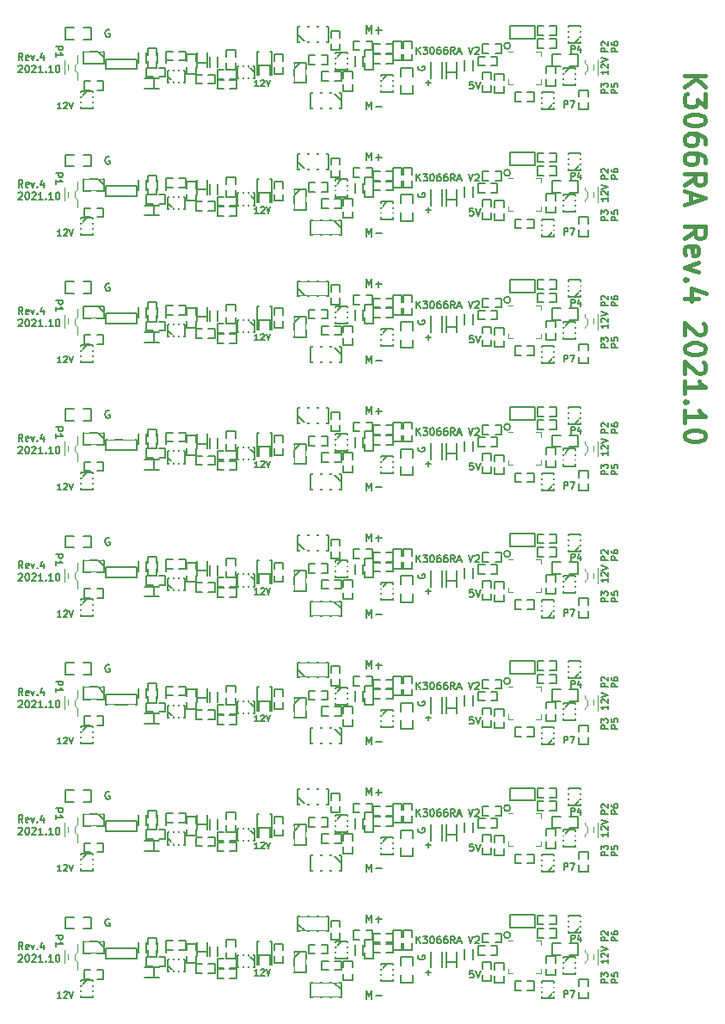
<source format=gto>
%TF.GenerationSoftware,KiCad,Pcbnew,(5.1.9)-1*%
%TF.CreationDate,2021-10-10T12:49:54+09:00*%
%TF.ProjectId,motordecoder2,6d6f746f-7264-4656-936f-646572322e6b,rev?*%
%TF.SameCoordinates,PX66ff300PY7e5ca20*%
%TF.FileFunction,Legend,Top*%
%TF.FilePolarity,Positive*%
%FSLAX46Y46*%
G04 Gerber Fmt 4.6, Leading zero omitted, Abs format (unit mm)*
G04 Created by KiCad (PCBNEW (5.1.9)-1) date 2021-10-10 12:49:54*
%MOMM*%
%LPD*%
G01*
G04 APERTURE LIST*
%ADD10C,0.400000*%
%ADD11C,0.180000*%
%ADD12C,0.170000*%
%ADD13C,0.150000*%
%ADD14C,0.140000*%
%ADD15C,0.120000*%
%ADD16C,0.200000*%
%ADD17C,2.000000*%
%ADD18R,0.550000X0.600000*%
%ADD19R,0.600000X0.550000*%
%ADD20R,1.000000X0.600000*%
%ADD21R,0.500000X1.450000*%
%ADD22R,0.300000X0.500000*%
%ADD23R,0.750000X1.300000*%
%ADD24R,0.700000X0.900000*%
%ADD25R,2.000000X2.000000*%
%ADD26R,1.000000X1.000000*%
%ADD27R,0.900000X0.700000*%
%ADD28R,0.600000X1.000000*%
%ADD29R,0.800000X0.600000*%
%ADD30R,0.700000X0.800000*%
%ADD31R,0.700000X0.300000*%
%ADD32R,0.500000X0.800000*%
%ADD33R,0.700000X1.000000*%
%ADD34R,1.500000X1.500000*%
%ADD35R,0.650000X0.900000*%
%ADD36R,0.900000X0.650000*%
%ADD37R,0.800000X0.800000*%
%ADD38R,0.900000X0.800000*%
%ADD39R,1.700000X1.700000*%
%ADD40C,0.100000*%
%ADD41R,0.950000X0.950000*%
%ADD42R,1.000000X1.800000*%
%ADD43R,2.000000X1.500000*%
%ADD44R,1.200000X0.900000*%
%ADD45R,0.800000X0.900000*%
%ADD46R,0.500000X0.550000*%
%ADD47R,0.800000X0.500000*%
%ADD48R,0.300000X0.700000*%
G04 APERTURE END LIST*
D10*
X73095238Y91952381D02*
X75095238Y91952381D01*
X73095238Y90809524D02*
X74238095Y91666667D01*
X75095238Y90809524D02*
X73952380Y91952381D01*
X75095238Y90142858D02*
X75095238Y88904762D01*
X74333333Y89571429D01*
X74333333Y89285715D01*
X74238095Y89095239D01*
X74142857Y89000000D01*
X73952380Y88904762D01*
X73476190Y88904762D01*
X73285714Y89000000D01*
X73190476Y89095239D01*
X73095238Y89285715D01*
X73095238Y89857143D01*
X73190476Y90047620D01*
X73285714Y90142858D01*
X75095238Y87666667D02*
X75095238Y87476191D01*
X75000000Y87285715D01*
X74904761Y87190477D01*
X74714285Y87095239D01*
X74333333Y87000000D01*
X73857142Y87000000D01*
X73476190Y87095239D01*
X73285714Y87190477D01*
X73190476Y87285715D01*
X73095238Y87476191D01*
X73095238Y87666667D01*
X73190476Y87857143D01*
X73285714Y87952381D01*
X73476190Y88047620D01*
X73857142Y88142858D01*
X74333333Y88142858D01*
X74714285Y88047620D01*
X74904761Y87952381D01*
X75000000Y87857143D01*
X75095238Y87666667D01*
X75095238Y85285715D02*
X75095238Y85666667D01*
X75000000Y85857143D01*
X74904761Y85952381D01*
X74619047Y86142858D01*
X74238095Y86238096D01*
X73476190Y86238096D01*
X73285714Y86142858D01*
X73190476Y86047620D01*
X73095238Y85857143D01*
X73095238Y85476191D01*
X73190476Y85285715D01*
X73285714Y85190477D01*
X73476190Y85095239D01*
X73952380Y85095239D01*
X74142857Y85190477D01*
X74238095Y85285715D01*
X74333333Y85476191D01*
X74333333Y85857143D01*
X74238095Y86047620D01*
X74142857Y86142858D01*
X73952380Y86238096D01*
X75095238Y83380953D02*
X75095238Y83761905D01*
X75000000Y83952381D01*
X74904761Y84047620D01*
X74619047Y84238096D01*
X74238095Y84333334D01*
X73476190Y84333334D01*
X73285714Y84238096D01*
X73190476Y84142858D01*
X73095238Y83952381D01*
X73095238Y83571429D01*
X73190476Y83380953D01*
X73285714Y83285715D01*
X73476190Y83190477D01*
X73952380Y83190477D01*
X74142857Y83285715D01*
X74238095Y83380953D01*
X74333333Y83571429D01*
X74333333Y83952381D01*
X74238095Y84142858D01*
X74142857Y84238096D01*
X73952380Y84333334D01*
X73095238Y81190477D02*
X74047619Y81857143D01*
X73095238Y82333334D02*
X75095238Y82333334D01*
X75095238Y81571429D01*
X75000000Y81380953D01*
X74904761Y81285715D01*
X74714285Y81190477D01*
X74428571Y81190477D01*
X74238095Y81285715D01*
X74142857Y81380953D01*
X74047619Y81571429D01*
X74047619Y82333334D01*
X73666666Y80428572D02*
X73666666Y79476191D01*
X73095238Y80619048D02*
X75095238Y79952381D01*
X73095238Y79285715D01*
X73095238Y75952381D02*
X74047619Y76619048D01*
X73095238Y77095239D02*
X75095238Y77095239D01*
X75095238Y76333334D01*
X75000000Y76142858D01*
X74904761Y76047620D01*
X74714285Y75952381D01*
X74428571Y75952381D01*
X74238095Y76047620D01*
X74142857Y76142858D01*
X74047619Y76333334D01*
X74047619Y77095239D01*
X73190476Y74333334D02*
X73095238Y74523810D01*
X73095238Y74904762D01*
X73190476Y75095239D01*
X73380952Y75190477D01*
X74142857Y75190477D01*
X74333333Y75095239D01*
X74428571Y74904762D01*
X74428571Y74523810D01*
X74333333Y74333334D01*
X74142857Y74238096D01*
X73952380Y74238096D01*
X73761904Y75190477D01*
X74428571Y73571429D02*
X73095238Y73095239D01*
X74428571Y72619048D01*
X73285714Y71857143D02*
X73190476Y71761905D01*
X73095238Y71857143D01*
X73190476Y71952381D01*
X73285714Y71857143D01*
X73095238Y71857143D01*
X74428571Y70047620D02*
X73095238Y70047620D01*
X75190476Y70523810D02*
X73761904Y71000000D01*
X73761904Y69761905D01*
X74904761Y67571429D02*
X75000000Y67476191D01*
X75095238Y67285715D01*
X75095238Y66809524D01*
X75000000Y66619048D01*
X74904761Y66523810D01*
X74714285Y66428572D01*
X74523809Y66428572D01*
X74238095Y66523810D01*
X73095238Y67666667D01*
X73095238Y66428572D01*
X75095238Y65190477D02*
X75095238Y65000000D01*
X75000000Y64809524D01*
X74904761Y64714286D01*
X74714285Y64619048D01*
X74333333Y64523810D01*
X73857142Y64523810D01*
X73476190Y64619048D01*
X73285714Y64714286D01*
X73190476Y64809524D01*
X73095238Y65000000D01*
X73095238Y65190477D01*
X73190476Y65380953D01*
X73285714Y65476191D01*
X73476190Y65571429D01*
X73857142Y65666667D01*
X74333333Y65666667D01*
X74714285Y65571429D01*
X74904761Y65476191D01*
X75000000Y65380953D01*
X75095238Y65190477D01*
X74904761Y63761905D02*
X75000000Y63666667D01*
X75095238Y63476191D01*
X75095238Y63000001D01*
X75000000Y62809524D01*
X74904761Y62714286D01*
X74714285Y62619048D01*
X74523809Y62619048D01*
X74238095Y62714286D01*
X73095238Y63857143D01*
X73095238Y62619048D01*
X73095238Y60714286D02*
X73095238Y61857143D01*
X73095238Y61285715D02*
X75095238Y61285715D01*
X74809523Y61476191D01*
X74619047Y61666667D01*
X74523809Y61857143D01*
X73285714Y59857143D02*
X73190476Y59761905D01*
X73095238Y59857143D01*
X73190476Y59952381D01*
X73285714Y59857143D01*
X73095238Y59857143D01*
X73095238Y57857143D02*
X73095238Y59000001D01*
X73095238Y58428572D02*
X75095238Y58428572D01*
X74809523Y58619048D01*
X74619047Y58809524D01*
X74523809Y59000001D01*
X75095238Y56619048D02*
X75095238Y56428572D01*
X75000000Y56238096D01*
X74904761Y56142858D01*
X74714285Y56047620D01*
X74333333Y55952381D01*
X73857142Y55952381D01*
X73476190Y56047620D01*
X73285714Y56142858D01*
X73190476Y56238096D01*
X73095238Y56428572D01*
X73095238Y56619048D01*
X73190476Y56809524D01*
X73285714Y56904762D01*
X73476190Y57000001D01*
X73857142Y57095239D01*
X74333333Y57095239D01*
X74714285Y57000001D01*
X74904761Y56904762D01*
X75000000Y56809524D01*
X75095238Y56619048D01*
D11*
X41738095Y8638096D02*
X41738095Y9438096D01*
X42004761Y8866667D01*
X42271428Y9438096D01*
X42271428Y8638096D01*
X42652380Y8942858D02*
X43261904Y8942858D01*
X42957142Y8638096D02*
X42957142Y9247620D01*
X41738095Y21138096D02*
X41738095Y21938096D01*
X42004761Y21366667D01*
X42271428Y21938096D01*
X42271428Y21138096D01*
X42652380Y21442858D02*
X43261904Y21442858D01*
X42957142Y21138096D02*
X42957142Y21747620D01*
X41738095Y33638096D02*
X41738095Y34438096D01*
X42004761Y33866667D01*
X42271428Y34438096D01*
X42271428Y33638096D01*
X42652380Y33942858D02*
X43261904Y33942858D01*
X42957142Y33638096D02*
X42957142Y34247620D01*
X41738095Y46138096D02*
X41738095Y46938096D01*
X42004761Y46366667D01*
X42271428Y46938096D01*
X42271428Y46138096D01*
X42652380Y46442858D02*
X43261904Y46442858D01*
X42957142Y46138096D02*
X42957142Y46747620D01*
X41738095Y58638096D02*
X41738095Y59438096D01*
X42004761Y58866667D01*
X42271428Y59438096D01*
X42271428Y58638096D01*
X42652380Y58942858D02*
X43261904Y58942858D01*
X42957142Y58638096D02*
X42957142Y59247620D01*
X41738095Y71138096D02*
X41738095Y71938096D01*
X42004761Y71366667D01*
X42271428Y71938096D01*
X42271428Y71138096D01*
X42652380Y71442858D02*
X43261904Y71442858D01*
X42957142Y71138096D02*
X42957142Y71747620D01*
X41738095Y83638096D02*
X41738095Y84438096D01*
X42004761Y83866667D01*
X42271428Y84438096D01*
X42271428Y83638096D01*
X42652380Y83942858D02*
X43261904Y83942858D01*
X42957142Y83638096D02*
X42957142Y84247620D01*
D12*
X46677166Y6583334D02*
X46677166Y7283334D01*
X47077166Y6583334D02*
X46777166Y6983334D01*
X47077166Y7283334D02*
X46677166Y6883334D01*
X47310500Y7283334D02*
X47743833Y7283334D01*
X47510500Y7016667D01*
X47610500Y7016667D01*
X47677166Y6983334D01*
X47710500Y6950000D01*
X47743833Y6883334D01*
X47743833Y6716667D01*
X47710500Y6650000D01*
X47677166Y6616667D01*
X47610500Y6583334D01*
X47410500Y6583334D01*
X47343833Y6616667D01*
X47310500Y6650000D01*
X48177166Y7283334D02*
X48243833Y7283334D01*
X48310500Y7250000D01*
X48343833Y7216667D01*
X48377166Y7150000D01*
X48410500Y7016667D01*
X48410500Y6850000D01*
X48377166Y6716667D01*
X48343833Y6650000D01*
X48310500Y6616667D01*
X48243833Y6583334D01*
X48177166Y6583334D01*
X48110500Y6616667D01*
X48077166Y6650000D01*
X48043833Y6716667D01*
X48010500Y6850000D01*
X48010500Y7016667D01*
X48043833Y7150000D01*
X48077166Y7216667D01*
X48110500Y7250000D01*
X48177166Y7283334D01*
X49010500Y7283334D02*
X48877166Y7283334D01*
X48810500Y7250000D01*
X48777166Y7216667D01*
X48710500Y7116667D01*
X48677166Y6983334D01*
X48677166Y6716667D01*
X48710500Y6650000D01*
X48743833Y6616667D01*
X48810500Y6583334D01*
X48943833Y6583334D01*
X49010500Y6616667D01*
X49043833Y6650000D01*
X49077166Y6716667D01*
X49077166Y6883334D01*
X49043833Y6950000D01*
X49010500Y6983334D01*
X48943833Y7016667D01*
X48810500Y7016667D01*
X48743833Y6983334D01*
X48710500Y6950000D01*
X48677166Y6883334D01*
X49677166Y7283334D02*
X49543833Y7283334D01*
X49477166Y7250000D01*
X49443833Y7216667D01*
X49377166Y7116667D01*
X49343833Y6983334D01*
X49343833Y6716667D01*
X49377166Y6650000D01*
X49410500Y6616667D01*
X49477166Y6583334D01*
X49610500Y6583334D01*
X49677166Y6616667D01*
X49710500Y6650000D01*
X49743833Y6716667D01*
X49743833Y6883334D01*
X49710500Y6950000D01*
X49677166Y6983334D01*
X49610500Y7016667D01*
X49477166Y7016667D01*
X49410500Y6983334D01*
X49377166Y6950000D01*
X49343833Y6883334D01*
X50443833Y6583334D02*
X50210500Y6916667D01*
X50043833Y6583334D02*
X50043833Y7283334D01*
X50310500Y7283334D01*
X50377166Y7250000D01*
X50410500Y7216667D01*
X50443833Y7150000D01*
X50443833Y7050000D01*
X50410500Y6983334D01*
X50377166Y6950000D01*
X50310500Y6916667D01*
X50043833Y6916667D01*
X50710500Y6783334D02*
X51043833Y6783334D01*
X50643833Y6583334D02*
X50877166Y7283334D01*
X51110500Y6583334D01*
X51777166Y7283334D02*
X52010500Y6583334D01*
X52243833Y7283334D01*
X52443833Y7216667D02*
X52477166Y7250000D01*
X52543833Y7283334D01*
X52710500Y7283334D01*
X52777166Y7250000D01*
X52810500Y7216667D01*
X52843833Y7150000D01*
X52843833Y7083334D01*
X52810500Y6983334D01*
X52410500Y6583334D01*
X52843833Y6583334D01*
X46677166Y19083334D02*
X46677166Y19783334D01*
X47077166Y19083334D02*
X46777166Y19483334D01*
X47077166Y19783334D02*
X46677166Y19383334D01*
X47310500Y19783334D02*
X47743833Y19783334D01*
X47510500Y19516667D01*
X47610500Y19516667D01*
X47677166Y19483334D01*
X47710500Y19450000D01*
X47743833Y19383334D01*
X47743833Y19216667D01*
X47710500Y19150000D01*
X47677166Y19116667D01*
X47610500Y19083334D01*
X47410500Y19083334D01*
X47343833Y19116667D01*
X47310500Y19150000D01*
X48177166Y19783334D02*
X48243833Y19783334D01*
X48310500Y19750000D01*
X48343833Y19716667D01*
X48377166Y19650000D01*
X48410500Y19516667D01*
X48410500Y19350000D01*
X48377166Y19216667D01*
X48343833Y19150000D01*
X48310500Y19116667D01*
X48243833Y19083334D01*
X48177166Y19083334D01*
X48110500Y19116667D01*
X48077166Y19150000D01*
X48043833Y19216667D01*
X48010500Y19350000D01*
X48010500Y19516667D01*
X48043833Y19650000D01*
X48077166Y19716667D01*
X48110500Y19750000D01*
X48177166Y19783334D01*
X49010500Y19783334D02*
X48877166Y19783334D01*
X48810500Y19750000D01*
X48777166Y19716667D01*
X48710500Y19616667D01*
X48677166Y19483334D01*
X48677166Y19216667D01*
X48710500Y19150000D01*
X48743833Y19116667D01*
X48810500Y19083334D01*
X48943833Y19083334D01*
X49010500Y19116667D01*
X49043833Y19150000D01*
X49077166Y19216667D01*
X49077166Y19383334D01*
X49043833Y19450000D01*
X49010500Y19483334D01*
X48943833Y19516667D01*
X48810500Y19516667D01*
X48743833Y19483334D01*
X48710500Y19450000D01*
X48677166Y19383334D01*
X49677166Y19783334D02*
X49543833Y19783334D01*
X49477166Y19750000D01*
X49443833Y19716667D01*
X49377166Y19616667D01*
X49343833Y19483334D01*
X49343833Y19216667D01*
X49377166Y19150000D01*
X49410500Y19116667D01*
X49477166Y19083334D01*
X49610500Y19083334D01*
X49677166Y19116667D01*
X49710500Y19150000D01*
X49743833Y19216667D01*
X49743833Y19383334D01*
X49710500Y19450000D01*
X49677166Y19483334D01*
X49610500Y19516667D01*
X49477166Y19516667D01*
X49410500Y19483334D01*
X49377166Y19450000D01*
X49343833Y19383334D01*
X50443833Y19083334D02*
X50210500Y19416667D01*
X50043833Y19083334D02*
X50043833Y19783334D01*
X50310500Y19783334D01*
X50377166Y19750000D01*
X50410500Y19716667D01*
X50443833Y19650000D01*
X50443833Y19550000D01*
X50410500Y19483334D01*
X50377166Y19450000D01*
X50310500Y19416667D01*
X50043833Y19416667D01*
X50710500Y19283334D02*
X51043833Y19283334D01*
X50643833Y19083334D02*
X50877166Y19783334D01*
X51110500Y19083334D01*
X51777166Y19783334D02*
X52010500Y19083334D01*
X52243833Y19783334D01*
X52443833Y19716667D02*
X52477166Y19750000D01*
X52543833Y19783334D01*
X52710500Y19783334D01*
X52777166Y19750000D01*
X52810500Y19716667D01*
X52843833Y19650000D01*
X52843833Y19583334D01*
X52810500Y19483334D01*
X52410500Y19083334D01*
X52843833Y19083334D01*
X46677166Y31583334D02*
X46677166Y32283334D01*
X47077166Y31583334D02*
X46777166Y31983334D01*
X47077166Y32283334D02*
X46677166Y31883334D01*
X47310500Y32283334D02*
X47743833Y32283334D01*
X47510500Y32016667D01*
X47610500Y32016667D01*
X47677166Y31983334D01*
X47710500Y31950000D01*
X47743833Y31883334D01*
X47743833Y31716667D01*
X47710500Y31650000D01*
X47677166Y31616667D01*
X47610500Y31583334D01*
X47410500Y31583334D01*
X47343833Y31616667D01*
X47310500Y31650000D01*
X48177166Y32283334D02*
X48243833Y32283334D01*
X48310500Y32250000D01*
X48343833Y32216667D01*
X48377166Y32150000D01*
X48410500Y32016667D01*
X48410500Y31850000D01*
X48377166Y31716667D01*
X48343833Y31650000D01*
X48310500Y31616667D01*
X48243833Y31583334D01*
X48177166Y31583334D01*
X48110500Y31616667D01*
X48077166Y31650000D01*
X48043833Y31716667D01*
X48010500Y31850000D01*
X48010500Y32016667D01*
X48043833Y32150000D01*
X48077166Y32216667D01*
X48110500Y32250000D01*
X48177166Y32283334D01*
X49010500Y32283334D02*
X48877166Y32283334D01*
X48810500Y32250000D01*
X48777166Y32216667D01*
X48710500Y32116667D01*
X48677166Y31983334D01*
X48677166Y31716667D01*
X48710500Y31650000D01*
X48743833Y31616667D01*
X48810500Y31583334D01*
X48943833Y31583334D01*
X49010500Y31616667D01*
X49043833Y31650000D01*
X49077166Y31716667D01*
X49077166Y31883334D01*
X49043833Y31950000D01*
X49010500Y31983334D01*
X48943833Y32016667D01*
X48810500Y32016667D01*
X48743833Y31983334D01*
X48710500Y31950000D01*
X48677166Y31883334D01*
X49677166Y32283334D02*
X49543833Y32283334D01*
X49477166Y32250000D01*
X49443833Y32216667D01*
X49377166Y32116667D01*
X49343833Y31983334D01*
X49343833Y31716667D01*
X49377166Y31650000D01*
X49410500Y31616667D01*
X49477166Y31583334D01*
X49610500Y31583334D01*
X49677166Y31616667D01*
X49710500Y31650000D01*
X49743833Y31716667D01*
X49743833Y31883334D01*
X49710500Y31950000D01*
X49677166Y31983334D01*
X49610500Y32016667D01*
X49477166Y32016667D01*
X49410500Y31983334D01*
X49377166Y31950000D01*
X49343833Y31883334D01*
X50443833Y31583334D02*
X50210500Y31916667D01*
X50043833Y31583334D02*
X50043833Y32283334D01*
X50310500Y32283334D01*
X50377166Y32250000D01*
X50410500Y32216667D01*
X50443833Y32150000D01*
X50443833Y32050000D01*
X50410500Y31983334D01*
X50377166Y31950000D01*
X50310500Y31916667D01*
X50043833Y31916667D01*
X50710500Y31783334D02*
X51043833Y31783334D01*
X50643833Y31583334D02*
X50877166Y32283334D01*
X51110500Y31583334D01*
X51777166Y32283334D02*
X52010500Y31583334D01*
X52243833Y32283334D01*
X52443833Y32216667D02*
X52477166Y32250000D01*
X52543833Y32283334D01*
X52710500Y32283334D01*
X52777166Y32250000D01*
X52810500Y32216667D01*
X52843833Y32150000D01*
X52843833Y32083334D01*
X52810500Y31983334D01*
X52410500Y31583334D01*
X52843833Y31583334D01*
X46677166Y44083334D02*
X46677166Y44783334D01*
X47077166Y44083334D02*
X46777166Y44483334D01*
X47077166Y44783334D02*
X46677166Y44383334D01*
X47310500Y44783334D02*
X47743833Y44783334D01*
X47510500Y44516667D01*
X47610500Y44516667D01*
X47677166Y44483334D01*
X47710500Y44450000D01*
X47743833Y44383334D01*
X47743833Y44216667D01*
X47710500Y44150000D01*
X47677166Y44116667D01*
X47610500Y44083334D01*
X47410500Y44083334D01*
X47343833Y44116667D01*
X47310500Y44150000D01*
X48177166Y44783334D02*
X48243833Y44783334D01*
X48310500Y44750000D01*
X48343833Y44716667D01*
X48377166Y44650000D01*
X48410500Y44516667D01*
X48410500Y44350000D01*
X48377166Y44216667D01*
X48343833Y44150000D01*
X48310500Y44116667D01*
X48243833Y44083334D01*
X48177166Y44083334D01*
X48110500Y44116667D01*
X48077166Y44150000D01*
X48043833Y44216667D01*
X48010500Y44350000D01*
X48010500Y44516667D01*
X48043833Y44650000D01*
X48077166Y44716667D01*
X48110500Y44750000D01*
X48177166Y44783334D01*
X49010500Y44783334D02*
X48877166Y44783334D01*
X48810500Y44750000D01*
X48777166Y44716667D01*
X48710500Y44616667D01*
X48677166Y44483334D01*
X48677166Y44216667D01*
X48710500Y44150000D01*
X48743833Y44116667D01*
X48810500Y44083334D01*
X48943833Y44083334D01*
X49010500Y44116667D01*
X49043833Y44150000D01*
X49077166Y44216667D01*
X49077166Y44383334D01*
X49043833Y44450000D01*
X49010500Y44483334D01*
X48943833Y44516667D01*
X48810500Y44516667D01*
X48743833Y44483334D01*
X48710500Y44450000D01*
X48677166Y44383334D01*
X49677166Y44783334D02*
X49543833Y44783334D01*
X49477166Y44750000D01*
X49443833Y44716667D01*
X49377166Y44616667D01*
X49343833Y44483334D01*
X49343833Y44216667D01*
X49377166Y44150000D01*
X49410500Y44116667D01*
X49477166Y44083334D01*
X49610500Y44083334D01*
X49677166Y44116667D01*
X49710500Y44150000D01*
X49743833Y44216667D01*
X49743833Y44383334D01*
X49710500Y44450000D01*
X49677166Y44483334D01*
X49610500Y44516667D01*
X49477166Y44516667D01*
X49410500Y44483334D01*
X49377166Y44450000D01*
X49343833Y44383334D01*
X50443833Y44083334D02*
X50210500Y44416667D01*
X50043833Y44083334D02*
X50043833Y44783334D01*
X50310500Y44783334D01*
X50377166Y44750000D01*
X50410500Y44716667D01*
X50443833Y44650000D01*
X50443833Y44550000D01*
X50410500Y44483334D01*
X50377166Y44450000D01*
X50310500Y44416667D01*
X50043833Y44416667D01*
X50710500Y44283334D02*
X51043833Y44283334D01*
X50643833Y44083334D02*
X50877166Y44783334D01*
X51110500Y44083334D01*
X51777166Y44783334D02*
X52010500Y44083334D01*
X52243833Y44783334D01*
X52443833Y44716667D02*
X52477166Y44750000D01*
X52543833Y44783334D01*
X52710500Y44783334D01*
X52777166Y44750000D01*
X52810500Y44716667D01*
X52843833Y44650000D01*
X52843833Y44583334D01*
X52810500Y44483334D01*
X52410500Y44083334D01*
X52843833Y44083334D01*
X46677166Y56583334D02*
X46677166Y57283334D01*
X47077166Y56583334D02*
X46777166Y56983334D01*
X47077166Y57283334D02*
X46677166Y56883334D01*
X47310500Y57283334D02*
X47743833Y57283334D01*
X47510500Y57016667D01*
X47610500Y57016667D01*
X47677166Y56983334D01*
X47710500Y56950000D01*
X47743833Y56883334D01*
X47743833Y56716667D01*
X47710500Y56650000D01*
X47677166Y56616667D01*
X47610500Y56583334D01*
X47410500Y56583334D01*
X47343833Y56616667D01*
X47310500Y56650000D01*
X48177166Y57283334D02*
X48243833Y57283334D01*
X48310500Y57250000D01*
X48343833Y57216667D01*
X48377166Y57150000D01*
X48410500Y57016667D01*
X48410500Y56850000D01*
X48377166Y56716667D01*
X48343833Y56650000D01*
X48310500Y56616667D01*
X48243833Y56583334D01*
X48177166Y56583334D01*
X48110500Y56616667D01*
X48077166Y56650000D01*
X48043833Y56716667D01*
X48010500Y56850000D01*
X48010500Y57016667D01*
X48043833Y57150000D01*
X48077166Y57216667D01*
X48110500Y57250000D01*
X48177166Y57283334D01*
X49010500Y57283334D02*
X48877166Y57283334D01*
X48810500Y57250000D01*
X48777166Y57216667D01*
X48710500Y57116667D01*
X48677166Y56983334D01*
X48677166Y56716667D01*
X48710500Y56650000D01*
X48743833Y56616667D01*
X48810500Y56583334D01*
X48943833Y56583334D01*
X49010500Y56616667D01*
X49043833Y56650000D01*
X49077166Y56716667D01*
X49077166Y56883334D01*
X49043833Y56950000D01*
X49010500Y56983334D01*
X48943833Y57016667D01*
X48810500Y57016667D01*
X48743833Y56983334D01*
X48710500Y56950000D01*
X48677166Y56883334D01*
X49677166Y57283334D02*
X49543833Y57283334D01*
X49477166Y57250000D01*
X49443833Y57216667D01*
X49377166Y57116667D01*
X49343833Y56983334D01*
X49343833Y56716667D01*
X49377166Y56650000D01*
X49410500Y56616667D01*
X49477166Y56583334D01*
X49610500Y56583334D01*
X49677166Y56616667D01*
X49710500Y56650000D01*
X49743833Y56716667D01*
X49743833Y56883334D01*
X49710500Y56950000D01*
X49677166Y56983334D01*
X49610500Y57016667D01*
X49477166Y57016667D01*
X49410500Y56983334D01*
X49377166Y56950000D01*
X49343833Y56883334D01*
X50443833Y56583334D02*
X50210500Y56916667D01*
X50043833Y56583334D02*
X50043833Y57283334D01*
X50310500Y57283334D01*
X50377166Y57250000D01*
X50410500Y57216667D01*
X50443833Y57150000D01*
X50443833Y57050000D01*
X50410500Y56983334D01*
X50377166Y56950000D01*
X50310500Y56916667D01*
X50043833Y56916667D01*
X50710500Y56783334D02*
X51043833Y56783334D01*
X50643833Y56583334D02*
X50877166Y57283334D01*
X51110500Y56583334D01*
X51777166Y57283334D02*
X52010500Y56583334D01*
X52243833Y57283334D01*
X52443833Y57216667D02*
X52477166Y57250000D01*
X52543833Y57283334D01*
X52710500Y57283334D01*
X52777166Y57250000D01*
X52810500Y57216667D01*
X52843833Y57150000D01*
X52843833Y57083334D01*
X52810500Y56983334D01*
X52410500Y56583334D01*
X52843833Y56583334D01*
X46677166Y69083334D02*
X46677166Y69783334D01*
X47077166Y69083334D02*
X46777166Y69483334D01*
X47077166Y69783334D02*
X46677166Y69383334D01*
X47310500Y69783334D02*
X47743833Y69783334D01*
X47510500Y69516667D01*
X47610500Y69516667D01*
X47677166Y69483334D01*
X47710500Y69450000D01*
X47743833Y69383334D01*
X47743833Y69216667D01*
X47710500Y69150000D01*
X47677166Y69116667D01*
X47610500Y69083334D01*
X47410500Y69083334D01*
X47343833Y69116667D01*
X47310500Y69150000D01*
X48177166Y69783334D02*
X48243833Y69783334D01*
X48310500Y69750000D01*
X48343833Y69716667D01*
X48377166Y69650000D01*
X48410500Y69516667D01*
X48410500Y69350000D01*
X48377166Y69216667D01*
X48343833Y69150000D01*
X48310500Y69116667D01*
X48243833Y69083334D01*
X48177166Y69083334D01*
X48110500Y69116667D01*
X48077166Y69150000D01*
X48043833Y69216667D01*
X48010500Y69350000D01*
X48010500Y69516667D01*
X48043833Y69650000D01*
X48077166Y69716667D01*
X48110500Y69750000D01*
X48177166Y69783334D01*
X49010500Y69783334D02*
X48877166Y69783334D01*
X48810500Y69750000D01*
X48777166Y69716667D01*
X48710500Y69616667D01*
X48677166Y69483334D01*
X48677166Y69216667D01*
X48710500Y69150000D01*
X48743833Y69116667D01*
X48810500Y69083334D01*
X48943833Y69083334D01*
X49010500Y69116667D01*
X49043833Y69150000D01*
X49077166Y69216667D01*
X49077166Y69383334D01*
X49043833Y69450000D01*
X49010500Y69483334D01*
X48943833Y69516667D01*
X48810500Y69516667D01*
X48743833Y69483334D01*
X48710500Y69450000D01*
X48677166Y69383334D01*
X49677166Y69783334D02*
X49543833Y69783334D01*
X49477166Y69750000D01*
X49443833Y69716667D01*
X49377166Y69616667D01*
X49343833Y69483334D01*
X49343833Y69216667D01*
X49377166Y69150000D01*
X49410500Y69116667D01*
X49477166Y69083334D01*
X49610500Y69083334D01*
X49677166Y69116667D01*
X49710500Y69150000D01*
X49743833Y69216667D01*
X49743833Y69383334D01*
X49710500Y69450000D01*
X49677166Y69483334D01*
X49610500Y69516667D01*
X49477166Y69516667D01*
X49410500Y69483334D01*
X49377166Y69450000D01*
X49343833Y69383334D01*
X50443833Y69083334D02*
X50210500Y69416667D01*
X50043833Y69083334D02*
X50043833Y69783334D01*
X50310500Y69783334D01*
X50377166Y69750000D01*
X50410500Y69716667D01*
X50443833Y69650000D01*
X50443833Y69550000D01*
X50410500Y69483334D01*
X50377166Y69450000D01*
X50310500Y69416667D01*
X50043833Y69416667D01*
X50710500Y69283334D02*
X51043833Y69283334D01*
X50643833Y69083334D02*
X50877166Y69783334D01*
X51110500Y69083334D01*
X51777166Y69783334D02*
X52010500Y69083334D01*
X52243833Y69783334D01*
X52443833Y69716667D02*
X52477166Y69750000D01*
X52543833Y69783334D01*
X52710500Y69783334D01*
X52777166Y69750000D01*
X52810500Y69716667D01*
X52843833Y69650000D01*
X52843833Y69583334D01*
X52810500Y69483334D01*
X52410500Y69083334D01*
X52843833Y69083334D01*
X46677166Y81583334D02*
X46677166Y82283334D01*
X47077166Y81583334D02*
X46777166Y81983334D01*
X47077166Y82283334D02*
X46677166Y81883334D01*
X47310500Y82283334D02*
X47743833Y82283334D01*
X47510500Y82016667D01*
X47610500Y82016667D01*
X47677166Y81983334D01*
X47710500Y81950000D01*
X47743833Y81883334D01*
X47743833Y81716667D01*
X47710500Y81650000D01*
X47677166Y81616667D01*
X47610500Y81583334D01*
X47410500Y81583334D01*
X47343833Y81616667D01*
X47310500Y81650000D01*
X48177166Y82283334D02*
X48243833Y82283334D01*
X48310500Y82250000D01*
X48343833Y82216667D01*
X48377166Y82150000D01*
X48410500Y82016667D01*
X48410500Y81850000D01*
X48377166Y81716667D01*
X48343833Y81650000D01*
X48310500Y81616667D01*
X48243833Y81583334D01*
X48177166Y81583334D01*
X48110500Y81616667D01*
X48077166Y81650000D01*
X48043833Y81716667D01*
X48010500Y81850000D01*
X48010500Y82016667D01*
X48043833Y82150000D01*
X48077166Y82216667D01*
X48110500Y82250000D01*
X48177166Y82283334D01*
X49010500Y82283334D02*
X48877166Y82283334D01*
X48810500Y82250000D01*
X48777166Y82216667D01*
X48710500Y82116667D01*
X48677166Y81983334D01*
X48677166Y81716667D01*
X48710500Y81650000D01*
X48743833Y81616667D01*
X48810500Y81583334D01*
X48943833Y81583334D01*
X49010500Y81616667D01*
X49043833Y81650000D01*
X49077166Y81716667D01*
X49077166Y81883334D01*
X49043833Y81950000D01*
X49010500Y81983334D01*
X48943833Y82016667D01*
X48810500Y82016667D01*
X48743833Y81983334D01*
X48710500Y81950000D01*
X48677166Y81883334D01*
X49677166Y82283334D02*
X49543833Y82283334D01*
X49477166Y82250000D01*
X49443833Y82216667D01*
X49377166Y82116667D01*
X49343833Y81983334D01*
X49343833Y81716667D01*
X49377166Y81650000D01*
X49410500Y81616667D01*
X49477166Y81583334D01*
X49610500Y81583334D01*
X49677166Y81616667D01*
X49710500Y81650000D01*
X49743833Y81716667D01*
X49743833Y81883334D01*
X49710500Y81950000D01*
X49677166Y81983334D01*
X49610500Y82016667D01*
X49477166Y82016667D01*
X49410500Y81983334D01*
X49377166Y81950000D01*
X49343833Y81883334D01*
X50443833Y81583334D02*
X50210500Y81916667D01*
X50043833Y81583334D02*
X50043833Y82283334D01*
X50310500Y82283334D01*
X50377166Y82250000D01*
X50410500Y82216667D01*
X50443833Y82150000D01*
X50443833Y82050000D01*
X50410500Y81983334D01*
X50377166Y81950000D01*
X50310500Y81916667D01*
X50043833Y81916667D01*
X50710500Y81783334D02*
X51043833Y81783334D01*
X50643833Y81583334D02*
X50877166Y82283334D01*
X51110500Y81583334D01*
X51777166Y82283334D02*
X52010500Y81583334D01*
X52243833Y82283334D01*
X52443833Y82216667D02*
X52477166Y82250000D01*
X52543833Y82283334D01*
X52710500Y82283334D01*
X52777166Y82250000D01*
X52810500Y82216667D01*
X52843833Y82150000D01*
X52843833Y82083334D01*
X52810500Y81983334D01*
X52410500Y81583334D01*
X52843833Y81583334D01*
D11*
X41738095Y1138096D02*
X41738095Y1938096D01*
X42004761Y1366667D01*
X42271428Y1938096D01*
X42271428Y1138096D01*
X42652380Y1442858D02*
X43261904Y1442858D01*
X41738095Y13638096D02*
X41738095Y14438096D01*
X42004761Y13866667D01*
X42271428Y14438096D01*
X42271428Y13638096D01*
X42652380Y13942858D02*
X43261904Y13942858D01*
X41738095Y26138096D02*
X41738095Y26938096D01*
X42004761Y26366667D01*
X42271428Y26938096D01*
X42271428Y26138096D01*
X42652380Y26442858D02*
X43261904Y26442858D01*
X41738095Y38638096D02*
X41738095Y39438096D01*
X42004761Y38866667D01*
X42271428Y39438096D01*
X42271428Y38638096D01*
X42652380Y38942858D02*
X43261904Y38942858D01*
X41738095Y51138096D02*
X41738095Y51938096D01*
X42004761Y51366667D01*
X42271428Y51938096D01*
X42271428Y51138096D01*
X42652380Y51442858D02*
X43261904Y51442858D01*
X41738095Y63638096D02*
X41738095Y64438096D01*
X42004761Y63866667D01*
X42271428Y64438096D01*
X42271428Y63638096D01*
X42652380Y63942858D02*
X43261904Y63942858D01*
X41738095Y76138096D02*
X41738095Y76938096D01*
X42004761Y76366667D01*
X42271428Y76938096D01*
X42271428Y76138096D01*
X42652380Y76442858D02*
X43261904Y76442858D01*
D13*
X65494047Y2720239D02*
X64844047Y2720239D01*
X64844047Y2967858D01*
X64875000Y3029762D01*
X64905952Y3060715D01*
X64967857Y3091667D01*
X65060714Y3091667D01*
X65122619Y3060715D01*
X65153571Y3029762D01*
X65184523Y2967858D01*
X65184523Y2720239D01*
X64844047Y3308334D02*
X64844047Y3710715D01*
X65091666Y3494048D01*
X65091666Y3586905D01*
X65122619Y3648810D01*
X65153571Y3679762D01*
X65215476Y3710715D01*
X65370238Y3710715D01*
X65432142Y3679762D01*
X65463095Y3648810D01*
X65494047Y3586905D01*
X65494047Y3401191D01*
X65463095Y3339286D01*
X65432142Y3308334D01*
X65494047Y15220239D02*
X64844047Y15220239D01*
X64844047Y15467858D01*
X64875000Y15529762D01*
X64905952Y15560715D01*
X64967857Y15591667D01*
X65060714Y15591667D01*
X65122619Y15560715D01*
X65153571Y15529762D01*
X65184523Y15467858D01*
X65184523Y15220239D01*
X64844047Y15808334D02*
X64844047Y16210715D01*
X65091666Y15994048D01*
X65091666Y16086905D01*
X65122619Y16148810D01*
X65153571Y16179762D01*
X65215476Y16210715D01*
X65370238Y16210715D01*
X65432142Y16179762D01*
X65463095Y16148810D01*
X65494047Y16086905D01*
X65494047Y15901191D01*
X65463095Y15839286D01*
X65432142Y15808334D01*
X65494047Y27720239D02*
X64844047Y27720239D01*
X64844047Y27967858D01*
X64875000Y28029762D01*
X64905952Y28060715D01*
X64967857Y28091667D01*
X65060714Y28091667D01*
X65122619Y28060715D01*
X65153571Y28029762D01*
X65184523Y27967858D01*
X65184523Y27720239D01*
X64844047Y28308334D02*
X64844047Y28710715D01*
X65091666Y28494048D01*
X65091666Y28586905D01*
X65122619Y28648810D01*
X65153571Y28679762D01*
X65215476Y28710715D01*
X65370238Y28710715D01*
X65432142Y28679762D01*
X65463095Y28648810D01*
X65494047Y28586905D01*
X65494047Y28401191D01*
X65463095Y28339286D01*
X65432142Y28308334D01*
X65494047Y40220239D02*
X64844047Y40220239D01*
X64844047Y40467858D01*
X64875000Y40529762D01*
X64905952Y40560715D01*
X64967857Y40591667D01*
X65060714Y40591667D01*
X65122619Y40560715D01*
X65153571Y40529762D01*
X65184523Y40467858D01*
X65184523Y40220239D01*
X64844047Y40808334D02*
X64844047Y41210715D01*
X65091666Y40994048D01*
X65091666Y41086905D01*
X65122619Y41148810D01*
X65153571Y41179762D01*
X65215476Y41210715D01*
X65370238Y41210715D01*
X65432142Y41179762D01*
X65463095Y41148810D01*
X65494047Y41086905D01*
X65494047Y40901191D01*
X65463095Y40839286D01*
X65432142Y40808334D01*
X65494047Y52720239D02*
X64844047Y52720239D01*
X64844047Y52967858D01*
X64875000Y53029762D01*
X64905952Y53060715D01*
X64967857Y53091667D01*
X65060714Y53091667D01*
X65122619Y53060715D01*
X65153571Y53029762D01*
X65184523Y52967858D01*
X65184523Y52720239D01*
X64844047Y53308334D02*
X64844047Y53710715D01*
X65091666Y53494048D01*
X65091666Y53586905D01*
X65122619Y53648810D01*
X65153571Y53679762D01*
X65215476Y53710715D01*
X65370238Y53710715D01*
X65432142Y53679762D01*
X65463095Y53648810D01*
X65494047Y53586905D01*
X65494047Y53401191D01*
X65463095Y53339286D01*
X65432142Y53308334D01*
X65494047Y65220239D02*
X64844047Y65220239D01*
X64844047Y65467858D01*
X64875000Y65529762D01*
X64905952Y65560715D01*
X64967857Y65591667D01*
X65060714Y65591667D01*
X65122619Y65560715D01*
X65153571Y65529762D01*
X65184523Y65467858D01*
X65184523Y65220239D01*
X64844047Y65808334D02*
X64844047Y66210715D01*
X65091666Y65994048D01*
X65091666Y66086905D01*
X65122619Y66148810D01*
X65153571Y66179762D01*
X65215476Y66210715D01*
X65370238Y66210715D01*
X65432142Y66179762D01*
X65463095Y66148810D01*
X65494047Y66086905D01*
X65494047Y65901191D01*
X65463095Y65839286D01*
X65432142Y65808334D01*
X65494047Y77720239D02*
X64844047Y77720239D01*
X64844047Y77967858D01*
X64875000Y78029762D01*
X64905952Y78060715D01*
X64967857Y78091667D01*
X65060714Y78091667D01*
X65122619Y78060715D01*
X65153571Y78029762D01*
X65184523Y77967858D01*
X65184523Y77720239D01*
X64844047Y78308334D02*
X64844047Y78710715D01*
X65091666Y78494048D01*
X65091666Y78586905D01*
X65122619Y78648810D01*
X65153571Y78679762D01*
X65215476Y78710715D01*
X65370238Y78710715D01*
X65432142Y78679762D01*
X65463095Y78648810D01*
X65494047Y78586905D01*
X65494047Y78401191D01*
X65463095Y78339286D01*
X65432142Y78308334D01*
X61220238Y1305953D02*
X61220238Y1955953D01*
X61467857Y1955953D01*
X61529761Y1925000D01*
X61560714Y1894048D01*
X61591666Y1832143D01*
X61591666Y1739286D01*
X61560714Y1677381D01*
X61529761Y1646429D01*
X61467857Y1615477D01*
X61220238Y1615477D01*
X61808333Y1955953D02*
X62241666Y1955953D01*
X61963095Y1305953D01*
X61220238Y13805953D02*
X61220238Y14455953D01*
X61467857Y14455953D01*
X61529761Y14425000D01*
X61560714Y14394048D01*
X61591666Y14332143D01*
X61591666Y14239286D01*
X61560714Y14177381D01*
X61529761Y14146429D01*
X61467857Y14115477D01*
X61220238Y14115477D01*
X61808333Y14455953D02*
X62241666Y14455953D01*
X61963095Y13805953D01*
X61220238Y26305953D02*
X61220238Y26955953D01*
X61467857Y26955953D01*
X61529761Y26925000D01*
X61560714Y26894048D01*
X61591666Y26832143D01*
X61591666Y26739286D01*
X61560714Y26677381D01*
X61529761Y26646429D01*
X61467857Y26615477D01*
X61220238Y26615477D01*
X61808333Y26955953D02*
X62241666Y26955953D01*
X61963095Y26305953D01*
X61220238Y38805953D02*
X61220238Y39455953D01*
X61467857Y39455953D01*
X61529761Y39425000D01*
X61560714Y39394048D01*
X61591666Y39332143D01*
X61591666Y39239286D01*
X61560714Y39177381D01*
X61529761Y39146429D01*
X61467857Y39115477D01*
X61220238Y39115477D01*
X61808333Y39455953D02*
X62241666Y39455953D01*
X61963095Y38805953D01*
X61220238Y51305953D02*
X61220238Y51955953D01*
X61467857Y51955953D01*
X61529761Y51925000D01*
X61560714Y51894048D01*
X61591666Y51832143D01*
X61591666Y51739286D01*
X61560714Y51677381D01*
X61529761Y51646429D01*
X61467857Y51615477D01*
X61220238Y51615477D01*
X61808333Y51955953D02*
X62241666Y51955953D01*
X61963095Y51305953D01*
X61220238Y63805953D02*
X61220238Y64455953D01*
X61467857Y64455953D01*
X61529761Y64425000D01*
X61560714Y64394048D01*
X61591666Y64332143D01*
X61591666Y64239286D01*
X61560714Y64177381D01*
X61529761Y64146429D01*
X61467857Y64115477D01*
X61220238Y64115477D01*
X61808333Y64455953D02*
X62241666Y64455953D01*
X61963095Y63805953D01*
X61220238Y76305953D02*
X61220238Y76955953D01*
X61467857Y76955953D01*
X61529761Y76925000D01*
X61560714Y76894048D01*
X61591666Y76832143D01*
X61591666Y76739286D01*
X61560714Y76677381D01*
X61529761Y76646429D01*
X61467857Y76615477D01*
X61220238Y76615477D01*
X61808333Y76955953D02*
X62241666Y76955953D01*
X61963095Y76305953D01*
X66494047Y2720239D02*
X65844047Y2720239D01*
X65844047Y2967858D01*
X65875000Y3029762D01*
X65905952Y3060715D01*
X65967857Y3091667D01*
X66060714Y3091667D01*
X66122619Y3060715D01*
X66153571Y3029762D01*
X66184523Y2967858D01*
X66184523Y2720239D01*
X65844047Y3679762D02*
X65844047Y3370239D01*
X66153571Y3339286D01*
X66122619Y3370239D01*
X66091666Y3432143D01*
X66091666Y3586905D01*
X66122619Y3648810D01*
X66153571Y3679762D01*
X66215476Y3710715D01*
X66370238Y3710715D01*
X66432142Y3679762D01*
X66463095Y3648810D01*
X66494047Y3586905D01*
X66494047Y3432143D01*
X66463095Y3370239D01*
X66432142Y3339286D01*
X66494047Y15220239D02*
X65844047Y15220239D01*
X65844047Y15467858D01*
X65875000Y15529762D01*
X65905952Y15560715D01*
X65967857Y15591667D01*
X66060714Y15591667D01*
X66122619Y15560715D01*
X66153571Y15529762D01*
X66184523Y15467858D01*
X66184523Y15220239D01*
X65844047Y16179762D02*
X65844047Y15870239D01*
X66153571Y15839286D01*
X66122619Y15870239D01*
X66091666Y15932143D01*
X66091666Y16086905D01*
X66122619Y16148810D01*
X66153571Y16179762D01*
X66215476Y16210715D01*
X66370238Y16210715D01*
X66432142Y16179762D01*
X66463095Y16148810D01*
X66494047Y16086905D01*
X66494047Y15932143D01*
X66463095Y15870239D01*
X66432142Y15839286D01*
X66494047Y27720239D02*
X65844047Y27720239D01*
X65844047Y27967858D01*
X65875000Y28029762D01*
X65905952Y28060715D01*
X65967857Y28091667D01*
X66060714Y28091667D01*
X66122619Y28060715D01*
X66153571Y28029762D01*
X66184523Y27967858D01*
X66184523Y27720239D01*
X65844047Y28679762D02*
X65844047Y28370239D01*
X66153571Y28339286D01*
X66122619Y28370239D01*
X66091666Y28432143D01*
X66091666Y28586905D01*
X66122619Y28648810D01*
X66153571Y28679762D01*
X66215476Y28710715D01*
X66370238Y28710715D01*
X66432142Y28679762D01*
X66463095Y28648810D01*
X66494047Y28586905D01*
X66494047Y28432143D01*
X66463095Y28370239D01*
X66432142Y28339286D01*
X66494047Y40220239D02*
X65844047Y40220239D01*
X65844047Y40467858D01*
X65875000Y40529762D01*
X65905952Y40560715D01*
X65967857Y40591667D01*
X66060714Y40591667D01*
X66122619Y40560715D01*
X66153571Y40529762D01*
X66184523Y40467858D01*
X66184523Y40220239D01*
X65844047Y41179762D02*
X65844047Y40870239D01*
X66153571Y40839286D01*
X66122619Y40870239D01*
X66091666Y40932143D01*
X66091666Y41086905D01*
X66122619Y41148810D01*
X66153571Y41179762D01*
X66215476Y41210715D01*
X66370238Y41210715D01*
X66432142Y41179762D01*
X66463095Y41148810D01*
X66494047Y41086905D01*
X66494047Y40932143D01*
X66463095Y40870239D01*
X66432142Y40839286D01*
X66494047Y52720239D02*
X65844047Y52720239D01*
X65844047Y52967858D01*
X65875000Y53029762D01*
X65905952Y53060715D01*
X65967857Y53091667D01*
X66060714Y53091667D01*
X66122619Y53060715D01*
X66153571Y53029762D01*
X66184523Y52967858D01*
X66184523Y52720239D01*
X65844047Y53679762D02*
X65844047Y53370239D01*
X66153571Y53339286D01*
X66122619Y53370239D01*
X66091666Y53432143D01*
X66091666Y53586905D01*
X66122619Y53648810D01*
X66153571Y53679762D01*
X66215476Y53710715D01*
X66370238Y53710715D01*
X66432142Y53679762D01*
X66463095Y53648810D01*
X66494047Y53586905D01*
X66494047Y53432143D01*
X66463095Y53370239D01*
X66432142Y53339286D01*
X66494047Y65220239D02*
X65844047Y65220239D01*
X65844047Y65467858D01*
X65875000Y65529762D01*
X65905952Y65560715D01*
X65967857Y65591667D01*
X66060714Y65591667D01*
X66122619Y65560715D01*
X66153571Y65529762D01*
X66184523Y65467858D01*
X66184523Y65220239D01*
X65844047Y66179762D02*
X65844047Y65870239D01*
X66153571Y65839286D01*
X66122619Y65870239D01*
X66091666Y65932143D01*
X66091666Y66086905D01*
X66122619Y66148810D01*
X66153571Y66179762D01*
X66215476Y66210715D01*
X66370238Y66210715D01*
X66432142Y66179762D01*
X66463095Y66148810D01*
X66494047Y66086905D01*
X66494047Y65932143D01*
X66463095Y65870239D01*
X66432142Y65839286D01*
X66494047Y77720239D02*
X65844047Y77720239D01*
X65844047Y77967858D01*
X65875000Y78029762D01*
X65905952Y78060715D01*
X65967857Y78091667D01*
X66060714Y78091667D01*
X66122619Y78060715D01*
X66153571Y78029762D01*
X66184523Y77967858D01*
X66184523Y77720239D01*
X65844047Y78679762D02*
X65844047Y78370239D01*
X66153571Y78339286D01*
X66122619Y78370239D01*
X66091666Y78432143D01*
X66091666Y78586905D01*
X66122619Y78648810D01*
X66153571Y78679762D01*
X66215476Y78710715D01*
X66370238Y78710715D01*
X66432142Y78679762D01*
X66463095Y78648810D01*
X66494047Y78586905D01*
X66494047Y78432143D01*
X66463095Y78370239D01*
X66432142Y78339286D01*
D12*
X52266666Y3883334D02*
X51933333Y3883334D01*
X51900000Y3550000D01*
X51933333Y3583334D01*
X52000000Y3616667D01*
X52166666Y3616667D01*
X52233333Y3583334D01*
X52266666Y3550000D01*
X52300000Y3483334D01*
X52300000Y3316667D01*
X52266666Y3250000D01*
X52233333Y3216667D01*
X52166666Y3183334D01*
X52000000Y3183334D01*
X51933333Y3216667D01*
X51900000Y3250000D01*
X52500000Y3883334D02*
X52733333Y3183334D01*
X52966666Y3883334D01*
X52266666Y16383334D02*
X51933333Y16383334D01*
X51900000Y16050000D01*
X51933333Y16083334D01*
X52000000Y16116667D01*
X52166666Y16116667D01*
X52233333Y16083334D01*
X52266666Y16050000D01*
X52300000Y15983334D01*
X52300000Y15816667D01*
X52266666Y15750000D01*
X52233333Y15716667D01*
X52166666Y15683334D01*
X52000000Y15683334D01*
X51933333Y15716667D01*
X51900000Y15750000D01*
X52500000Y16383334D02*
X52733333Y15683334D01*
X52966666Y16383334D01*
X52266666Y28883334D02*
X51933333Y28883334D01*
X51900000Y28550000D01*
X51933333Y28583334D01*
X52000000Y28616667D01*
X52166666Y28616667D01*
X52233333Y28583334D01*
X52266666Y28550000D01*
X52300000Y28483334D01*
X52300000Y28316667D01*
X52266666Y28250000D01*
X52233333Y28216667D01*
X52166666Y28183334D01*
X52000000Y28183334D01*
X51933333Y28216667D01*
X51900000Y28250000D01*
X52500000Y28883334D02*
X52733333Y28183334D01*
X52966666Y28883334D01*
X52266666Y41383334D02*
X51933333Y41383334D01*
X51900000Y41050000D01*
X51933333Y41083334D01*
X52000000Y41116667D01*
X52166666Y41116667D01*
X52233333Y41083334D01*
X52266666Y41050000D01*
X52300000Y40983334D01*
X52300000Y40816667D01*
X52266666Y40750000D01*
X52233333Y40716667D01*
X52166666Y40683334D01*
X52000000Y40683334D01*
X51933333Y40716667D01*
X51900000Y40750000D01*
X52500000Y41383334D02*
X52733333Y40683334D01*
X52966666Y41383334D01*
X52266666Y53883334D02*
X51933333Y53883334D01*
X51900000Y53550000D01*
X51933333Y53583334D01*
X52000000Y53616667D01*
X52166666Y53616667D01*
X52233333Y53583334D01*
X52266666Y53550000D01*
X52300000Y53483334D01*
X52300000Y53316667D01*
X52266666Y53250000D01*
X52233333Y53216667D01*
X52166666Y53183334D01*
X52000000Y53183334D01*
X51933333Y53216667D01*
X51900000Y53250000D01*
X52500000Y53883334D02*
X52733333Y53183334D01*
X52966666Y53883334D01*
X52266666Y66383334D02*
X51933333Y66383334D01*
X51900000Y66050000D01*
X51933333Y66083334D01*
X52000000Y66116667D01*
X52166666Y66116667D01*
X52233333Y66083334D01*
X52266666Y66050000D01*
X52300000Y65983334D01*
X52300000Y65816667D01*
X52266666Y65750000D01*
X52233333Y65716667D01*
X52166666Y65683334D01*
X52000000Y65683334D01*
X51933333Y65716667D01*
X51900000Y65750000D01*
X52500000Y66383334D02*
X52733333Y65683334D01*
X52966666Y66383334D01*
X52266666Y78883334D02*
X51933333Y78883334D01*
X51900000Y78550000D01*
X51933333Y78583334D01*
X52000000Y78616667D01*
X52166666Y78616667D01*
X52233333Y78583334D01*
X52266666Y78550000D01*
X52300000Y78483334D01*
X52300000Y78316667D01*
X52266666Y78250000D01*
X52233333Y78216667D01*
X52166666Y78183334D01*
X52000000Y78183334D01*
X51933333Y78216667D01*
X51900000Y78250000D01*
X52500000Y78883334D02*
X52733333Y78183334D01*
X52966666Y78883334D01*
D13*
X61920238Y6755953D02*
X61920238Y7405953D01*
X62167857Y7405953D01*
X62229761Y7375000D01*
X62260714Y7344048D01*
X62291666Y7282143D01*
X62291666Y7189286D01*
X62260714Y7127381D01*
X62229761Y7096429D01*
X62167857Y7065477D01*
X61920238Y7065477D01*
X62848809Y7189286D02*
X62848809Y6755953D01*
X62694047Y7436905D02*
X62539285Y6972620D01*
X62941666Y6972620D01*
X61920238Y19255953D02*
X61920238Y19905953D01*
X62167857Y19905953D01*
X62229761Y19875000D01*
X62260714Y19844048D01*
X62291666Y19782143D01*
X62291666Y19689286D01*
X62260714Y19627381D01*
X62229761Y19596429D01*
X62167857Y19565477D01*
X61920238Y19565477D01*
X62848809Y19689286D02*
X62848809Y19255953D01*
X62694047Y19936905D02*
X62539285Y19472620D01*
X62941666Y19472620D01*
X61920238Y31755953D02*
X61920238Y32405953D01*
X62167857Y32405953D01*
X62229761Y32375000D01*
X62260714Y32344048D01*
X62291666Y32282143D01*
X62291666Y32189286D01*
X62260714Y32127381D01*
X62229761Y32096429D01*
X62167857Y32065477D01*
X61920238Y32065477D01*
X62848809Y32189286D02*
X62848809Y31755953D01*
X62694047Y32436905D02*
X62539285Y31972620D01*
X62941666Y31972620D01*
X61920238Y44255953D02*
X61920238Y44905953D01*
X62167857Y44905953D01*
X62229761Y44875000D01*
X62260714Y44844048D01*
X62291666Y44782143D01*
X62291666Y44689286D01*
X62260714Y44627381D01*
X62229761Y44596429D01*
X62167857Y44565477D01*
X61920238Y44565477D01*
X62848809Y44689286D02*
X62848809Y44255953D01*
X62694047Y44936905D02*
X62539285Y44472620D01*
X62941666Y44472620D01*
X61920238Y56755953D02*
X61920238Y57405953D01*
X62167857Y57405953D01*
X62229761Y57375000D01*
X62260714Y57344048D01*
X62291666Y57282143D01*
X62291666Y57189286D01*
X62260714Y57127381D01*
X62229761Y57096429D01*
X62167857Y57065477D01*
X61920238Y57065477D01*
X62848809Y57189286D02*
X62848809Y56755953D01*
X62694047Y57436905D02*
X62539285Y56972620D01*
X62941666Y56972620D01*
X61920238Y69255953D02*
X61920238Y69905953D01*
X62167857Y69905953D01*
X62229761Y69875000D01*
X62260714Y69844048D01*
X62291666Y69782143D01*
X62291666Y69689286D01*
X62260714Y69627381D01*
X62229761Y69596429D01*
X62167857Y69565477D01*
X61920238Y69565477D01*
X62848809Y69689286D02*
X62848809Y69255953D01*
X62694047Y69936905D02*
X62539285Y69472620D01*
X62941666Y69472620D01*
X61920238Y81755953D02*
X61920238Y82405953D01*
X62167857Y82405953D01*
X62229761Y82375000D01*
X62260714Y82344048D01*
X62291666Y82282143D01*
X62291666Y82189286D01*
X62260714Y82127381D01*
X62229761Y82096429D01*
X62167857Y82065477D01*
X61920238Y82065477D01*
X62848809Y82189286D02*
X62848809Y81755953D01*
X62694047Y82436905D02*
X62539285Y81972620D01*
X62941666Y81972620D01*
D11*
X16446428Y8975000D02*
X16375000Y9010715D01*
X16267857Y9010715D01*
X16160714Y8975000D01*
X16089285Y8903572D01*
X16053571Y8832143D01*
X16017857Y8689286D01*
X16017857Y8582143D01*
X16053571Y8439286D01*
X16089285Y8367858D01*
X16160714Y8296429D01*
X16267857Y8260715D01*
X16339285Y8260715D01*
X16446428Y8296429D01*
X16482142Y8332143D01*
X16482142Y8582143D01*
X16339285Y8582143D01*
X16446428Y21475000D02*
X16375000Y21510715D01*
X16267857Y21510715D01*
X16160714Y21475000D01*
X16089285Y21403572D01*
X16053571Y21332143D01*
X16017857Y21189286D01*
X16017857Y21082143D01*
X16053571Y20939286D01*
X16089285Y20867858D01*
X16160714Y20796429D01*
X16267857Y20760715D01*
X16339285Y20760715D01*
X16446428Y20796429D01*
X16482142Y20832143D01*
X16482142Y21082143D01*
X16339285Y21082143D01*
X16446428Y33975000D02*
X16375000Y34010715D01*
X16267857Y34010715D01*
X16160714Y33975000D01*
X16089285Y33903572D01*
X16053571Y33832143D01*
X16017857Y33689286D01*
X16017857Y33582143D01*
X16053571Y33439286D01*
X16089285Y33367858D01*
X16160714Y33296429D01*
X16267857Y33260715D01*
X16339285Y33260715D01*
X16446428Y33296429D01*
X16482142Y33332143D01*
X16482142Y33582143D01*
X16339285Y33582143D01*
X16446428Y46475000D02*
X16375000Y46510715D01*
X16267857Y46510715D01*
X16160714Y46475000D01*
X16089285Y46403572D01*
X16053571Y46332143D01*
X16017857Y46189286D01*
X16017857Y46082143D01*
X16053571Y45939286D01*
X16089285Y45867858D01*
X16160714Y45796429D01*
X16267857Y45760715D01*
X16339285Y45760715D01*
X16446428Y45796429D01*
X16482142Y45832143D01*
X16482142Y46082143D01*
X16339285Y46082143D01*
X16446428Y58975000D02*
X16375000Y59010715D01*
X16267857Y59010715D01*
X16160714Y58975000D01*
X16089285Y58903572D01*
X16053571Y58832143D01*
X16017857Y58689286D01*
X16017857Y58582143D01*
X16053571Y58439286D01*
X16089285Y58367858D01*
X16160714Y58296429D01*
X16267857Y58260715D01*
X16339285Y58260715D01*
X16446428Y58296429D01*
X16482142Y58332143D01*
X16482142Y58582143D01*
X16339285Y58582143D01*
X16446428Y71475000D02*
X16375000Y71510715D01*
X16267857Y71510715D01*
X16160714Y71475000D01*
X16089285Y71403572D01*
X16053571Y71332143D01*
X16017857Y71189286D01*
X16017857Y71082143D01*
X16053571Y70939286D01*
X16089285Y70867858D01*
X16160714Y70796429D01*
X16267857Y70760715D01*
X16339285Y70760715D01*
X16446428Y70796429D01*
X16482142Y70832143D01*
X16482142Y71082143D01*
X16339285Y71082143D01*
X16446428Y83975000D02*
X16375000Y84010715D01*
X16267857Y84010715D01*
X16160714Y83975000D01*
X16089285Y83903572D01*
X16053571Y83832143D01*
X16017857Y83689286D01*
X16017857Y83582143D01*
X16053571Y83439286D01*
X16089285Y83367858D01*
X16160714Y83296429D01*
X16267857Y83260715D01*
X16339285Y83260715D01*
X16446428Y83296429D01*
X16482142Y83332143D01*
X16482142Y83582143D01*
X16339285Y83582143D01*
D13*
X11133333Y7366667D02*
X11833333Y7366667D01*
X11833333Y7100000D01*
X11800000Y7033334D01*
X11766666Y7000000D01*
X11700000Y6966667D01*
X11600000Y6966667D01*
X11533333Y7000000D01*
X11500000Y7033334D01*
X11466666Y7100000D01*
X11466666Y7366667D01*
X11133333Y6300000D02*
X11133333Y6700000D01*
X11133333Y6500000D02*
X11833333Y6500000D01*
X11733333Y6566667D01*
X11666666Y6633334D01*
X11633333Y6700000D01*
X11133333Y19866667D02*
X11833333Y19866667D01*
X11833333Y19600000D01*
X11800000Y19533334D01*
X11766666Y19500000D01*
X11700000Y19466667D01*
X11600000Y19466667D01*
X11533333Y19500000D01*
X11500000Y19533334D01*
X11466666Y19600000D01*
X11466666Y19866667D01*
X11133333Y18800000D02*
X11133333Y19200000D01*
X11133333Y19000000D02*
X11833333Y19000000D01*
X11733333Y19066667D01*
X11666666Y19133334D01*
X11633333Y19200000D01*
X11133333Y32366667D02*
X11833333Y32366667D01*
X11833333Y32100000D01*
X11800000Y32033334D01*
X11766666Y32000000D01*
X11700000Y31966667D01*
X11600000Y31966667D01*
X11533333Y32000000D01*
X11500000Y32033334D01*
X11466666Y32100000D01*
X11466666Y32366667D01*
X11133333Y31300000D02*
X11133333Y31700000D01*
X11133333Y31500000D02*
X11833333Y31500000D01*
X11733333Y31566667D01*
X11666666Y31633334D01*
X11633333Y31700000D01*
X11133333Y44866667D02*
X11833333Y44866667D01*
X11833333Y44600000D01*
X11800000Y44533334D01*
X11766666Y44500000D01*
X11700000Y44466667D01*
X11600000Y44466667D01*
X11533333Y44500000D01*
X11500000Y44533334D01*
X11466666Y44600000D01*
X11466666Y44866667D01*
X11133333Y43800000D02*
X11133333Y44200000D01*
X11133333Y44000000D02*
X11833333Y44000000D01*
X11733333Y44066667D01*
X11666666Y44133334D01*
X11633333Y44200000D01*
X11133333Y57366667D02*
X11833333Y57366667D01*
X11833333Y57100000D01*
X11800000Y57033334D01*
X11766666Y57000000D01*
X11700000Y56966667D01*
X11600000Y56966667D01*
X11533333Y57000000D01*
X11500000Y57033334D01*
X11466666Y57100000D01*
X11466666Y57366667D01*
X11133333Y56300000D02*
X11133333Y56700000D01*
X11133333Y56500000D02*
X11833333Y56500000D01*
X11733333Y56566667D01*
X11666666Y56633334D01*
X11633333Y56700000D01*
X11133333Y69866667D02*
X11833333Y69866667D01*
X11833333Y69600000D01*
X11800000Y69533334D01*
X11766666Y69500000D01*
X11700000Y69466667D01*
X11600000Y69466667D01*
X11533333Y69500000D01*
X11500000Y69533334D01*
X11466666Y69600000D01*
X11466666Y69866667D01*
X11133333Y68800000D02*
X11133333Y69200000D01*
X11133333Y69000000D02*
X11833333Y69000000D01*
X11733333Y69066667D01*
X11666666Y69133334D01*
X11633333Y69200000D01*
X11133333Y82366667D02*
X11833333Y82366667D01*
X11833333Y82100000D01*
X11800000Y82033334D01*
X11766666Y82000000D01*
X11700000Y81966667D01*
X11600000Y81966667D01*
X11533333Y82000000D01*
X11500000Y82033334D01*
X11466666Y82100000D01*
X11466666Y82366667D01*
X11133333Y81300000D02*
X11133333Y81700000D01*
X11133333Y81500000D02*
X11833333Y81500000D01*
X11733333Y81566667D01*
X11666666Y81633334D01*
X11633333Y81700000D01*
X65494047Y4997620D02*
X65494047Y4626191D01*
X65494047Y4811905D02*
X64844047Y4811905D01*
X64936904Y4750000D01*
X64998809Y4688096D01*
X65029761Y4626191D01*
X64905952Y5245239D02*
X64875000Y5276191D01*
X64844047Y5338096D01*
X64844047Y5492858D01*
X64875000Y5554762D01*
X64905952Y5585715D01*
X64967857Y5616667D01*
X65029761Y5616667D01*
X65122619Y5585715D01*
X65494047Y5214286D01*
X65494047Y5616667D01*
X64844047Y5802381D02*
X65494047Y6019048D01*
X64844047Y6235715D01*
X65494047Y17497620D02*
X65494047Y17126191D01*
X65494047Y17311905D02*
X64844047Y17311905D01*
X64936904Y17250000D01*
X64998809Y17188096D01*
X65029761Y17126191D01*
X64905952Y17745239D02*
X64875000Y17776191D01*
X64844047Y17838096D01*
X64844047Y17992858D01*
X64875000Y18054762D01*
X64905952Y18085715D01*
X64967857Y18116667D01*
X65029761Y18116667D01*
X65122619Y18085715D01*
X65494047Y17714286D01*
X65494047Y18116667D01*
X64844047Y18302381D02*
X65494047Y18519048D01*
X64844047Y18735715D01*
X65494047Y29997620D02*
X65494047Y29626191D01*
X65494047Y29811905D02*
X64844047Y29811905D01*
X64936904Y29750000D01*
X64998809Y29688096D01*
X65029761Y29626191D01*
X64905952Y30245239D02*
X64875000Y30276191D01*
X64844047Y30338096D01*
X64844047Y30492858D01*
X64875000Y30554762D01*
X64905952Y30585715D01*
X64967857Y30616667D01*
X65029761Y30616667D01*
X65122619Y30585715D01*
X65494047Y30214286D01*
X65494047Y30616667D01*
X64844047Y30802381D02*
X65494047Y31019048D01*
X64844047Y31235715D01*
X65494047Y42497620D02*
X65494047Y42126191D01*
X65494047Y42311905D02*
X64844047Y42311905D01*
X64936904Y42250000D01*
X64998809Y42188096D01*
X65029761Y42126191D01*
X64905952Y42745239D02*
X64875000Y42776191D01*
X64844047Y42838096D01*
X64844047Y42992858D01*
X64875000Y43054762D01*
X64905952Y43085715D01*
X64967857Y43116667D01*
X65029761Y43116667D01*
X65122619Y43085715D01*
X65494047Y42714286D01*
X65494047Y43116667D01*
X64844047Y43302381D02*
X65494047Y43519048D01*
X64844047Y43735715D01*
X65494047Y54997620D02*
X65494047Y54626191D01*
X65494047Y54811905D02*
X64844047Y54811905D01*
X64936904Y54750000D01*
X64998809Y54688096D01*
X65029761Y54626191D01*
X64905952Y55245239D02*
X64875000Y55276191D01*
X64844047Y55338096D01*
X64844047Y55492858D01*
X64875000Y55554762D01*
X64905952Y55585715D01*
X64967857Y55616667D01*
X65029761Y55616667D01*
X65122619Y55585715D01*
X65494047Y55214286D01*
X65494047Y55616667D01*
X64844047Y55802381D02*
X65494047Y56019048D01*
X64844047Y56235715D01*
X65494047Y67497620D02*
X65494047Y67126191D01*
X65494047Y67311905D02*
X64844047Y67311905D01*
X64936904Y67250000D01*
X64998809Y67188096D01*
X65029761Y67126191D01*
X64905952Y67745239D02*
X64875000Y67776191D01*
X64844047Y67838096D01*
X64844047Y67992858D01*
X64875000Y68054762D01*
X64905952Y68085715D01*
X64967857Y68116667D01*
X65029761Y68116667D01*
X65122619Y68085715D01*
X65494047Y67714286D01*
X65494047Y68116667D01*
X64844047Y68302381D02*
X65494047Y68519048D01*
X64844047Y68735715D01*
X65494047Y79997620D02*
X65494047Y79626191D01*
X65494047Y79811905D02*
X64844047Y79811905D01*
X64936904Y79750000D01*
X64998809Y79688096D01*
X65029761Y79626191D01*
X64905952Y80245239D02*
X64875000Y80276191D01*
X64844047Y80338096D01*
X64844047Y80492858D01*
X64875000Y80554762D01*
X64905952Y80585715D01*
X64967857Y80616667D01*
X65029761Y80616667D01*
X65122619Y80585715D01*
X65494047Y80214286D01*
X65494047Y80616667D01*
X64844047Y80802381D02*
X65494047Y81019048D01*
X64844047Y81235715D01*
X7914166Y5983334D02*
X7680833Y6316667D01*
X7514166Y5983334D02*
X7514166Y6683334D01*
X7780833Y6683334D01*
X7847500Y6650000D01*
X7880833Y6616667D01*
X7914166Y6550000D01*
X7914166Y6450000D01*
X7880833Y6383334D01*
X7847500Y6350000D01*
X7780833Y6316667D01*
X7514166Y6316667D01*
X8480833Y6016667D02*
X8414166Y5983334D01*
X8280833Y5983334D01*
X8214166Y6016667D01*
X8180833Y6083334D01*
X8180833Y6350000D01*
X8214166Y6416667D01*
X8280833Y6450000D01*
X8414166Y6450000D01*
X8480833Y6416667D01*
X8514166Y6350000D01*
X8514166Y6283334D01*
X8180833Y6216667D01*
X8747500Y6450000D02*
X8914166Y5983334D01*
X9080833Y6450000D01*
X9347500Y6050000D02*
X9380833Y6016667D01*
X9347500Y5983334D01*
X9314166Y6016667D01*
X9347500Y6050000D01*
X9347500Y5983334D01*
X9980833Y6450000D02*
X9980833Y5983334D01*
X9814166Y6716667D02*
X9647500Y6216667D01*
X10080833Y6216667D01*
X7480833Y5416667D02*
X7514166Y5450000D01*
X7580833Y5483334D01*
X7747500Y5483334D01*
X7814166Y5450000D01*
X7847500Y5416667D01*
X7880833Y5350000D01*
X7880833Y5283334D01*
X7847500Y5183334D01*
X7447500Y4783334D01*
X7880833Y4783334D01*
X8314166Y5483334D02*
X8380833Y5483334D01*
X8447500Y5450000D01*
X8480833Y5416667D01*
X8514166Y5350000D01*
X8547500Y5216667D01*
X8547500Y5050000D01*
X8514166Y4916667D01*
X8480833Y4850000D01*
X8447500Y4816667D01*
X8380833Y4783334D01*
X8314166Y4783334D01*
X8247500Y4816667D01*
X8214166Y4850000D01*
X8180833Y4916667D01*
X8147500Y5050000D01*
X8147500Y5216667D01*
X8180833Y5350000D01*
X8214166Y5416667D01*
X8247500Y5450000D01*
X8314166Y5483334D01*
X8814166Y5416667D02*
X8847500Y5450000D01*
X8914166Y5483334D01*
X9080833Y5483334D01*
X9147500Y5450000D01*
X9180833Y5416667D01*
X9214166Y5350000D01*
X9214166Y5283334D01*
X9180833Y5183334D01*
X8780833Y4783334D01*
X9214166Y4783334D01*
X9880833Y4783334D02*
X9480833Y4783334D01*
X9680833Y4783334D02*
X9680833Y5483334D01*
X9614166Y5383334D01*
X9547500Y5316667D01*
X9480833Y5283334D01*
X10180833Y4850000D02*
X10214166Y4816667D01*
X10180833Y4783334D01*
X10147500Y4816667D01*
X10180833Y4850000D01*
X10180833Y4783334D01*
X10880833Y4783334D02*
X10480833Y4783334D01*
X10680833Y4783334D02*
X10680833Y5483334D01*
X10614166Y5383334D01*
X10547500Y5316667D01*
X10480833Y5283334D01*
X11314166Y5483334D02*
X11380833Y5483334D01*
X11447500Y5450000D01*
X11480833Y5416667D01*
X11514166Y5350000D01*
X11547500Y5216667D01*
X11547500Y5050000D01*
X11514166Y4916667D01*
X11480833Y4850000D01*
X11447500Y4816667D01*
X11380833Y4783334D01*
X11314166Y4783334D01*
X11247500Y4816667D01*
X11214166Y4850000D01*
X11180833Y4916667D01*
X11147500Y5050000D01*
X11147500Y5216667D01*
X11180833Y5350000D01*
X11214166Y5416667D01*
X11247500Y5450000D01*
X11314166Y5483334D01*
X7914166Y18483334D02*
X7680833Y18816667D01*
X7514166Y18483334D02*
X7514166Y19183334D01*
X7780833Y19183334D01*
X7847500Y19150000D01*
X7880833Y19116667D01*
X7914166Y19050000D01*
X7914166Y18950000D01*
X7880833Y18883334D01*
X7847500Y18850000D01*
X7780833Y18816667D01*
X7514166Y18816667D01*
X8480833Y18516667D02*
X8414166Y18483334D01*
X8280833Y18483334D01*
X8214166Y18516667D01*
X8180833Y18583334D01*
X8180833Y18850000D01*
X8214166Y18916667D01*
X8280833Y18950000D01*
X8414166Y18950000D01*
X8480833Y18916667D01*
X8514166Y18850000D01*
X8514166Y18783334D01*
X8180833Y18716667D01*
X8747500Y18950000D02*
X8914166Y18483334D01*
X9080833Y18950000D01*
X9347500Y18550000D02*
X9380833Y18516667D01*
X9347500Y18483334D01*
X9314166Y18516667D01*
X9347500Y18550000D01*
X9347500Y18483334D01*
X9980833Y18950000D02*
X9980833Y18483334D01*
X9814166Y19216667D02*
X9647500Y18716667D01*
X10080833Y18716667D01*
X7480833Y17916667D02*
X7514166Y17950000D01*
X7580833Y17983334D01*
X7747500Y17983334D01*
X7814166Y17950000D01*
X7847500Y17916667D01*
X7880833Y17850000D01*
X7880833Y17783334D01*
X7847500Y17683334D01*
X7447500Y17283334D01*
X7880833Y17283334D01*
X8314166Y17983334D02*
X8380833Y17983334D01*
X8447500Y17950000D01*
X8480833Y17916667D01*
X8514166Y17850000D01*
X8547500Y17716667D01*
X8547500Y17550000D01*
X8514166Y17416667D01*
X8480833Y17350000D01*
X8447500Y17316667D01*
X8380833Y17283334D01*
X8314166Y17283334D01*
X8247500Y17316667D01*
X8214166Y17350000D01*
X8180833Y17416667D01*
X8147500Y17550000D01*
X8147500Y17716667D01*
X8180833Y17850000D01*
X8214166Y17916667D01*
X8247500Y17950000D01*
X8314166Y17983334D01*
X8814166Y17916667D02*
X8847500Y17950000D01*
X8914166Y17983334D01*
X9080833Y17983334D01*
X9147500Y17950000D01*
X9180833Y17916667D01*
X9214166Y17850000D01*
X9214166Y17783334D01*
X9180833Y17683334D01*
X8780833Y17283334D01*
X9214166Y17283334D01*
X9880833Y17283334D02*
X9480833Y17283334D01*
X9680833Y17283334D02*
X9680833Y17983334D01*
X9614166Y17883334D01*
X9547500Y17816667D01*
X9480833Y17783334D01*
X10180833Y17350000D02*
X10214166Y17316667D01*
X10180833Y17283334D01*
X10147500Y17316667D01*
X10180833Y17350000D01*
X10180833Y17283334D01*
X10880833Y17283334D02*
X10480833Y17283334D01*
X10680833Y17283334D02*
X10680833Y17983334D01*
X10614166Y17883334D01*
X10547500Y17816667D01*
X10480833Y17783334D01*
X11314166Y17983334D02*
X11380833Y17983334D01*
X11447500Y17950000D01*
X11480833Y17916667D01*
X11514166Y17850000D01*
X11547500Y17716667D01*
X11547500Y17550000D01*
X11514166Y17416667D01*
X11480833Y17350000D01*
X11447500Y17316667D01*
X11380833Y17283334D01*
X11314166Y17283334D01*
X11247500Y17316667D01*
X11214166Y17350000D01*
X11180833Y17416667D01*
X11147500Y17550000D01*
X11147500Y17716667D01*
X11180833Y17850000D01*
X11214166Y17916667D01*
X11247500Y17950000D01*
X11314166Y17983334D01*
X7914166Y30983334D02*
X7680833Y31316667D01*
X7514166Y30983334D02*
X7514166Y31683334D01*
X7780833Y31683334D01*
X7847500Y31650000D01*
X7880833Y31616667D01*
X7914166Y31550000D01*
X7914166Y31450000D01*
X7880833Y31383334D01*
X7847500Y31350000D01*
X7780833Y31316667D01*
X7514166Y31316667D01*
X8480833Y31016667D02*
X8414166Y30983334D01*
X8280833Y30983334D01*
X8214166Y31016667D01*
X8180833Y31083334D01*
X8180833Y31350000D01*
X8214166Y31416667D01*
X8280833Y31450000D01*
X8414166Y31450000D01*
X8480833Y31416667D01*
X8514166Y31350000D01*
X8514166Y31283334D01*
X8180833Y31216667D01*
X8747500Y31450000D02*
X8914166Y30983334D01*
X9080833Y31450000D01*
X9347500Y31050000D02*
X9380833Y31016667D01*
X9347500Y30983334D01*
X9314166Y31016667D01*
X9347500Y31050000D01*
X9347500Y30983334D01*
X9980833Y31450000D02*
X9980833Y30983334D01*
X9814166Y31716667D02*
X9647500Y31216667D01*
X10080833Y31216667D01*
X7480833Y30416667D02*
X7514166Y30450000D01*
X7580833Y30483334D01*
X7747500Y30483334D01*
X7814166Y30450000D01*
X7847500Y30416667D01*
X7880833Y30350000D01*
X7880833Y30283334D01*
X7847500Y30183334D01*
X7447500Y29783334D01*
X7880833Y29783334D01*
X8314166Y30483334D02*
X8380833Y30483334D01*
X8447500Y30450000D01*
X8480833Y30416667D01*
X8514166Y30350000D01*
X8547500Y30216667D01*
X8547500Y30050000D01*
X8514166Y29916667D01*
X8480833Y29850000D01*
X8447500Y29816667D01*
X8380833Y29783334D01*
X8314166Y29783334D01*
X8247500Y29816667D01*
X8214166Y29850000D01*
X8180833Y29916667D01*
X8147500Y30050000D01*
X8147500Y30216667D01*
X8180833Y30350000D01*
X8214166Y30416667D01*
X8247500Y30450000D01*
X8314166Y30483334D01*
X8814166Y30416667D02*
X8847500Y30450000D01*
X8914166Y30483334D01*
X9080833Y30483334D01*
X9147500Y30450000D01*
X9180833Y30416667D01*
X9214166Y30350000D01*
X9214166Y30283334D01*
X9180833Y30183334D01*
X8780833Y29783334D01*
X9214166Y29783334D01*
X9880833Y29783334D02*
X9480833Y29783334D01*
X9680833Y29783334D02*
X9680833Y30483334D01*
X9614166Y30383334D01*
X9547500Y30316667D01*
X9480833Y30283334D01*
X10180833Y29850000D02*
X10214166Y29816667D01*
X10180833Y29783334D01*
X10147500Y29816667D01*
X10180833Y29850000D01*
X10180833Y29783334D01*
X10880833Y29783334D02*
X10480833Y29783334D01*
X10680833Y29783334D02*
X10680833Y30483334D01*
X10614166Y30383334D01*
X10547500Y30316667D01*
X10480833Y30283334D01*
X11314166Y30483334D02*
X11380833Y30483334D01*
X11447500Y30450000D01*
X11480833Y30416667D01*
X11514166Y30350000D01*
X11547500Y30216667D01*
X11547500Y30050000D01*
X11514166Y29916667D01*
X11480833Y29850000D01*
X11447500Y29816667D01*
X11380833Y29783334D01*
X11314166Y29783334D01*
X11247500Y29816667D01*
X11214166Y29850000D01*
X11180833Y29916667D01*
X11147500Y30050000D01*
X11147500Y30216667D01*
X11180833Y30350000D01*
X11214166Y30416667D01*
X11247500Y30450000D01*
X11314166Y30483334D01*
X7914166Y43483334D02*
X7680833Y43816667D01*
X7514166Y43483334D02*
X7514166Y44183334D01*
X7780833Y44183334D01*
X7847500Y44150000D01*
X7880833Y44116667D01*
X7914166Y44050000D01*
X7914166Y43950000D01*
X7880833Y43883334D01*
X7847500Y43850000D01*
X7780833Y43816667D01*
X7514166Y43816667D01*
X8480833Y43516667D02*
X8414166Y43483334D01*
X8280833Y43483334D01*
X8214166Y43516667D01*
X8180833Y43583334D01*
X8180833Y43850000D01*
X8214166Y43916667D01*
X8280833Y43950000D01*
X8414166Y43950000D01*
X8480833Y43916667D01*
X8514166Y43850000D01*
X8514166Y43783334D01*
X8180833Y43716667D01*
X8747500Y43950000D02*
X8914166Y43483334D01*
X9080833Y43950000D01*
X9347500Y43550000D02*
X9380833Y43516667D01*
X9347500Y43483334D01*
X9314166Y43516667D01*
X9347500Y43550000D01*
X9347500Y43483334D01*
X9980833Y43950000D02*
X9980833Y43483334D01*
X9814166Y44216667D02*
X9647500Y43716667D01*
X10080833Y43716667D01*
X7480833Y42916667D02*
X7514166Y42950000D01*
X7580833Y42983334D01*
X7747500Y42983334D01*
X7814166Y42950000D01*
X7847500Y42916667D01*
X7880833Y42850000D01*
X7880833Y42783334D01*
X7847500Y42683334D01*
X7447500Y42283334D01*
X7880833Y42283334D01*
X8314166Y42983334D02*
X8380833Y42983334D01*
X8447500Y42950000D01*
X8480833Y42916667D01*
X8514166Y42850000D01*
X8547500Y42716667D01*
X8547500Y42550000D01*
X8514166Y42416667D01*
X8480833Y42350000D01*
X8447500Y42316667D01*
X8380833Y42283334D01*
X8314166Y42283334D01*
X8247500Y42316667D01*
X8214166Y42350000D01*
X8180833Y42416667D01*
X8147500Y42550000D01*
X8147500Y42716667D01*
X8180833Y42850000D01*
X8214166Y42916667D01*
X8247500Y42950000D01*
X8314166Y42983334D01*
X8814166Y42916667D02*
X8847500Y42950000D01*
X8914166Y42983334D01*
X9080833Y42983334D01*
X9147500Y42950000D01*
X9180833Y42916667D01*
X9214166Y42850000D01*
X9214166Y42783334D01*
X9180833Y42683334D01*
X8780833Y42283334D01*
X9214166Y42283334D01*
X9880833Y42283334D02*
X9480833Y42283334D01*
X9680833Y42283334D02*
X9680833Y42983334D01*
X9614166Y42883334D01*
X9547500Y42816667D01*
X9480833Y42783334D01*
X10180833Y42350000D02*
X10214166Y42316667D01*
X10180833Y42283334D01*
X10147500Y42316667D01*
X10180833Y42350000D01*
X10180833Y42283334D01*
X10880833Y42283334D02*
X10480833Y42283334D01*
X10680833Y42283334D02*
X10680833Y42983334D01*
X10614166Y42883334D01*
X10547500Y42816667D01*
X10480833Y42783334D01*
X11314166Y42983334D02*
X11380833Y42983334D01*
X11447500Y42950000D01*
X11480833Y42916667D01*
X11514166Y42850000D01*
X11547500Y42716667D01*
X11547500Y42550000D01*
X11514166Y42416667D01*
X11480833Y42350000D01*
X11447500Y42316667D01*
X11380833Y42283334D01*
X11314166Y42283334D01*
X11247500Y42316667D01*
X11214166Y42350000D01*
X11180833Y42416667D01*
X11147500Y42550000D01*
X11147500Y42716667D01*
X11180833Y42850000D01*
X11214166Y42916667D01*
X11247500Y42950000D01*
X11314166Y42983334D01*
X7914166Y55983334D02*
X7680833Y56316667D01*
X7514166Y55983334D02*
X7514166Y56683334D01*
X7780833Y56683334D01*
X7847500Y56650000D01*
X7880833Y56616667D01*
X7914166Y56550000D01*
X7914166Y56450000D01*
X7880833Y56383334D01*
X7847500Y56350000D01*
X7780833Y56316667D01*
X7514166Y56316667D01*
X8480833Y56016667D02*
X8414166Y55983334D01*
X8280833Y55983334D01*
X8214166Y56016667D01*
X8180833Y56083334D01*
X8180833Y56350000D01*
X8214166Y56416667D01*
X8280833Y56450000D01*
X8414166Y56450000D01*
X8480833Y56416667D01*
X8514166Y56350000D01*
X8514166Y56283334D01*
X8180833Y56216667D01*
X8747500Y56450000D02*
X8914166Y55983334D01*
X9080833Y56450000D01*
X9347500Y56050000D02*
X9380833Y56016667D01*
X9347500Y55983334D01*
X9314166Y56016667D01*
X9347500Y56050000D01*
X9347500Y55983334D01*
X9980833Y56450000D02*
X9980833Y55983334D01*
X9814166Y56716667D02*
X9647500Y56216667D01*
X10080833Y56216667D01*
X7480833Y55416667D02*
X7514166Y55450000D01*
X7580833Y55483334D01*
X7747500Y55483334D01*
X7814166Y55450000D01*
X7847500Y55416667D01*
X7880833Y55350000D01*
X7880833Y55283334D01*
X7847500Y55183334D01*
X7447500Y54783334D01*
X7880833Y54783334D01*
X8314166Y55483334D02*
X8380833Y55483334D01*
X8447500Y55450000D01*
X8480833Y55416667D01*
X8514166Y55350000D01*
X8547500Y55216667D01*
X8547500Y55050000D01*
X8514166Y54916667D01*
X8480833Y54850000D01*
X8447500Y54816667D01*
X8380833Y54783334D01*
X8314166Y54783334D01*
X8247500Y54816667D01*
X8214166Y54850000D01*
X8180833Y54916667D01*
X8147500Y55050000D01*
X8147500Y55216667D01*
X8180833Y55350000D01*
X8214166Y55416667D01*
X8247500Y55450000D01*
X8314166Y55483334D01*
X8814166Y55416667D02*
X8847500Y55450000D01*
X8914166Y55483334D01*
X9080833Y55483334D01*
X9147500Y55450000D01*
X9180833Y55416667D01*
X9214166Y55350000D01*
X9214166Y55283334D01*
X9180833Y55183334D01*
X8780833Y54783334D01*
X9214166Y54783334D01*
X9880833Y54783334D02*
X9480833Y54783334D01*
X9680833Y54783334D02*
X9680833Y55483334D01*
X9614166Y55383334D01*
X9547500Y55316667D01*
X9480833Y55283334D01*
X10180833Y54850000D02*
X10214166Y54816667D01*
X10180833Y54783334D01*
X10147500Y54816667D01*
X10180833Y54850000D01*
X10180833Y54783334D01*
X10880833Y54783334D02*
X10480833Y54783334D01*
X10680833Y54783334D02*
X10680833Y55483334D01*
X10614166Y55383334D01*
X10547500Y55316667D01*
X10480833Y55283334D01*
X11314166Y55483334D02*
X11380833Y55483334D01*
X11447500Y55450000D01*
X11480833Y55416667D01*
X11514166Y55350000D01*
X11547500Y55216667D01*
X11547500Y55050000D01*
X11514166Y54916667D01*
X11480833Y54850000D01*
X11447500Y54816667D01*
X11380833Y54783334D01*
X11314166Y54783334D01*
X11247500Y54816667D01*
X11214166Y54850000D01*
X11180833Y54916667D01*
X11147500Y55050000D01*
X11147500Y55216667D01*
X11180833Y55350000D01*
X11214166Y55416667D01*
X11247500Y55450000D01*
X11314166Y55483334D01*
X7914166Y68483334D02*
X7680833Y68816667D01*
X7514166Y68483334D02*
X7514166Y69183334D01*
X7780833Y69183334D01*
X7847500Y69150000D01*
X7880833Y69116667D01*
X7914166Y69050000D01*
X7914166Y68950000D01*
X7880833Y68883334D01*
X7847500Y68850000D01*
X7780833Y68816667D01*
X7514166Y68816667D01*
X8480833Y68516667D02*
X8414166Y68483334D01*
X8280833Y68483334D01*
X8214166Y68516667D01*
X8180833Y68583334D01*
X8180833Y68850000D01*
X8214166Y68916667D01*
X8280833Y68950000D01*
X8414166Y68950000D01*
X8480833Y68916667D01*
X8514166Y68850000D01*
X8514166Y68783334D01*
X8180833Y68716667D01*
X8747500Y68950000D02*
X8914166Y68483334D01*
X9080833Y68950000D01*
X9347500Y68550000D02*
X9380833Y68516667D01*
X9347500Y68483334D01*
X9314166Y68516667D01*
X9347500Y68550000D01*
X9347500Y68483334D01*
X9980833Y68950000D02*
X9980833Y68483334D01*
X9814166Y69216667D02*
X9647500Y68716667D01*
X10080833Y68716667D01*
X7480833Y67916667D02*
X7514166Y67950000D01*
X7580833Y67983334D01*
X7747500Y67983334D01*
X7814166Y67950000D01*
X7847500Y67916667D01*
X7880833Y67850000D01*
X7880833Y67783334D01*
X7847500Y67683334D01*
X7447500Y67283334D01*
X7880833Y67283334D01*
X8314166Y67983334D02*
X8380833Y67983334D01*
X8447500Y67950000D01*
X8480833Y67916667D01*
X8514166Y67850000D01*
X8547500Y67716667D01*
X8547500Y67550000D01*
X8514166Y67416667D01*
X8480833Y67350000D01*
X8447500Y67316667D01*
X8380833Y67283334D01*
X8314166Y67283334D01*
X8247500Y67316667D01*
X8214166Y67350000D01*
X8180833Y67416667D01*
X8147500Y67550000D01*
X8147500Y67716667D01*
X8180833Y67850000D01*
X8214166Y67916667D01*
X8247500Y67950000D01*
X8314166Y67983334D01*
X8814166Y67916667D02*
X8847500Y67950000D01*
X8914166Y67983334D01*
X9080833Y67983334D01*
X9147500Y67950000D01*
X9180833Y67916667D01*
X9214166Y67850000D01*
X9214166Y67783334D01*
X9180833Y67683334D01*
X8780833Y67283334D01*
X9214166Y67283334D01*
X9880833Y67283334D02*
X9480833Y67283334D01*
X9680833Y67283334D02*
X9680833Y67983334D01*
X9614166Y67883334D01*
X9547500Y67816667D01*
X9480833Y67783334D01*
X10180833Y67350000D02*
X10214166Y67316667D01*
X10180833Y67283334D01*
X10147500Y67316667D01*
X10180833Y67350000D01*
X10180833Y67283334D01*
X10880833Y67283334D02*
X10480833Y67283334D01*
X10680833Y67283334D02*
X10680833Y67983334D01*
X10614166Y67883334D01*
X10547500Y67816667D01*
X10480833Y67783334D01*
X11314166Y67983334D02*
X11380833Y67983334D01*
X11447500Y67950000D01*
X11480833Y67916667D01*
X11514166Y67850000D01*
X11547500Y67716667D01*
X11547500Y67550000D01*
X11514166Y67416667D01*
X11480833Y67350000D01*
X11447500Y67316667D01*
X11380833Y67283334D01*
X11314166Y67283334D01*
X11247500Y67316667D01*
X11214166Y67350000D01*
X11180833Y67416667D01*
X11147500Y67550000D01*
X11147500Y67716667D01*
X11180833Y67850000D01*
X11214166Y67916667D01*
X11247500Y67950000D01*
X11314166Y67983334D01*
X7914166Y80983334D02*
X7680833Y81316667D01*
X7514166Y80983334D02*
X7514166Y81683334D01*
X7780833Y81683334D01*
X7847500Y81650000D01*
X7880833Y81616667D01*
X7914166Y81550000D01*
X7914166Y81450000D01*
X7880833Y81383334D01*
X7847500Y81350000D01*
X7780833Y81316667D01*
X7514166Y81316667D01*
X8480833Y81016667D02*
X8414166Y80983334D01*
X8280833Y80983334D01*
X8214166Y81016667D01*
X8180833Y81083334D01*
X8180833Y81350000D01*
X8214166Y81416667D01*
X8280833Y81450000D01*
X8414166Y81450000D01*
X8480833Y81416667D01*
X8514166Y81350000D01*
X8514166Y81283334D01*
X8180833Y81216667D01*
X8747500Y81450000D02*
X8914166Y80983334D01*
X9080833Y81450000D01*
X9347500Y81050000D02*
X9380833Y81016667D01*
X9347500Y80983334D01*
X9314166Y81016667D01*
X9347500Y81050000D01*
X9347500Y80983334D01*
X9980833Y81450000D02*
X9980833Y80983334D01*
X9814166Y81716667D02*
X9647500Y81216667D01*
X10080833Y81216667D01*
X7480833Y80416667D02*
X7514166Y80450000D01*
X7580833Y80483334D01*
X7747500Y80483334D01*
X7814166Y80450000D01*
X7847500Y80416667D01*
X7880833Y80350000D01*
X7880833Y80283334D01*
X7847500Y80183334D01*
X7447500Y79783334D01*
X7880833Y79783334D01*
X8314166Y80483334D02*
X8380833Y80483334D01*
X8447500Y80450000D01*
X8480833Y80416667D01*
X8514166Y80350000D01*
X8547500Y80216667D01*
X8547500Y80050000D01*
X8514166Y79916667D01*
X8480833Y79850000D01*
X8447500Y79816667D01*
X8380833Y79783334D01*
X8314166Y79783334D01*
X8247500Y79816667D01*
X8214166Y79850000D01*
X8180833Y79916667D01*
X8147500Y80050000D01*
X8147500Y80216667D01*
X8180833Y80350000D01*
X8214166Y80416667D01*
X8247500Y80450000D01*
X8314166Y80483334D01*
X8814166Y80416667D02*
X8847500Y80450000D01*
X8914166Y80483334D01*
X9080833Y80483334D01*
X9147500Y80450000D01*
X9180833Y80416667D01*
X9214166Y80350000D01*
X9214166Y80283334D01*
X9180833Y80183334D01*
X8780833Y79783334D01*
X9214166Y79783334D01*
X9880833Y79783334D02*
X9480833Y79783334D01*
X9680833Y79783334D02*
X9680833Y80483334D01*
X9614166Y80383334D01*
X9547500Y80316667D01*
X9480833Y80283334D01*
X10180833Y79850000D02*
X10214166Y79816667D01*
X10180833Y79783334D01*
X10147500Y79816667D01*
X10180833Y79850000D01*
X10180833Y79783334D01*
X10880833Y79783334D02*
X10480833Y79783334D01*
X10680833Y79783334D02*
X10680833Y80483334D01*
X10614166Y80383334D01*
X10547500Y80316667D01*
X10480833Y80283334D01*
X11314166Y80483334D02*
X11380833Y80483334D01*
X11447500Y80450000D01*
X11480833Y80416667D01*
X11514166Y80350000D01*
X11547500Y80216667D01*
X11547500Y80050000D01*
X11514166Y79916667D01*
X11480833Y79850000D01*
X11447500Y79816667D01*
X11380833Y79783334D01*
X11314166Y79783334D01*
X11247500Y79816667D01*
X11214166Y79850000D01*
X11180833Y79916667D01*
X11147500Y80050000D01*
X11147500Y80216667D01*
X11180833Y80350000D01*
X11214166Y80416667D01*
X11247500Y80450000D01*
X11314166Y80483334D01*
D14*
X11716190Y1219524D02*
X11361904Y1219524D01*
X11539047Y1219524D02*
X11539047Y1839524D01*
X11480000Y1750953D01*
X11420952Y1691905D01*
X11361904Y1662381D01*
X11952380Y1780477D02*
X11981904Y1810000D01*
X12040952Y1839524D01*
X12188571Y1839524D01*
X12247619Y1810000D01*
X12277142Y1780477D01*
X12306666Y1721429D01*
X12306666Y1662381D01*
X12277142Y1573810D01*
X11922857Y1219524D01*
X12306666Y1219524D01*
X12483809Y1839524D02*
X12690476Y1219524D01*
X12897142Y1839524D01*
X11716190Y13719524D02*
X11361904Y13719524D01*
X11539047Y13719524D02*
X11539047Y14339524D01*
X11480000Y14250953D01*
X11420952Y14191905D01*
X11361904Y14162381D01*
X11952380Y14280477D02*
X11981904Y14310000D01*
X12040952Y14339524D01*
X12188571Y14339524D01*
X12247619Y14310000D01*
X12277142Y14280477D01*
X12306666Y14221429D01*
X12306666Y14162381D01*
X12277142Y14073810D01*
X11922857Y13719524D01*
X12306666Y13719524D01*
X12483809Y14339524D02*
X12690476Y13719524D01*
X12897142Y14339524D01*
X11716190Y26219524D02*
X11361904Y26219524D01*
X11539047Y26219524D02*
X11539047Y26839524D01*
X11480000Y26750953D01*
X11420952Y26691905D01*
X11361904Y26662381D01*
X11952380Y26780477D02*
X11981904Y26810000D01*
X12040952Y26839524D01*
X12188571Y26839524D01*
X12247619Y26810000D01*
X12277142Y26780477D01*
X12306666Y26721429D01*
X12306666Y26662381D01*
X12277142Y26573810D01*
X11922857Y26219524D01*
X12306666Y26219524D01*
X12483809Y26839524D02*
X12690476Y26219524D01*
X12897142Y26839524D01*
X11716190Y38719524D02*
X11361904Y38719524D01*
X11539047Y38719524D02*
X11539047Y39339524D01*
X11480000Y39250953D01*
X11420952Y39191905D01*
X11361904Y39162381D01*
X11952380Y39280477D02*
X11981904Y39310000D01*
X12040952Y39339524D01*
X12188571Y39339524D01*
X12247619Y39310000D01*
X12277142Y39280477D01*
X12306666Y39221429D01*
X12306666Y39162381D01*
X12277142Y39073810D01*
X11922857Y38719524D01*
X12306666Y38719524D01*
X12483809Y39339524D02*
X12690476Y38719524D01*
X12897142Y39339524D01*
X11716190Y51219524D02*
X11361904Y51219524D01*
X11539047Y51219524D02*
X11539047Y51839524D01*
X11480000Y51750953D01*
X11420952Y51691905D01*
X11361904Y51662381D01*
X11952380Y51780477D02*
X11981904Y51810000D01*
X12040952Y51839524D01*
X12188571Y51839524D01*
X12247619Y51810000D01*
X12277142Y51780477D01*
X12306666Y51721429D01*
X12306666Y51662381D01*
X12277142Y51573810D01*
X11922857Y51219524D01*
X12306666Y51219524D01*
X12483809Y51839524D02*
X12690476Y51219524D01*
X12897142Y51839524D01*
X11716190Y63719524D02*
X11361904Y63719524D01*
X11539047Y63719524D02*
X11539047Y64339524D01*
X11480000Y64250953D01*
X11420952Y64191905D01*
X11361904Y64162381D01*
X11952380Y64280477D02*
X11981904Y64310000D01*
X12040952Y64339524D01*
X12188571Y64339524D01*
X12247619Y64310000D01*
X12277142Y64280477D01*
X12306666Y64221429D01*
X12306666Y64162381D01*
X12277142Y64073810D01*
X11922857Y63719524D01*
X12306666Y63719524D01*
X12483809Y64339524D02*
X12690476Y63719524D01*
X12897142Y64339524D01*
X11716190Y76219524D02*
X11361904Y76219524D01*
X11539047Y76219524D02*
X11539047Y76839524D01*
X11480000Y76750953D01*
X11420952Y76691905D01*
X11361904Y76662381D01*
X11952380Y76780477D02*
X11981904Y76810000D01*
X12040952Y76839524D01*
X12188571Y76839524D01*
X12247619Y76810000D01*
X12277142Y76780477D01*
X12306666Y76721429D01*
X12306666Y76662381D01*
X12277142Y76573810D01*
X11922857Y76219524D01*
X12306666Y76219524D01*
X12483809Y76839524D02*
X12690476Y76219524D01*
X12897142Y76839524D01*
D13*
X65494047Y6820239D02*
X64844047Y6820239D01*
X64844047Y7067858D01*
X64875000Y7129762D01*
X64905952Y7160715D01*
X64967857Y7191667D01*
X65060714Y7191667D01*
X65122619Y7160715D01*
X65153571Y7129762D01*
X65184523Y7067858D01*
X65184523Y6820239D01*
X64905952Y7439286D02*
X64875000Y7470239D01*
X64844047Y7532143D01*
X64844047Y7686905D01*
X64875000Y7748810D01*
X64905952Y7779762D01*
X64967857Y7810715D01*
X65029761Y7810715D01*
X65122619Y7779762D01*
X65494047Y7408334D01*
X65494047Y7810715D01*
X65494047Y19320239D02*
X64844047Y19320239D01*
X64844047Y19567858D01*
X64875000Y19629762D01*
X64905952Y19660715D01*
X64967857Y19691667D01*
X65060714Y19691667D01*
X65122619Y19660715D01*
X65153571Y19629762D01*
X65184523Y19567858D01*
X65184523Y19320239D01*
X64905952Y19939286D02*
X64875000Y19970239D01*
X64844047Y20032143D01*
X64844047Y20186905D01*
X64875000Y20248810D01*
X64905952Y20279762D01*
X64967857Y20310715D01*
X65029761Y20310715D01*
X65122619Y20279762D01*
X65494047Y19908334D01*
X65494047Y20310715D01*
X65494047Y31820239D02*
X64844047Y31820239D01*
X64844047Y32067858D01*
X64875000Y32129762D01*
X64905952Y32160715D01*
X64967857Y32191667D01*
X65060714Y32191667D01*
X65122619Y32160715D01*
X65153571Y32129762D01*
X65184523Y32067858D01*
X65184523Y31820239D01*
X64905952Y32439286D02*
X64875000Y32470239D01*
X64844047Y32532143D01*
X64844047Y32686905D01*
X64875000Y32748810D01*
X64905952Y32779762D01*
X64967857Y32810715D01*
X65029761Y32810715D01*
X65122619Y32779762D01*
X65494047Y32408334D01*
X65494047Y32810715D01*
X65494047Y44320239D02*
X64844047Y44320239D01*
X64844047Y44567858D01*
X64875000Y44629762D01*
X64905952Y44660715D01*
X64967857Y44691667D01*
X65060714Y44691667D01*
X65122619Y44660715D01*
X65153571Y44629762D01*
X65184523Y44567858D01*
X65184523Y44320239D01*
X64905952Y44939286D02*
X64875000Y44970239D01*
X64844047Y45032143D01*
X64844047Y45186905D01*
X64875000Y45248810D01*
X64905952Y45279762D01*
X64967857Y45310715D01*
X65029761Y45310715D01*
X65122619Y45279762D01*
X65494047Y44908334D01*
X65494047Y45310715D01*
X65494047Y56820239D02*
X64844047Y56820239D01*
X64844047Y57067858D01*
X64875000Y57129762D01*
X64905952Y57160715D01*
X64967857Y57191667D01*
X65060714Y57191667D01*
X65122619Y57160715D01*
X65153571Y57129762D01*
X65184523Y57067858D01*
X65184523Y56820239D01*
X64905952Y57439286D02*
X64875000Y57470239D01*
X64844047Y57532143D01*
X64844047Y57686905D01*
X64875000Y57748810D01*
X64905952Y57779762D01*
X64967857Y57810715D01*
X65029761Y57810715D01*
X65122619Y57779762D01*
X65494047Y57408334D01*
X65494047Y57810715D01*
X65494047Y69320239D02*
X64844047Y69320239D01*
X64844047Y69567858D01*
X64875000Y69629762D01*
X64905952Y69660715D01*
X64967857Y69691667D01*
X65060714Y69691667D01*
X65122619Y69660715D01*
X65153571Y69629762D01*
X65184523Y69567858D01*
X65184523Y69320239D01*
X64905952Y69939286D02*
X64875000Y69970239D01*
X64844047Y70032143D01*
X64844047Y70186905D01*
X64875000Y70248810D01*
X64905952Y70279762D01*
X64967857Y70310715D01*
X65029761Y70310715D01*
X65122619Y70279762D01*
X65494047Y69908334D01*
X65494047Y70310715D01*
X65494047Y81820239D02*
X64844047Y81820239D01*
X64844047Y82067858D01*
X64875000Y82129762D01*
X64905952Y82160715D01*
X64967857Y82191667D01*
X65060714Y82191667D01*
X65122619Y82160715D01*
X65153571Y82129762D01*
X65184523Y82067858D01*
X65184523Y81820239D01*
X64905952Y82439286D02*
X64875000Y82470239D01*
X64844047Y82532143D01*
X64844047Y82686905D01*
X64875000Y82748810D01*
X64905952Y82779762D01*
X64967857Y82810715D01*
X65029761Y82810715D01*
X65122619Y82779762D01*
X65494047Y82408334D01*
X65494047Y82810715D01*
X66494047Y6820239D02*
X65844047Y6820239D01*
X65844047Y7067858D01*
X65875000Y7129762D01*
X65905952Y7160715D01*
X65967857Y7191667D01*
X66060714Y7191667D01*
X66122619Y7160715D01*
X66153571Y7129762D01*
X66184523Y7067858D01*
X66184523Y6820239D01*
X65844047Y7748810D02*
X65844047Y7625000D01*
X65875000Y7563096D01*
X65905952Y7532143D01*
X65998809Y7470239D01*
X66122619Y7439286D01*
X66370238Y7439286D01*
X66432142Y7470239D01*
X66463095Y7501191D01*
X66494047Y7563096D01*
X66494047Y7686905D01*
X66463095Y7748810D01*
X66432142Y7779762D01*
X66370238Y7810715D01*
X66215476Y7810715D01*
X66153571Y7779762D01*
X66122619Y7748810D01*
X66091666Y7686905D01*
X66091666Y7563096D01*
X66122619Y7501191D01*
X66153571Y7470239D01*
X66215476Y7439286D01*
X66494047Y19320239D02*
X65844047Y19320239D01*
X65844047Y19567858D01*
X65875000Y19629762D01*
X65905952Y19660715D01*
X65967857Y19691667D01*
X66060714Y19691667D01*
X66122619Y19660715D01*
X66153571Y19629762D01*
X66184523Y19567858D01*
X66184523Y19320239D01*
X65844047Y20248810D02*
X65844047Y20125000D01*
X65875000Y20063096D01*
X65905952Y20032143D01*
X65998809Y19970239D01*
X66122619Y19939286D01*
X66370238Y19939286D01*
X66432142Y19970239D01*
X66463095Y20001191D01*
X66494047Y20063096D01*
X66494047Y20186905D01*
X66463095Y20248810D01*
X66432142Y20279762D01*
X66370238Y20310715D01*
X66215476Y20310715D01*
X66153571Y20279762D01*
X66122619Y20248810D01*
X66091666Y20186905D01*
X66091666Y20063096D01*
X66122619Y20001191D01*
X66153571Y19970239D01*
X66215476Y19939286D01*
X66494047Y31820239D02*
X65844047Y31820239D01*
X65844047Y32067858D01*
X65875000Y32129762D01*
X65905952Y32160715D01*
X65967857Y32191667D01*
X66060714Y32191667D01*
X66122619Y32160715D01*
X66153571Y32129762D01*
X66184523Y32067858D01*
X66184523Y31820239D01*
X65844047Y32748810D02*
X65844047Y32625000D01*
X65875000Y32563096D01*
X65905952Y32532143D01*
X65998809Y32470239D01*
X66122619Y32439286D01*
X66370238Y32439286D01*
X66432142Y32470239D01*
X66463095Y32501191D01*
X66494047Y32563096D01*
X66494047Y32686905D01*
X66463095Y32748810D01*
X66432142Y32779762D01*
X66370238Y32810715D01*
X66215476Y32810715D01*
X66153571Y32779762D01*
X66122619Y32748810D01*
X66091666Y32686905D01*
X66091666Y32563096D01*
X66122619Y32501191D01*
X66153571Y32470239D01*
X66215476Y32439286D01*
X66494047Y44320239D02*
X65844047Y44320239D01*
X65844047Y44567858D01*
X65875000Y44629762D01*
X65905952Y44660715D01*
X65967857Y44691667D01*
X66060714Y44691667D01*
X66122619Y44660715D01*
X66153571Y44629762D01*
X66184523Y44567858D01*
X66184523Y44320239D01*
X65844047Y45248810D02*
X65844047Y45125000D01*
X65875000Y45063096D01*
X65905952Y45032143D01*
X65998809Y44970239D01*
X66122619Y44939286D01*
X66370238Y44939286D01*
X66432142Y44970239D01*
X66463095Y45001191D01*
X66494047Y45063096D01*
X66494047Y45186905D01*
X66463095Y45248810D01*
X66432142Y45279762D01*
X66370238Y45310715D01*
X66215476Y45310715D01*
X66153571Y45279762D01*
X66122619Y45248810D01*
X66091666Y45186905D01*
X66091666Y45063096D01*
X66122619Y45001191D01*
X66153571Y44970239D01*
X66215476Y44939286D01*
X66494047Y56820239D02*
X65844047Y56820239D01*
X65844047Y57067858D01*
X65875000Y57129762D01*
X65905952Y57160715D01*
X65967857Y57191667D01*
X66060714Y57191667D01*
X66122619Y57160715D01*
X66153571Y57129762D01*
X66184523Y57067858D01*
X66184523Y56820239D01*
X65844047Y57748810D02*
X65844047Y57625000D01*
X65875000Y57563096D01*
X65905952Y57532143D01*
X65998809Y57470239D01*
X66122619Y57439286D01*
X66370238Y57439286D01*
X66432142Y57470239D01*
X66463095Y57501191D01*
X66494047Y57563096D01*
X66494047Y57686905D01*
X66463095Y57748810D01*
X66432142Y57779762D01*
X66370238Y57810715D01*
X66215476Y57810715D01*
X66153571Y57779762D01*
X66122619Y57748810D01*
X66091666Y57686905D01*
X66091666Y57563096D01*
X66122619Y57501191D01*
X66153571Y57470239D01*
X66215476Y57439286D01*
X66494047Y69320239D02*
X65844047Y69320239D01*
X65844047Y69567858D01*
X65875000Y69629762D01*
X65905952Y69660715D01*
X65967857Y69691667D01*
X66060714Y69691667D01*
X66122619Y69660715D01*
X66153571Y69629762D01*
X66184523Y69567858D01*
X66184523Y69320239D01*
X65844047Y70248810D02*
X65844047Y70125000D01*
X65875000Y70063096D01*
X65905952Y70032143D01*
X65998809Y69970239D01*
X66122619Y69939286D01*
X66370238Y69939286D01*
X66432142Y69970239D01*
X66463095Y70001191D01*
X66494047Y70063096D01*
X66494047Y70186905D01*
X66463095Y70248810D01*
X66432142Y70279762D01*
X66370238Y70310715D01*
X66215476Y70310715D01*
X66153571Y70279762D01*
X66122619Y70248810D01*
X66091666Y70186905D01*
X66091666Y70063096D01*
X66122619Y70001191D01*
X66153571Y69970239D01*
X66215476Y69939286D01*
X66494047Y81820239D02*
X65844047Y81820239D01*
X65844047Y82067858D01*
X65875000Y82129762D01*
X65905952Y82160715D01*
X65967857Y82191667D01*
X66060714Y82191667D01*
X66122619Y82160715D01*
X66153571Y82129762D01*
X66184523Y82067858D01*
X66184523Y81820239D01*
X65844047Y82748810D02*
X65844047Y82625000D01*
X65875000Y82563096D01*
X65905952Y82532143D01*
X65998809Y82470239D01*
X66122619Y82439286D01*
X66370238Y82439286D01*
X66432142Y82470239D01*
X66463095Y82501191D01*
X66494047Y82563096D01*
X66494047Y82686905D01*
X66463095Y82748810D01*
X66432142Y82779762D01*
X66370238Y82810715D01*
X66215476Y82810715D01*
X66153571Y82779762D01*
X66122619Y82748810D01*
X66091666Y82686905D01*
X66091666Y82563096D01*
X66122619Y82501191D01*
X66153571Y82470239D01*
X66215476Y82439286D01*
D12*
X46850000Y5383334D02*
X46816666Y5316667D01*
X46816666Y5216667D01*
X46850000Y5116667D01*
X46916666Y5050000D01*
X46983333Y5016667D01*
X47116666Y4983334D01*
X47216666Y4983334D01*
X47350000Y5016667D01*
X47416666Y5050000D01*
X47483333Y5116667D01*
X47516666Y5216667D01*
X47516666Y5283334D01*
X47483333Y5383334D01*
X47450000Y5416667D01*
X47216666Y5416667D01*
X47216666Y5283334D01*
X46850000Y17883334D02*
X46816666Y17816667D01*
X46816666Y17716667D01*
X46850000Y17616667D01*
X46916666Y17550000D01*
X46983333Y17516667D01*
X47116666Y17483334D01*
X47216666Y17483334D01*
X47350000Y17516667D01*
X47416666Y17550000D01*
X47483333Y17616667D01*
X47516666Y17716667D01*
X47516666Y17783334D01*
X47483333Y17883334D01*
X47450000Y17916667D01*
X47216666Y17916667D01*
X47216666Y17783334D01*
X46850000Y30383334D02*
X46816666Y30316667D01*
X46816666Y30216667D01*
X46850000Y30116667D01*
X46916666Y30050000D01*
X46983333Y30016667D01*
X47116666Y29983334D01*
X47216666Y29983334D01*
X47350000Y30016667D01*
X47416666Y30050000D01*
X47483333Y30116667D01*
X47516666Y30216667D01*
X47516666Y30283334D01*
X47483333Y30383334D01*
X47450000Y30416667D01*
X47216666Y30416667D01*
X47216666Y30283334D01*
X46850000Y42883334D02*
X46816666Y42816667D01*
X46816666Y42716667D01*
X46850000Y42616667D01*
X46916666Y42550000D01*
X46983333Y42516667D01*
X47116666Y42483334D01*
X47216666Y42483334D01*
X47350000Y42516667D01*
X47416666Y42550000D01*
X47483333Y42616667D01*
X47516666Y42716667D01*
X47516666Y42783334D01*
X47483333Y42883334D01*
X47450000Y42916667D01*
X47216666Y42916667D01*
X47216666Y42783334D01*
X46850000Y55383334D02*
X46816666Y55316667D01*
X46816666Y55216667D01*
X46850000Y55116667D01*
X46916666Y55050000D01*
X46983333Y55016667D01*
X47116666Y54983334D01*
X47216666Y54983334D01*
X47350000Y55016667D01*
X47416666Y55050000D01*
X47483333Y55116667D01*
X47516666Y55216667D01*
X47516666Y55283334D01*
X47483333Y55383334D01*
X47450000Y55416667D01*
X47216666Y55416667D01*
X47216666Y55283334D01*
X46850000Y67883334D02*
X46816666Y67816667D01*
X46816666Y67716667D01*
X46850000Y67616667D01*
X46916666Y67550000D01*
X46983333Y67516667D01*
X47116666Y67483334D01*
X47216666Y67483334D01*
X47350000Y67516667D01*
X47416666Y67550000D01*
X47483333Y67616667D01*
X47516666Y67716667D01*
X47516666Y67783334D01*
X47483333Y67883334D01*
X47450000Y67916667D01*
X47216666Y67916667D01*
X47216666Y67783334D01*
X46850000Y80383334D02*
X46816666Y80316667D01*
X46816666Y80216667D01*
X46850000Y80116667D01*
X46916666Y80050000D01*
X46983333Y80016667D01*
X47116666Y79983334D01*
X47216666Y79983334D01*
X47350000Y80016667D01*
X47416666Y80050000D01*
X47483333Y80116667D01*
X47516666Y80216667D01*
X47516666Y80283334D01*
X47483333Y80383334D01*
X47450000Y80416667D01*
X47216666Y80416667D01*
X47216666Y80283334D01*
D13*
X31116190Y3419524D02*
X30761904Y3419524D01*
X30939047Y3419524D02*
X30939047Y4039524D01*
X30880000Y3950953D01*
X30820952Y3891905D01*
X30761904Y3862381D01*
X31352380Y3980477D02*
X31381904Y4010000D01*
X31440952Y4039524D01*
X31588571Y4039524D01*
X31647619Y4010000D01*
X31677142Y3980477D01*
X31706666Y3921429D01*
X31706666Y3862381D01*
X31677142Y3773810D01*
X31322857Y3419524D01*
X31706666Y3419524D01*
X31883809Y4039524D02*
X32090476Y3419524D01*
X32297142Y4039524D01*
X31116190Y15919524D02*
X30761904Y15919524D01*
X30939047Y15919524D02*
X30939047Y16539524D01*
X30880000Y16450953D01*
X30820952Y16391905D01*
X30761904Y16362381D01*
X31352380Y16480477D02*
X31381904Y16510000D01*
X31440952Y16539524D01*
X31588571Y16539524D01*
X31647619Y16510000D01*
X31677142Y16480477D01*
X31706666Y16421429D01*
X31706666Y16362381D01*
X31677142Y16273810D01*
X31322857Y15919524D01*
X31706666Y15919524D01*
X31883809Y16539524D02*
X32090476Y15919524D01*
X32297142Y16539524D01*
X31116190Y28419524D02*
X30761904Y28419524D01*
X30939047Y28419524D02*
X30939047Y29039524D01*
X30880000Y28950953D01*
X30820952Y28891905D01*
X30761904Y28862381D01*
X31352380Y28980477D02*
X31381904Y29010000D01*
X31440952Y29039524D01*
X31588571Y29039524D01*
X31647619Y29010000D01*
X31677142Y28980477D01*
X31706666Y28921429D01*
X31706666Y28862381D01*
X31677142Y28773810D01*
X31322857Y28419524D01*
X31706666Y28419524D01*
X31883809Y29039524D02*
X32090476Y28419524D01*
X32297142Y29039524D01*
X31116190Y40919524D02*
X30761904Y40919524D01*
X30939047Y40919524D02*
X30939047Y41539524D01*
X30880000Y41450953D01*
X30820952Y41391905D01*
X30761904Y41362381D01*
X31352380Y41480477D02*
X31381904Y41510000D01*
X31440952Y41539524D01*
X31588571Y41539524D01*
X31647619Y41510000D01*
X31677142Y41480477D01*
X31706666Y41421429D01*
X31706666Y41362381D01*
X31677142Y41273810D01*
X31322857Y40919524D01*
X31706666Y40919524D01*
X31883809Y41539524D02*
X32090476Y40919524D01*
X32297142Y41539524D01*
X31116190Y53419524D02*
X30761904Y53419524D01*
X30939047Y53419524D02*
X30939047Y54039524D01*
X30880000Y53950953D01*
X30820952Y53891905D01*
X30761904Y53862381D01*
X31352380Y53980477D02*
X31381904Y54010000D01*
X31440952Y54039524D01*
X31588571Y54039524D01*
X31647619Y54010000D01*
X31677142Y53980477D01*
X31706666Y53921429D01*
X31706666Y53862381D01*
X31677142Y53773810D01*
X31322857Y53419524D01*
X31706666Y53419524D01*
X31883809Y54039524D02*
X32090476Y53419524D01*
X32297142Y54039524D01*
X31116190Y65919524D02*
X30761904Y65919524D01*
X30939047Y65919524D02*
X30939047Y66539524D01*
X30880000Y66450953D01*
X30820952Y66391905D01*
X30761904Y66362381D01*
X31352380Y66480477D02*
X31381904Y66510000D01*
X31440952Y66539524D01*
X31588571Y66539524D01*
X31647619Y66510000D01*
X31677142Y66480477D01*
X31706666Y66421429D01*
X31706666Y66362381D01*
X31677142Y66273810D01*
X31322857Y65919524D01*
X31706666Y65919524D01*
X31883809Y66539524D02*
X32090476Y65919524D01*
X32297142Y66539524D01*
X31116190Y78419524D02*
X30761904Y78419524D01*
X30939047Y78419524D02*
X30939047Y79039524D01*
X30880000Y78950953D01*
X30820952Y78891905D01*
X30761904Y78862381D01*
X31352380Y78980477D02*
X31381904Y79010000D01*
X31440952Y79039524D01*
X31588571Y79039524D01*
X31647619Y79010000D01*
X31677142Y78980477D01*
X31706666Y78921429D01*
X31706666Y78862381D01*
X31677142Y78773810D01*
X31322857Y78419524D01*
X31706666Y78419524D01*
X31883809Y79039524D02*
X32090476Y78419524D01*
X32297142Y79039524D01*
X55916228Y7400000D02*
G75*
G03*
X55916228Y7400000I-316228J0D01*
G01*
X55916228Y19900000D02*
G75*
G03*
X55916228Y19900000I-316228J0D01*
G01*
X55916228Y32400000D02*
G75*
G03*
X55916228Y32400000I-316228J0D01*
G01*
X55916228Y44900000D02*
G75*
G03*
X55916228Y44900000I-316228J0D01*
G01*
X55916228Y57400000D02*
G75*
G03*
X55916228Y57400000I-316228J0D01*
G01*
X55916228Y69900000D02*
G75*
G03*
X55916228Y69900000I-316228J0D01*
G01*
X55916228Y82400000D02*
G75*
G03*
X55916228Y82400000I-316228J0D01*
G01*
X47800000Y4000000D02*
X47800000Y3500000D01*
X47800000Y16500000D02*
X47800000Y16000000D01*
X47800000Y29000000D02*
X47800000Y28500000D01*
X47800000Y41500000D02*
X47800000Y41000000D01*
X47800000Y54000000D02*
X47800000Y53500000D01*
X47800000Y66500000D02*
X47800000Y66000000D01*
X47800000Y79000000D02*
X47800000Y78500000D01*
X47550000Y3750000D02*
X48050000Y3750000D01*
X47550000Y16250000D02*
X48050000Y16250000D01*
X47550000Y28750000D02*
X48050000Y28750000D01*
X47550000Y41250000D02*
X48050000Y41250000D01*
X47550000Y53750000D02*
X48050000Y53750000D01*
X47550000Y66250000D02*
X48050000Y66250000D01*
X47550000Y78750000D02*
X48050000Y78750000D01*
X31116190Y90919524D02*
X30761904Y90919524D01*
X30939047Y90919524D02*
X30939047Y91539524D01*
X30880000Y91450953D01*
X30820952Y91391905D01*
X30761904Y91362381D01*
X31352380Y91480477D02*
X31381904Y91510000D01*
X31440952Y91539524D01*
X31588571Y91539524D01*
X31647619Y91510000D01*
X31677142Y91480477D01*
X31706666Y91421429D01*
X31706666Y91362381D01*
X31677142Y91273810D01*
X31322857Y90919524D01*
X31706666Y90919524D01*
X31883809Y91539524D02*
X32090476Y90919524D01*
X32297142Y91539524D01*
D12*
X46850000Y92883334D02*
X46816666Y92816667D01*
X46816666Y92716667D01*
X46850000Y92616667D01*
X46916666Y92550000D01*
X46983333Y92516667D01*
X47116666Y92483334D01*
X47216666Y92483334D01*
X47350000Y92516667D01*
X47416666Y92550000D01*
X47483333Y92616667D01*
X47516666Y92716667D01*
X47516666Y92783334D01*
X47483333Y92883334D01*
X47450000Y92916667D01*
X47216666Y92916667D01*
X47216666Y92783334D01*
X52266666Y91383334D02*
X51933333Y91383334D01*
X51900000Y91050000D01*
X51933333Y91083334D01*
X52000000Y91116667D01*
X52166666Y91116667D01*
X52233333Y91083334D01*
X52266666Y91050000D01*
X52300000Y90983334D01*
X52300000Y90816667D01*
X52266666Y90750000D01*
X52233333Y90716667D01*
X52166666Y90683334D01*
X52000000Y90683334D01*
X51933333Y90716667D01*
X51900000Y90750000D01*
X52500000Y91383334D02*
X52733333Y90683334D01*
X52966666Y91383334D01*
D13*
X47800000Y91500000D02*
X47800000Y91000000D01*
X47550000Y91250000D02*
X48050000Y91250000D01*
X55916228Y94900000D02*
G75*
G03*
X55916228Y94900000I-316228J0D01*
G01*
X61220238Y88805953D02*
X61220238Y89455953D01*
X61467857Y89455953D01*
X61529761Y89425000D01*
X61560714Y89394048D01*
X61591666Y89332143D01*
X61591666Y89239286D01*
X61560714Y89177381D01*
X61529761Y89146429D01*
X61467857Y89115477D01*
X61220238Y89115477D01*
X61808333Y89455953D02*
X62241666Y89455953D01*
X61963095Y88805953D01*
X61920238Y94255953D02*
X61920238Y94905953D01*
X62167857Y94905953D01*
X62229761Y94875000D01*
X62260714Y94844048D01*
X62291666Y94782143D01*
X62291666Y94689286D01*
X62260714Y94627381D01*
X62229761Y94596429D01*
X62167857Y94565477D01*
X61920238Y94565477D01*
X62848809Y94689286D02*
X62848809Y94255953D01*
X62694047Y94936905D02*
X62539285Y94472620D01*
X62941666Y94472620D01*
X66494047Y90220239D02*
X65844047Y90220239D01*
X65844047Y90467858D01*
X65875000Y90529762D01*
X65905952Y90560715D01*
X65967857Y90591667D01*
X66060714Y90591667D01*
X66122619Y90560715D01*
X66153571Y90529762D01*
X66184523Y90467858D01*
X66184523Y90220239D01*
X65844047Y91179762D02*
X65844047Y90870239D01*
X66153571Y90839286D01*
X66122619Y90870239D01*
X66091666Y90932143D01*
X66091666Y91086905D01*
X66122619Y91148810D01*
X66153571Y91179762D01*
X66215476Y91210715D01*
X66370238Y91210715D01*
X66432142Y91179762D01*
X66463095Y91148810D01*
X66494047Y91086905D01*
X66494047Y90932143D01*
X66463095Y90870239D01*
X66432142Y90839286D01*
X65494047Y90220239D02*
X64844047Y90220239D01*
X64844047Y90467858D01*
X64875000Y90529762D01*
X64905952Y90560715D01*
X64967857Y90591667D01*
X65060714Y90591667D01*
X65122619Y90560715D01*
X65153571Y90529762D01*
X65184523Y90467858D01*
X65184523Y90220239D01*
X64844047Y90808334D02*
X64844047Y91210715D01*
X65091666Y90994048D01*
X65091666Y91086905D01*
X65122619Y91148810D01*
X65153571Y91179762D01*
X65215476Y91210715D01*
X65370238Y91210715D01*
X65432142Y91179762D01*
X65463095Y91148810D01*
X65494047Y91086905D01*
X65494047Y90901191D01*
X65463095Y90839286D01*
X65432142Y90808334D01*
X66494047Y94320239D02*
X65844047Y94320239D01*
X65844047Y94567858D01*
X65875000Y94629762D01*
X65905952Y94660715D01*
X65967857Y94691667D01*
X66060714Y94691667D01*
X66122619Y94660715D01*
X66153571Y94629762D01*
X66184523Y94567858D01*
X66184523Y94320239D01*
X65844047Y95248810D02*
X65844047Y95125000D01*
X65875000Y95063096D01*
X65905952Y95032143D01*
X65998809Y94970239D01*
X66122619Y94939286D01*
X66370238Y94939286D01*
X66432142Y94970239D01*
X66463095Y95001191D01*
X66494047Y95063096D01*
X66494047Y95186905D01*
X66463095Y95248810D01*
X66432142Y95279762D01*
X66370238Y95310715D01*
X66215476Y95310715D01*
X66153571Y95279762D01*
X66122619Y95248810D01*
X66091666Y95186905D01*
X66091666Y95063096D01*
X66122619Y95001191D01*
X66153571Y94970239D01*
X66215476Y94939286D01*
X65494047Y94320239D02*
X64844047Y94320239D01*
X64844047Y94567858D01*
X64875000Y94629762D01*
X64905952Y94660715D01*
X64967857Y94691667D01*
X65060714Y94691667D01*
X65122619Y94660715D01*
X65153571Y94629762D01*
X65184523Y94567858D01*
X65184523Y94320239D01*
X64905952Y94939286D02*
X64875000Y94970239D01*
X64844047Y95032143D01*
X64844047Y95186905D01*
X64875000Y95248810D01*
X64905952Y95279762D01*
X64967857Y95310715D01*
X65029761Y95310715D01*
X65122619Y95279762D01*
X65494047Y94908334D01*
X65494047Y95310715D01*
D14*
X11716190Y88719524D02*
X11361904Y88719524D01*
X11539047Y88719524D02*
X11539047Y89339524D01*
X11480000Y89250953D01*
X11420952Y89191905D01*
X11361904Y89162381D01*
X11952380Y89280477D02*
X11981904Y89310000D01*
X12040952Y89339524D01*
X12188571Y89339524D01*
X12247619Y89310000D01*
X12277142Y89280477D01*
X12306666Y89221429D01*
X12306666Y89162381D01*
X12277142Y89073810D01*
X11922857Y88719524D01*
X12306666Y88719524D01*
X12483809Y89339524D02*
X12690476Y88719524D01*
X12897142Y89339524D01*
D13*
X7914166Y93483334D02*
X7680833Y93816667D01*
X7514166Y93483334D02*
X7514166Y94183334D01*
X7780833Y94183334D01*
X7847500Y94150000D01*
X7880833Y94116667D01*
X7914166Y94050000D01*
X7914166Y93950000D01*
X7880833Y93883334D01*
X7847500Y93850000D01*
X7780833Y93816667D01*
X7514166Y93816667D01*
X8480833Y93516667D02*
X8414166Y93483334D01*
X8280833Y93483334D01*
X8214166Y93516667D01*
X8180833Y93583334D01*
X8180833Y93850000D01*
X8214166Y93916667D01*
X8280833Y93950000D01*
X8414166Y93950000D01*
X8480833Y93916667D01*
X8514166Y93850000D01*
X8514166Y93783334D01*
X8180833Y93716667D01*
X8747500Y93950000D02*
X8914166Y93483334D01*
X9080833Y93950000D01*
X9347500Y93550000D02*
X9380833Y93516667D01*
X9347500Y93483334D01*
X9314166Y93516667D01*
X9347500Y93550000D01*
X9347500Y93483334D01*
X9980833Y93950000D02*
X9980833Y93483334D01*
X9814166Y94216667D02*
X9647500Y93716667D01*
X10080833Y93716667D01*
X7480833Y92916667D02*
X7514166Y92950000D01*
X7580833Y92983334D01*
X7747500Y92983334D01*
X7814166Y92950000D01*
X7847500Y92916667D01*
X7880833Y92850000D01*
X7880833Y92783334D01*
X7847500Y92683334D01*
X7447500Y92283334D01*
X7880833Y92283334D01*
X8314166Y92983334D02*
X8380833Y92983334D01*
X8447500Y92950000D01*
X8480833Y92916667D01*
X8514166Y92850000D01*
X8547500Y92716667D01*
X8547500Y92550000D01*
X8514166Y92416667D01*
X8480833Y92350000D01*
X8447500Y92316667D01*
X8380833Y92283334D01*
X8314166Y92283334D01*
X8247500Y92316667D01*
X8214166Y92350000D01*
X8180833Y92416667D01*
X8147500Y92550000D01*
X8147500Y92716667D01*
X8180833Y92850000D01*
X8214166Y92916667D01*
X8247500Y92950000D01*
X8314166Y92983334D01*
X8814166Y92916667D02*
X8847500Y92950000D01*
X8914166Y92983334D01*
X9080833Y92983334D01*
X9147500Y92950000D01*
X9180833Y92916667D01*
X9214166Y92850000D01*
X9214166Y92783334D01*
X9180833Y92683334D01*
X8780833Y92283334D01*
X9214166Y92283334D01*
X9880833Y92283334D02*
X9480833Y92283334D01*
X9680833Y92283334D02*
X9680833Y92983334D01*
X9614166Y92883334D01*
X9547500Y92816667D01*
X9480833Y92783334D01*
X10180833Y92350000D02*
X10214166Y92316667D01*
X10180833Y92283334D01*
X10147500Y92316667D01*
X10180833Y92350000D01*
X10180833Y92283334D01*
X10880833Y92283334D02*
X10480833Y92283334D01*
X10680833Y92283334D02*
X10680833Y92983334D01*
X10614166Y92883334D01*
X10547500Y92816667D01*
X10480833Y92783334D01*
X11314166Y92983334D02*
X11380833Y92983334D01*
X11447500Y92950000D01*
X11480833Y92916667D01*
X11514166Y92850000D01*
X11547500Y92716667D01*
X11547500Y92550000D01*
X11514166Y92416667D01*
X11480833Y92350000D01*
X11447500Y92316667D01*
X11380833Y92283334D01*
X11314166Y92283334D01*
X11247500Y92316667D01*
X11214166Y92350000D01*
X11180833Y92416667D01*
X11147500Y92550000D01*
X11147500Y92716667D01*
X11180833Y92850000D01*
X11214166Y92916667D01*
X11247500Y92950000D01*
X11314166Y92983334D01*
X65494047Y92497620D02*
X65494047Y92126191D01*
X65494047Y92311905D02*
X64844047Y92311905D01*
X64936904Y92250000D01*
X64998809Y92188096D01*
X65029761Y92126191D01*
X64905952Y92745239D02*
X64875000Y92776191D01*
X64844047Y92838096D01*
X64844047Y92992858D01*
X64875000Y93054762D01*
X64905952Y93085715D01*
X64967857Y93116667D01*
X65029761Y93116667D01*
X65122619Y93085715D01*
X65494047Y92714286D01*
X65494047Y93116667D01*
X64844047Y93302381D02*
X65494047Y93519048D01*
X64844047Y93735715D01*
X11133333Y94866667D02*
X11833333Y94866667D01*
X11833333Y94600000D01*
X11800000Y94533334D01*
X11766666Y94500000D01*
X11700000Y94466667D01*
X11600000Y94466667D01*
X11533333Y94500000D01*
X11500000Y94533334D01*
X11466666Y94600000D01*
X11466666Y94866667D01*
X11133333Y93800000D02*
X11133333Y94200000D01*
X11133333Y94000000D02*
X11833333Y94000000D01*
X11733333Y94066667D01*
X11666666Y94133334D01*
X11633333Y94200000D01*
D11*
X16446428Y96475000D02*
X16375000Y96510715D01*
X16267857Y96510715D01*
X16160714Y96475000D01*
X16089285Y96403572D01*
X16053571Y96332143D01*
X16017857Y96189286D01*
X16017857Y96082143D01*
X16053571Y95939286D01*
X16089285Y95867858D01*
X16160714Y95796429D01*
X16267857Y95760715D01*
X16339285Y95760715D01*
X16446428Y95796429D01*
X16482142Y95832143D01*
X16482142Y96082143D01*
X16339285Y96082143D01*
X41738095Y88638096D02*
X41738095Y89438096D01*
X42004761Y88866667D01*
X42271428Y89438096D01*
X42271428Y88638096D01*
X42652380Y88942858D02*
X43261904Y88942858D01*
X41738095Y96138096D02*
X41738095Y96938096D01*
X42004761Y96366667D01*
X42271428Y96938096D01*
X42271428Y96138096D01*
X42652380Y96442858D02*
X43261904Y96442858D01*
X42957142Y96138096D02*
X42957142Y96747620D01*
D12*
X46677166Y94083334D02*
X46677166Y94783334D01*
X47077166Y94083334D02*
X46777166Y94483334D01*
X47077166Y94783334D02*
X46677166Y94383334D01*
X47310500Y94783334D02*
X47743833Y94783334D01*
X47510500Y94516667D01*
X47610500Y94516667D01*
X47677166Y94483334D01*
X47710500Y94450000D01*
X47743833Y94383334D01*
X47743833Y94216667D01*
X47710500Y94150000D01*
X47677166Y94116667D01*
X47610500Y94083334D01*
X47410500Y94083334D01*
X47343833Y94116667D01*
X47310500Y94150000D01*
X48177166Y94783334D02*
X48243833Y94783334D01*
X48310500Y94750000D01*
X48343833Y94716667D01*
X48377166Y94650000D01*
X48410500Y94516667D01*
X48410500Y94350000D01*
X48377166Y94216667D01*
X48343833Y94150000D01*
X48310500Y94116667D01*
X48243833Y94083334D01*
X48177166Y94083334D01*
X48110500Y94116667D01*
X48077166Y94150000D01*
X48043833Y94216667D01*
X48010500Y94350000D01*
X48010500Y94516667D01*
X48043833Y94650000D01*
X48077166Y94716667D01*
X48110500Y94750000D01*
X48177166Y94783334D01*
X49010500Y94783334D02*
X48877166Y94783334D01*
X48810500Y94750000D01*
X48777166Y94716667D01*
X48710500Y94616667D01*
X48677166Y94483334D01*
X48677166Y94216667D01*
X48710500Y94150000D01*
X48743833Y94116667D01*
X48810500Y94083334D01*
X48943833Y94083334D01*
X49010500Y94116667D01*
X49043833Y94150000D01*
X49077166Y94216667D01*
X49077166Y94383334D01*
X49043833Y94450000D01*
X49010500Y94483334D01*
X48943833Y94516667D01*
X48810500Y94516667D01*
X48743833Y94483334D01*
X48710500Y94450000D01*
X48677166Y94383334D01*
X49677166Y94783334D02*
X49543833Y94783334D01*
X49477166Y94750000D01*
X49443833Y94716667D01*
X49377166Y94616667D01*
X49343833Y94483334D01*
X49343833Y94216667D01*
X49377166Y94150000D01*
X49410500Y94116667D01*
X49477166Y94083334D01*
X49610500Y94083334D01*
X49677166Y94116667D01*
X49710500Y94150000D01*
X49743833Y94216667D01*
X49743833Y94383334D01*
X49710500Y94450000D01*
X49677166Y94483334D01*
X49610500Y94516667D01*
X49477166Y94516667D01*
X49410500Y94483334D01*
X49377166Y94450000D01*
X49343833Y94383334D01*
X50443833Y94083334D02*
X50210500Y94416667D01*
X50043833Y94083334D02*
X50043833Y94783334D01*
X50310500Y94783334D01*
X50377166Y94750000D01*
X50410500Y94716667D01*
X50443833Y94650000D01*
X50443833Y94550000D01*
X50410500Y94483334D01*
X50377166Y94450000D01*
X50310500Y94416667D01*
X50043833Y94416667D01*
X50710500Y94283334D02*
X51043833Y94283334D01*
X50643833Y94083334D02*
X50877166Y94783334D01*
X51110500Y94083334D01*
X51777166Y94783334D02*
X52010500Y94083334D01*
X52243833Y94783334D01*
X52443833Y94716667D02*
X52477166Y94750000D01*
X52543833Y94783334D01*
X52710500Y94783334D01*
X52777166Y94750000D01*
X52810500Y94716667D01*
X52843833Y94650000D01*
X52843833Y94583334D01*
X52810500Y94483334D01*
X52410500Y94083334D01*
X52843833Y94083334D01*
D11*
%TO.C,R4*%
X38000000Y4850000D02*
X37350000Y4850000D01*
X37350000Y4850000D02*
X37350000Y3950000D01*
X37350000Y3950000D02*
X38000000Y3950000D01*
X38600000Y4850000D02*
X39250000Y4850000D01*
X39250000Y4850000D02*
X39250000Y3950000D01*
X39250000Y3950000D02*
X38600000Y3950000D01*
X38000000Y17350000D02*
X37350000Y17350000D01*
X37350000Y17350000D02*
X37350000Y16450000D01*
X37350000Y16450000D02*
X38000000Y16450000D01*
X38600000Y17350000D02*
X39250000Y17350000D01*
X39250000Y17350000D02*
X39250000Y16450000D01*
X39250000Y16450000D02*
X38600000Y16450000D01*
X38000000Y29850000D02*
X37350000Y29850000D01*
X37350000Y29850000D02*
X37350000Y28950000D01*
X37350000Y28950000D02*
X38000000Y28950000D01*
X38600000Y29850000D02*
X39250000Y29850000D01*
X39250000Y29850000D02*
X39250000Y28950000D01*
X39250000Y28950000D02*
X38600000Y28950000D01*
X38000000Y42350000D02*
X37350000Y42350000D01*
X37350000Y42350000D02*
X37350000Y41450000D01*
X37350000Y41450000D02*
X38000000Y41450000D01*
X38600000Y42350000D02*
X39250000Y42350000D01*
X39250000Y42350000D02*
X39250000Y41450000D01*
X39250000Y41450000D02*
X38600000Y41450000D01*
X38000000Y54850000D02*
X37350000Y54850000D01*
X37350000Y54850000D02*
X37350000Y53950000D01*
X37350000Y53950000D02*
X38000000Y53950000D01*
X38600000Y54850000D02*
X39250000Y54850000D01*
X39250000Y54850000D02*
X39250000Y53950000D01*
X39250000Y53950000D02*
X38600000Y53950000D01*
X38000000Y67350000D02*
X37350000Y67350000D01*
X37350000Y67350000D02*
X37350000Y66450000D01*
X37350000Y66450000D02*
X38000000Y66450000D01*
X38600000Y67350000D02*
X39250000Y67350000D01*
X39250000Y67350000D02*
X39250000Y66450000D01*
X39250000Y66450000D02*
X38600000Y66450000D01*
X38000000Y79850000D02*
X37350000Y79850000D01*
X37350000Y79850000D02*
X37350000Y78950000D01*
X37350000Y78950000D02*
X38000000Y78950000D01*
X38600000Y79850000D02*
X39250000Y79850000D01*
X39250000Y79850000D02*
X39250000Y78950000D01*
X39250000Y78950000D02*
X38600000Y78950000D01*
%TO.C,R5*%
X38250000Y7600000D02*
X38250000Y6950000D01*
X38250000Y6950000D02*
X39150000Y6950000D01*
X39150000Y6950000D02*
X39150000Y7600000D01*
X38250000Y8200000D02*
X38250000Y8850000D01*
X38250000Y8850000D02*
X39150000Y8850000D01*
X39150000Y8850000D02*
X39150000Y8200000D01*
X38250000Y20100000D02*
X38250000Y19450000D01*
X38250000Y19450000D02*
X39150000Y19450000D01*
X39150000Y19450000D02*
X39150000Y20100000D01*
X38250000Y20700000D02*
X38250000Y21350000D01*
X38250000Y21350000D02*
X39150000Y21350000D01*
X39150000Y21350000D02*
X39150000Y20700000D01*
X38250000Y32600000D02*
X38250000Y31950000D01*
X38250000Y31950000D02*
X39150000Y31950000D01*
X39150000Y31950000D02*
X39150000Y32600000D01*
X38250000Y33200000D02*
X38250000Y33850000D01*
X38250000Y33850000D02*
X39150000Y33850000D01*
X39150000Y33850000D02*
X39150000Y33200000D01*
X38250000Y45100000D02*
X38250000Y44450000D01*
X38250000Y44450000D02*
X39150000Y44450000D01*
X39150000Y44450000D02*
X39150000Y45100000D01*
X38250000Y45700000D02*
X38250000Y46350000D01*
X38250000Y46350000D02*
X39150000Y46350000D01*
X39150000Y46350000D02*
X39150000Y45700000D01*
X38250000Y57600000D02*
X38250000Y56950000D01*
X38250000Y56950000D02*
X39150000Y56950000D01*
X39150000Y56950000D02*
X39150000Y57600000D01*
X38250000Y58200000D02*
X38250000Y58850000D01*
X38250000Y58850000D02*
X39150000Y58850000D01*
X39150000Y58850000D02*
X39150000Y58200000D01*
X38250000Y70100000D02*
X38250000Y69450000D01*
X38250000Y69450000D02*
X39150000Y69450000D01*
X39150000Y69450000D02*
X39150000Y70100000D01*
X38250000Y70700000D02*
X38250000Y71350000D01*
X38250000Y71350000D02*
X39150000Y71350000D01*
X39150000Y71350000D02*
X39150000Y70700000D01*
X38250000Y82600000D02*
X38250000Y81950000D01*
X38250000Y81950000D02*
X39150000Y81950000D01*
X39150000Y81950000D02*
X39150000Y82600000D01*
X38250000Y83200000D02*
X38250000Y83850000D01*
X38250000Y83850000D02*
X39150000Y83850000D01*
X39150000Y83850000D02*
X39150000Y83200000D01*
%TO.C,R6*%
X39450000Y2950000D02*
X39450000Y3600000D01*
X40350000Y2950000D02*
X39450000Y2950000D01*
X40350000Y3600000D02*
X40350000Y2950000D01*
X39450000Y4850000D02*
X39450000Y4200000D01*
X40350000Y4850000D02*
X39450000Y4850000D01*
X40350000Y4200000D02*
X40350000Y4850000D01*
X39450000Y15450000D02*
X39450000Y16100000D01*
X40350000Y15450000D02*
X39450000Y15450000D01*
X40350000Y16100000D02*
X40350000Y15450000D01*
X39450000Y17350000D02*
X39450000Y16700000D01*
X40350000Y17350000D02*
X39450000Y17350000D01*
X40350000Y16700000D02*
X40350000Y17350000D01*
X39450000Y27950000D02*
X39450000Y28600000D01*
X40350000Y27950000D02*
X39450000Y27950000D01*
X40350000Y28600000D02*
X40350000Y27950000D01*
X39450000Y29850000D02*
X39450000Y29200000D01*
X40350000Y29850000D02*
X39450000Y29850000D01*
X40350000Y29200000D02*
X40350000Y29850000D01*
X39450000Y40450000D02*
X39450000Y41100000D01*
X40350000Y40450000D02*
X39450000Y40450000D01*
X40350000Y41100000D02*
X40350000Y40450000D01*
X39450000Y42350000D02*
X39450000Y41700000D01*
X40350000Y42350000D02*
X39450000Y42350000D01*
X40350000Y41700000D02*
X40350000Y42350000D01*
X39450000Y52950000D02*
X39450000Y53600000D01*
X40350000Y52950000D02*
X39450000Y52950000D01*
X40350000Y53600000D02*
X40350000Y52950000D01*
X39450000Y54850000D02*
X39450000Y54200000D01*
X40350000Y54850000D02*
X39450000Y54850000D01*
X40350000Y54200000D02*
X40350000Y54850000D01*
X39450000Y65450000D02*
X39450000Y66100000D01*
X40350000Y65450000D02*
X39450000Y65450000D01*
X40350000Y66100000D02*
X40350000Y65450000D01*
X39450000Y67350000D02*
X39450000Y66700000D01*
X40350000Y67350000D02*
X39450000Y67350000D01*
X40350000Y66700000D02*
X40350000Y67350000D01*
X39450000Y77950000D02*
X39450000Y78600000D01*
X40350000Y77950000D02*
X39450000Y77950000D01*
X40350000Y78600000D02*
X40350000Y77950000D01*
X39450000Y79850000D02*
X39450000Y79200000D01*
X40350000Y79850000D02*
X39450000Y79850000D01*
X40350000Y79200000D02*
X40350000Y79850000D01*
%TO.C,R10*%
X41550000Y5050000D02*
X41550000Y5700000D01*
X42450000Y5050000D02*
X41550000Y5050000D01*
X42450000Y5700000D02*
X42450000Y5050000D01*
X41550000Y6950000D02*
X41550000Y6300000D01*
X42450000Y6950000D02*
X41550000Y6950000D01*
X42450000Y6300000D02*
X42450000Y6950000D01*
X41550000Y17550000D02*
X41550000Y18200000D01*
X42450000Y17550000D02*
X41550000Y17550000D01*
X42450000Y18200000D02*
X42450000Y17550000D01*
X41550000Y19450000D02*
X41550000Y18800000D01*
X42450000Y19450000D02*
X41550000Y19450000D01*
X42450000Y18800000D02*
X42450000Y19450000D01*
X41550000Y30050000D02*
X41550000Y30700000D01*
X42450000Y30050000D02*
X41550000Y30050000D01*
X42450000Y30700000D02*
X42450000Y30050000D01*
X41550000Y31950000D02*
X41550000Y31300000D01*
X42450000Y31950000D02*
X41550000Y31950000D01*
X42450000Y31300000D02*
X42450000Y31950000D01*
X41550000Y42550000D02*
X41550000Y43200000D01*
X42450000Y42550000D02*
X41550000Y42550000D01*
X42450000Y43200000D02*
X42450000Y42550000D01*
X41550000Y44450000D02*
X41550000Y43800000D01*
X42450000Y44450000D02*
X41550000Y44450000D01*
X42450000Y43800000D02*
X42450000Y44450000D01*
X41550000Y55050000D02*
X41550000Y55700000D01*
X42450000Y55050000D02*
X41550000Y55050000D01*
X42450000Y55700000D02*
X42450000Y55050000D01*
X41550000Y56950000D02*
X41550000Y56300000D01*
X42450000Y56950000D02*
X41550000Y56950000D01*
X42450000Y56300000D02*
X42450000Y56950000D01*
X41550000Y67550000D02*
X41550000Y68200000D01*
X42450000Y67550000D02*
X41550000Y67550000D01*
X42450000Y68200000D02*
X42450000Y67550000D01*
X41550000Y69450000D02*
X41550000Y68800000D01*
X42450000Y69450000D02*
X41550000Y69450000D01*
X42450000Y68800000D02*
X42450000Y69450000D01*
X41550000Y80050000D02*
X41550000Y80700000D01*
X42450000Y80050000D02*
X41550000Y80050000D01*
X42450000Y80700000D02*
X42450000Y80050000D01*
X41550000Y81950000D02*
X41550000Y81300000D01*
X42450000Y81950000D02*
X41550000Y81950000D01*
X42450000Y81300000D02*
X42450000Y81950000D01*
D15*
%TO.C,D12*%
X63250000Y5750000D02*
X63250000Y6500000D01*
X63500000Y5500000D02*
X63250000Y5750000D01*
X63500000Y5000000D02*
X63500000Y5500000D01*
X63250000Y4750000D02*
X63500000Y5000000D01*
X63250000Y4000000D02*
X63250000Y4750000D01*
X64500000Y4500000D02*
X64500000Y6000000D01*
X64100000Y4950000D02*
X64100000Y5550000D01*
X63250000Y18250000D02*
X63250000Y19000000D01*
X63500000Y18000000D02*
X63250000Y18250000D01*
X63500000Y17500000D02*
X63500000Y18000000D01*
X63250000Y17250000D02*
X63500000Y17500000D01*
X63250000Y16500000D02*
X63250000Y17250000D01*
X64500000Y17000000D02*
X64500000Y18500000D01*
X64100000Y17450000D02*
X64100000Y18050000D01*
X63250000Y30750000D02*
X63250000Y31500000D01*
X63500000Y30500000D02*
X63250000Y30750000D01*
X63500000Y30000000D02*
X63500000Y30500000D01*
X63250000Y29750000D02*
X63500000Y30000000D01*
X63250000Y29000000D02*
X63250000Y29750000D01*
X64500000Y29500000D02*
X64500000Y31000000D01*
X64100000Y29950000D02*
X64100000Y30550000D01*
X63250000Y43250000D02*
X63250000Y44000000D01*
X63500000Y43000000D02*
X63250000Y43250000D01*
X63500000Y42500000D02*
X63500000Y43000000D01*
X63250000Y42250000D02*
X63500000Y42500000D01*
X63250000Y41500000D02*
X63250000Y42250000D01*
X64500000Y42000000D02*
X64500000Y43500000D01*
X64100000Y42450000D02*
X64100000Y43050000D01*
X63250000Y55750000D02*
X63250000Y56500000D01*
X63500000Y55500000D02*
X63250000Y55750000D01*
X63500000Y55000000D02*
X63500000Y55500000D01*
X63250000Y54750000D02*
X63500000Y55000000D01*
X63250000Y54000000D02*
X63250000Y54750000D01*
X64500000Y54500000D02*
X64500000Y56000000D01*
X64100000Y54950000D02*
X64100000Y55550000D01*
X63250000Y68250000D02*
X63250000Y69000000D01*
X63500000Y68000000D02*
X63250000Y68250000D01*
X63500000Y67500000D02*
X63500000Y68000000D01*
X63250000Y67250000D02*
X63500000Y67500000D01*
X63250000Y66500000D02*
X63250000Y67250000D01*
X64500000Y67000000D02*
X64500000Y68500000D01*
X64100000Y67450000D02*
X64100000Y68050000D01*
X63250000Y80750000D02*
X63250000Y81500000D01*
X63500000Y80500000D02*
X63250000Y80750000D01*
X63500000Y80000000D02*
X63500000Y80500000D01*
X63250000Y79750000D02*
X63500000Y80000000D01*
X63250000Y79000000D02*
X63250000Y79750000D01*
X64500000Y79500000D02*
X64500000Y81000000D01*
X64100000Y79950000D02*
X64100000Y80550000D01*
%TO.C,D11*%
X13250000Y4750000D02*
X13250000Y4000000D01*
X13000000Y5000000D02*
X13250000Y4750000D01*
X13000000Y5500000D02*
X13000000Y5000000D01*
X13250000Y5750000D02*
X13000000Y5500000D01*
X13250000Y6500000D02*
X13250000Y5750000D01*
X12000000Y6000000D02*
X12000000Y4500000D01*
X12400000Y5550000D02*
X12400000Y4950000D01*
X13250000Y17250000D02*
X13250000Y16500000D01*
X13000000Y17500000D02*
X13250000Y17250000D01*
X13000000Y18000000D02*
X13000000Y17500000D01*
X13250000Y18250000D02*
X13000000Y18000000D01*
X13250000Y19000000D02*
X13250000Y18250000D01*
X12000000Y18500000D02*
X12000000Y17000000D01*
X12400000Y18050000D02*
X12400000Y17450000D01*
X13250000Y29750000D02*
X13250000Y29000000D01*
X13000000Y30000000D02*
X13250000Y29750000D01*
X13000000Y30500000D02*
X13000000Y30000000D01*
X13250000Y30750000D02*
X13000000Y30500000D01*
X13250000Y31500000D02*
X13250000Y30750000D01*
X12000000Y31000000D02*
X12000000Y29500000D01*
X12400000Y30550000D02*
X12400000Y29950000D01*
X13250000Y42250000D02*
X13250000Y41500000D01*
X13000000Y42500000D02*
X13250000Y42250000D01*
X13000000Y43000000D02*
X13000000Y42500000D01*
X13250000Y43250000D02*
X13000000Y43000000D01*
X13250000Y44000000D02*
X13250000Y43250000D01*
X12000000Y43500000D02*
X12000000Y42000000D01*
X12400000Y43050000D02*
X12400000Y42450000D01*
X13250000Y54750000D02*
X13250000Y54000000D01*
X13000000Y55000000D02*
X13250000Y54750000D01*
X13000000Y55500000D02*
X13000000Y55000000D01*
X13250000Y55750000D02*
X13000000Y55500000D01*
X13250000Y56500000D02*
X13250000Y55750000D01*
X12000000Y56000000D02*
X12000000Y54500000D01*
X12400000Y55550000D02*
X12400000Y54950000D01*
X13250000Y67250000D02*
X13250000Y66500000D01*
X13000000Y67500000D02*
X13250000Y67250000D01*
X13000000Y68000000D02*
X13000000Y67500000D01*
X13250000Y68250000D02*
X13000000Y68000000D01*
X13250000Y69000000D02*
X13250000Y68250000D01*
X12000000Y68500000D02*
X12000000Y67000000D01*
X12400000Y68050000D02*
X12400000Y67450000D01*
X13250000Y79750000D02*
X13250000Y79000000D01*
X13000000Y80000000D02*
X13250000Y79750000D01*
X13000000Y80500000D02*
X13000000Y80000000D01*
X13250000Y80750000D02*
X13000000Y80500000D01*
X13250000Y81500000D02*
X13250000Y80750000D01*
X12000000Y81000000D02*
X12000000Y79500000D01*
X12400000Y80550000D02*
X12400000Y79950000D01*
D11*
%TO.C,R3*%
X37950000Y5550000D02*
X37300000Y5550000D01*
X37950000Y6450000D02*
X37950000Y5550000D01*
X37300000Y6450000D02*
X37950000Y6450000D01*
X36050000Y5550000D02*
X36700000Y5550000D01*
X36050000Y6450000D02*
X36050000Y5550000D01*
X36700000Y6450000D02*
X36050000Y6450000D01*
X37950000Y18050000D02*
X37300000Y18050000D01*
X37950000Y18950000D02*
X37950000Y18050000D01*
X37300000Y18950000D02*
X37950000Y18950000D01*
X36050000Y18050000D02*
X36700000Y18050000D01*
X36050000Y18950000D02*
X36050000Y18050000D01*
X36700000Y18950000D02*
X36050000Y18950000D01*
X37950000Y30550000D02*
X37300000Y30550000D01*
X37950000Y31450000D02*
X37950000Y30550000D01*
X37300000Y31450000D02*
X37950000Y31450000D01*
X36050000Y30550000D02*
X36700000Y30550000D01*
X36050000Y31450000D02*
X36050000Y30550000D01*
X36700000Y31450000D02*
X36050000Y31450000D01*
X37950000Y43050000D02*
X37300000Y43050000D01*
X37950000Y43950000D02*
X37950000Y43050000D01*
X37300000Y43950000D02*
X37950000Y43950000D01*
X36050000Y43050000D02*
X36700000Y43050000D01*
X36050000Y43950000D02*
X36050000Y43050000D01*
X36700000Y43950000D02*
X36050000Y43950000D01*
X37950000Y55550000D02*
X37300000Y55550000D01*
X37950000Y56450000D02*
X37950000Y55550000D01*
X37300000Y56450000D02*
X37950000Y56450000D01*
X36050000Y55550000D02*
X36700000Y55550000D01*
X36050000Y56450000D02*
X36050000Y55550000D01*
X36700000Y56450000D02*
X36050000Y56450000D01*
X37950000Y68050000D02*
X37300000Y68050000D01*
X37950000Y68950000D02*
X37950000Y68050000D01*
X37300000Y68950000D02*
X37950000Y68950000D01*
X36050000Y68050000D02*
X36700000Y68050000D01*
X36050000Y68950000D02*
X36050000Y68050000D01*
X36700000Y68950000D02*
X36050000Y68950000D01*
X37950000Y80550000D02*
X37300000Y80550000D01*
X37950000Y81450000D02*
X37950000Y80550000D01*
X37300000Y81450000D02*
X37950000Y81450000D01*
X36050000Y80550000D02*
X36700000Y80550000D01*
X36050000Y81450000D02*
X36050000Y80550000D01*
X36700000Y81450000D02*
X36050000Y81450000D01*
%TO.C,R9*%
X41700000Y6950000D02*
X42350000Y6950000D01*
X42350000Y6950000D02*
X42350000Y7850000D01*
X42350000Y7850000D02*
X41700000Y7850000D01*
X41100000Y6950000D02*
X40450000Y6950000D01*
X40450000Y6950000D02*
X40450000Y7850000D01*
X40450000Y7850000D02*
X41100000Y7850000D01*
X41700000Y19450000D02*
X42350000Y19450000D01*
X42350000Y19450000D02*
X42350000Y20350000D01*
X42350000Y20350000D02*
X41700000Y20350000D01*
X41100000Y19450000D02*
X40450000Y19450000D01*
X40450000Y19450000D02*
X40450000Y20350000D01*
X40450000Y20350000D02*
X41100000Y20350000D01*
X41700000Y31950000D02*
X42350000Y31950000D01*
X42350000Y31950000D02*
X42350000Y32850000D01*
X42350000Y32850000D02*
X41700000Y32850000D01*
X41100000Y31950000D02*
X40450000Y31950000D01*
X40450000Y31950000D02*
X40450000Y32850000D01*
X40450000Y32850000D02*
X41100000Y32850000D01*
X41700000Y44450000D02*
X42350000Y44450000D01*
X42350000Y44450000D02*
X42350000Y45350000D01*
X42350000Y45350000D02*
X41700000Y45350000D01*
X41100000Y44450000D02*
X40450000Y44450000D01*
X40450000Y44450000D02*
X40450000Y45350000D01*
X40450000Y45350000D02*
X41100000Y45350000D01*
X41700000Y56950000D02*
X42350000Y56950000D01*
X42350000Y56950000D02*
X42350000Y57850000D01*
X42350000Y57850000D02*
X41700000Y57850000D01*
X41100000Y56950000D02*
X40450000Y56950000D01*
X40450000Y56950000D02*
X40450000Y57850000D01*
X40450000Y57850000D02*
X41100000Y57850000D01*
X41700000Y69450000D02*
X42350000Y69450000D01*
X42350000Y69450000D02*
X42350000Y70350000D01*
X42350000Y70350000D02*
X41700000Y70350000D01*
X41100000Y69450000D02*
X40450000Y69450000D01*
X40450000Y69450000D02*
X40450000Y70350000D01*
X40450000Y70350000D02*
X41100000Y70350000D01*
X41700000Y81950000D02*
X42350000Y81950000D01*
X42350000Y81950000D02*
X42350000Y82850000D01*
X42350000Y82850000D02*
X41700000Y82850000D01*
X41100000Y81950000D02*
X40450000Y81950000D01*
X40450000Y81950000D02*
X40450000Y82850000D01*
X40450000Y82850000D02*
X41100000Y82850000D01*
%TO.C,R18*%
X54350000Y2750000D02*
X54350000Y3400000D01*
X55250000Y2750000D02*
X54350000Y2750000D01*
X55250000Y3400000D02*
X55250000Y2750000D01*
X54350000Y4650000D02*
X54350000Y4000000D01*
X55250000Y4650000D02*
X54350000Y4650000D01*
X55250000Y4000000D02*
X55250000Y4650000D01*
X54350000Y15250000D02*
X54350000Y15900000D01*
X55250000Y15250000D02*
X54350000Y15250000D01*
X55250000Y15900000D02*
X55250000Y15250000D01*
X54350000Y17150000D02*
X54350000Y16500000D01*
X55250000Y17150000D02*
X54350000Y17150000D01*
X55250000Y16500000D02*
X55250000Y17150000D01*
X54350000Y27750000D02*
X54350000Y28400000D01*
X55250000Y27750000D02*
X54350000Y27750000D01*
X55250000Y28400000D02*
X55250000Y27750000D01*
X54350000Y29650000D02*
X54350000Y29000000D01*
X55250000Y29650000D02*
X54350000Y29650000D01*
X55250000Y29000000D02*
X55250000Y29650000D01*
X54350000Y40250000D02*
X54350000Y40900000D01*
X55250000Y40250000D02*
X54350000Y40250000D01*
X55250000Y40900000D02*
X55250000Y40250000D01*
X54350000Y42150000D02*
X54350000Y41500000D01*
X55250000Y42150000D02*
X54350000Y42150000D01*
X55250000Y41500000D02*
X55250000Y42150000D01*
X54350000Y52750000D02*
X54350000Y53400000D01*
X55250000Y52750000D02*
X54350000Y52750000D01*
X55250000Y53400000D02*
X55250000Y52750000D01*
X54350000Y54650000D02*
X54350000Y54000000D01*
X55250000Y54650000D02*
X54350000Y54650000D01*
X55250000Y54000000D02*
X55250000Y54650000D01*
X54350000Y65250000D02*
X54350000Y65900000D01*
X55250000Y65250000D02*
X54350000Y65250000D01*
X55250000Y65900000D02*
X55250000Y65250000D01*
X54350000Y67150000D02*
X54350000Y66500000D01*
X55250000Y67150000D02*
X54350000Y67150000D01*
X55250000Y66500000D02*
X55250000Y67150000D01*
X54350000Y77750000D02*
X54350000Y78400000D01*
X55250000Y77750000D02*
X54350000Y77750000D01*
X55250000Y78400000D02*
X55250000Y77750000D01*
X54350000Y79650000D02*
X54350000Y79000000D01*
X55250000Y79650000D02*
X54350000Y79650000D01*
X55250000Y79000000D02*
X55250000Y79650000D01*
%TO.C,R17*%
X54000000Y5450000D02*
X54650000Y5450000D01*
X54650000Y5450000D02*
X54650000Y6350000D01*
X54650000Y6350000D02*
X54000000Y6350000D01*
X53400000Y5450000D02*
X52750000Y5450000D01*
X52750000Y5450000D02*
X52750000Y6350000D01*
X52750000Y6350000D02*
X53400000Y6350000D01*
X54000000Y17950000D02*
X54650000Y17950000D01*
X54650000Y17950000D02*
X54650000Y18850000D01*
X54650000Y18850000D02*
X54000000Y18850000D01*
X53400000Y17950000D02*
X52750000Y17950000D01*
X52750000Y17950000D02*
X52750000Y18850000D01*
X52750000Y18850000D02*
X53400000Y18850000D01*
X54000000Y30450000D02*
X54650000Y30450000D01*
X54650000Y30450000D02*
X54650000Y31350000D01*
X54650000Y31350000D02*
X54000000Y31350000D01*
X53400000Y30450000D02*
X52750000Y30450000D01*
X52750000Y30450000D02*
X52750000Y31350000D01*
X52750000Y31350000D02*
X53400000Y31350000D01*
X54000000Y42950000D02*
X54650000Y42950000D01*
X54650000Y42950000D02*
X54650000Y43850000D01*
X54650000Y43850000D02*
X54000000Y43850000D01*
X53400000Y42950000D02*
X52750000Y42950000D01*
X52750000Y42950000D02*
X52750000Y43850000D01*
X52750000Y43850000D02*
X53400000Y43850000D01*
X54000000Y55450000D02*
X54650000Y55450000D01*
X54650000Y55450000D02*
X54650000Y56350000D01*
X54650000Y56350000D02*
X54000000Y56350000D01*
X53400000Y55450000D02*
X52750000Y55450000D01*
X52750000Y55450000D02*
X52750000Y56350000D01*
X52750000Y56350000D02*
X53400000Y56350000D01*
X54000000Y67950000D02*
X54650000Y67950000D01*
X54650000Y67950000D02*
X54650000Y68850000D01*
X54650000Y68850000D02*
X54000000Y68850000D01*
X53400000Y67950000D02*
X52750000Y67950000D01*
X52750000Y67950000D02*
X52750000Y68850000D01*
X52750000Y68850000D02*
X53400000Y68850000D01*
X54000000Y80450000D02*
X54650000Y80450000D01*
X54650000Y80450000D02*
X54650000Y81350000D01*
X54650000Y81350000D02*
X54000000Y81350000D01*
X53400000Y80450000D02*
X52750000Y80450000D01*
X52750000Y80450000D02*
X52750000Y81350000D01*
X52750000Y81350000D02*
X53400000Y81350000D01*
%TO.C,R26*%
X58550000Y9350000D02*
X59200000Y9350000D01*
X58550000Y8450000D02*
X58550000Y9350000D01*
X59200000Y8450000D02*
X58550000Y8450000D01*
X60450000Y9350000D02*
X59800000Y9350000D01*
X60450000Y8450000D02*
X60450000Y9350000D01*
X59800000Y8450000D02*
X60450000Y8450000D01*
X58550000Y21850000D02*
X59200000Y21850000D01*
X58550000Y20950000D02*
X58550000Y21850000D01*
X59200000Y20950000D02*
X58550000Y20950000D01*
X60450000Y21850000D02*
X59800000Y21850000D01*
X60450000Y20950000D02*
X60450000Y21850000D01*
X59800000Y20950000D02*
X60450000Y20950000D01*
X58550000Y34350000D02*
X59200000Y34350000D01*
X58550000Y33450000D02*
X58550000Y34350000D01*
X59200000Y33450000D02*
X58550000Y33450000D01*
X60450000Y34350000D02*
X59800000Y34350000D01*
X60450000Y33450000D02*
X60450000Y34350000D01*
X59800000Y33450000D02*
X60450000Y33450000D01*
X58550000Y46850000D02*
X59200000Y46850000D01*
X58550000Y45950000D02*
X58550000Y46850000D01*
X59200000Y45950000D02*
X58550000Y45950000D01*
X60450000Y46850000D02*
X59800000Y46850000D01*
X60450000Y45950000D02*
X60450000Y46850000D01*
X59800000Y45950000D02*
X60450000Y45950000D01*
X58550000Y59350000D02*
X59200000Y59350000D01*
X58550000Y58450000D02*
X58550000Y59350000D01*
X59200000Y58450000D02*
X58550000Y58450000D01*
X60450000Y59350000D02*
X59800000Y59350000D01*
X60450000Y58450000D02*
X60450000Y59350000D01*
X59800000Y58450000D02*
X60450000Y58450000D01*
X58550000Y71850000D02*
X59200000Y71850000D01*
X58550000Y70950000D02*
X58550000Y71850000D01*
X59200000Y70950000D02*
X58550000Y70950000D01*
X60450000Y71850000D02*
X59800000Y71850000D01*
X60450000Y70950000D02*
X60450000Y71850000D01*
X59800000Y70950000D02*
X60450000Y70950000D01*
X58550000Y84350000D02*
X59200000Y84350000D01*
X58550000Y83450000D02*
X58550000Y84350000D01*
X59200000Y83450000D02*
X58550000Y83450000D01*
X60450000Y84350000D02*
X59800000Y84350000D01*
X60450000Y83450000D02*
X60450000Y84350000D01*
X59800000Y83450000D02*
X60450000Y83450000D01*
%TO.C,R25*%
X59800000Y7150000D02*
X60450000Y7150000D01*
X60450000Y7150000D02*
X60450000Y8050000D01*
X60450000Y8050000D02*
X59800000Y8050000D01*
X59200000Y7150000D02*
X58550000Y7150000D01*
X58550000Y7150000D02*
X58550000Y8050000D01*
X58550000Y8050000D02*
X59200000Y8050000D01*
X59800000Y19650000D02*
X60450000Y19650000D01*
X60450000Y19650000D02*
X60450000Y20550000D01*
X60450000Y20550000D02*
X59800000Y20550000D01*
X59200000Y19650000D02*
X58550000Y19650000D01*
X58550000Y19650000D02*
X58550000Y20550000D01*
X58550000Y20550000D02*
X59200000Y20550000D01*
X59800000Y32150000D02*
X60450000Y32150000D01*
X60450000Y32150000D02*
X60450000Y33050000D01*
X60450000Y33050000D02*
X59800000Y33050000D01*
X59200000Y32150000D02*
X58550000Y32150000D01*
X58550000Y32150000D02*
X58550000Y33050000D01*
X58550000Y33050000D02*
X59200000Y33050000D01*
X59800000Y44650000D02*
X60450000Y44650000D01*
X60450000Y44650000D02*
X60450000Y45550000D01*
X60450000Y45550000D02*
X59800000Y45550000D01*
X59200000Y44650000D02*
X58550000Y44650000D01*
X58550000Y44650000D02*
X58550000Y45550000D01*
X58550000Y45550000D02*
X59200000Y45550000D01*
X59800000Y57150000D02*
X60450000Y57150000D01*
X60450000Y57150000D02*
X60450000Y58050000D01*
X60450000Y58050000D02*
X59800000Y58050000D01*
X59200000Y57150000D02*
X58550000Y57150000D01*
X58550000Y57150000D02*
X58550000Y58050000D01*
X58550000Y58050000D02*
X59200000Y58050000D01*
X59800000Y69650000D02*
X60450000Y69650000D01*
X60450000Y69650000D02*
X60450000Y70550000D01*
X60450000Y70550000D02*
X59800000Y70550000D01*
X59200000Y69650000D02*
X58550000Y69650000D01*
X58550000Y69650000D02*
X58550000Y70550000D01*
X58550000Y70550000D02*
X59200000Y70550000D01*
X59800000Y82150000D02*
X60450000Y82150000D01*
X60450000Y82150000D02*
X60450000Y83050000D01*
X60450000Y83050000D02*
X59800000Y83050000D01*
X59200000Y82150000D02*
X58550000Y82150000D01*
X58550000Y82150000D02*
X58550000Y83050000D01*
X58550000Y83050000D02*
X59200000Y83050000D01*
D16*
%TO.C,D21*%
X26100000Y5750000D02*
X25100000Y5750000D01*
X25100000Y6700000D02*
X25100000Y5300000D01*
X26100000Y6700000D02*
X26100000Y5300000D01*
X26100000Y18250000D02*
X25100000Y18250000D01*
X25100000Y19200000D02*
X25100000Y17800000D01*
X26100000Y19200000D02*
X26100000Y17800000D01*
X26100000Y30750000D02*
X25100000Y30750000D01*
X25100000Y31700000D02*
X25100000Y30300000D01*
X26100000Y31700000D02*
X26100000Y30300000D01*
X26100000Y43250000D02*
X25100000Y43250000D01*
X25100000Y44200000D02*
X25100000Y42800000D01*
X26100000Y44200000D02*
X26100000Y42800000D01*
X26100000Y55750000D02*
X25100000Y55750000D01*
X25100000Y56700000D02*
X25100000Y55300000D01*
X26100000Y56700000D02*
X26100000Y55300000D01*
X26100000Y68250000D02*
X25100000Y68250000D01*
X25100000Y69200000D02*
X25100000Y67800000D01*
X26100000Y69200000D02*
X26100000Y67800000D01*
X26100000Y80750000D02*
X25100000Y80750000D01*
X25100000Y81700000D02*
X25100000Y80300000D01*
X26100000Y81700000D02*
X26100000Y80300000D01*
D11*
%TO.C,C4*%
X50600000Y5800000D02*
X50600000Y4200000D01*
X49600000Y4200000D02*
X49600000Y5800000D01*
X49600000Y4750000D02*
X50600000Y4750000D01*
X50600000Y18300000D02*
X50600000Y16700000D01*
X49600000Y16700000D02*
X49600000Y18300000D01*
X49600000Y17250000D02*
X50600000Y17250000D01*
X50600000Y30800000D02*
X50600000Y29200000D01*
X49600000Y29200000D02*
X49600000Y30800000D01*
X49600000Y29750000D02*
X50600000Y29750000D01*
X50600000Y43300000D02*
X50600000Y41700000D01*
X49600000Y41700000D02*
X49600000Y43300000D01*
X49600000Y42250000D02*
X50600000Y42250000D01*
X50600000Y55800000D02*
X50600000Y54200000D01*
X49600000Y54200000D02*
X49600000Y55800000D01*
X49600000Y54750000D02*
X50600000Y54750000D01*
X50600000Y68300000D02*
X50600000Y66700000D01*
X49600000Y66700000D02*
X49600000Y68300000D01*
X49600000Y67250000D02*
X50600000Y67250000D01*
X50600000Y80800000D02*
X50600000Y79200000D01*
X49600000Y79200000D02*
X49600000Y80800000D01*
X49600000Y79750000D02*
X50600000Y79750000D01*
D16*
%TO.C,Q12*%
X61700000Y5250000D02*
X61100000Y4650000D01*
X61100000Y5250000D02*
X61100000Y3550000D01*
X62300000Y3550000D02*
X62300000Y5250000D01*
X62300000Y5250000D02*
X61100000Y5250000D01*
X62300000Y3550000D02*
X61100000Y3550000D01*
X61700000Y17750000D02*
X61100000Y17150000D01*
X61100000Y17750000D02*
X61100000Y16050000D01*
X62300000Y16050000D02*
X62300000Y17750000D01*
X62300000Y17750000D02*
X61100000Y17750000D01*
X62300000Y16050000D02*
X61100000Y16050000D01*
X61700000Y30250000D02*
X61100000Y29650000D01*
X61100000Y30250000D02*
X61100000Y28550000D01*
X62300000Y28550000D02*
X62300000Y30250000D01*
X62300000Y30250000D02*
X61100000Y30250000D01*
X62300000Y28550000D02*
X61100000Y28550000D01*
X61700000Y42750000D02*
X61100000Y42150000D01*
X61100000Y42750000D02*
X61100000Y41050000D01*
X62300000Y41050000D02*
X62300000Y42750000D01*
X62300000Y42750000D02*
X61100000Y42750000D01*
X62300000Y41050000D02*
X61100000Y41050000D01*
X61700000Y55250000D02*
X61100000Y54650000D01*
X61100000Y55250000D02*
X61100000Y53550000D01*
X62300000Y53550000D02*
X62300000Y55250000D01*
X62300000Y55250000D02*
X61100000Y55250000D01*
X62300000Y53550000D02*
X61100000Y53550000D01*
X61700000Y67750000D02*
X61100000Y67150000D01*
X61100000Y67750000D02*
X61100000Y66050000D01*
X62300000Y66050000D02*
X62300000Y67750000D01*
X62300000Y67750000D02*
X61100000Y67750000D01*
X62300000Y66050000D02*
X61100000Y66050000D01*
X61700000Y80250000D02*
X61100000Y79650000D01*
X61100000Y80250000D02*
X61100000Y78550000D01*
X62300000Y78550000D02*
X62300000Y80250000D01*
X62300000Y80250000D02*
X61100000Y80250000D01*
X62300000Y78550000D02*
X61100000Y78550000D01*
D11*
%TO.C,R24*%
X56350000Y2850000D02*
X57000000Y2850000D01*
X56350000Y1950000D02*
X56350000Y2850000D01*
X57000000Y1950000D02*
X56350000Y1950000D01*
X58250000Y2850000D02*
X57600000Y2850000D01*
X58250000Y1950000D02*
X58250000Y2850000D01*
X57600000Y1950000D02*
X58250000Y1950000D01*
X56350000Y15350000D02*
X57000000Y15350000D01*
X56350000Y14450000D02*
X56350000Y15350000D01*
X57000000Y14450000D02*
X56350000Y14450000D01*
X58250000Y15350000D02*
X57600000Y15350000D01*
X58250000Y14450000D02*
X58250000Y15350000D01*
X57600000Y14450000D02*
X58250000Y14450000D01*
X56350000Y27850000D02*
X57000000Y27850000D01*
X56350000Y26950000D02*
X56350000Y27850000D01*
X57000000Y26950000D02*
X56350000Y26950000D01*
X58250000Y27850000D02*
X57600000Y27850000D01*
X58250000Y26950000D02*
X58250000Y27850000D01*
X57600000Y26950000D02*
X58250000Y26950000D01*
X56350000Y40350000D02*
X57000000Y40350000D01*
X56350000Y39450000D02*
X56350000Y40350000D01*
X57000000Y39450000D02*
X56350000Y39450000D01*
X58250000Y40350000D02*
X57600000Y40350000D01*
X58250000Y39450000D02*
X58250000Y40350000D01*
X57600000Y39450000D02*
X58250000Y39450000D01*
X56350000Y52850000D02*
X57000000Y52850000D01*
X56350000Y51950000D02*
X56350000Y52850000D01*
X57000000Y51950000D02*
X56350000Y51950000D01*
X58250000Y52850000D02*
X57600000Y52850000D01*
X58250000Y51950000D02*
X58250000Y52850000D01*
X57600000Y51950000D02*
X58250000Y51950000D01*
X56350000Y65350000D02*
X57000000Y65350000D01*
X56350000Y64450000D02*
X56350000Y65350000D01*
X57000000Y64450000D02*
X56350000Y64450000D01*
X58250000Y65350000D02*
X57600000Y65350000D01*
X58250000Y64450000D02*
X58250000Y65350000D01*
X57600000Y64450000D02*
X58250000Y64450000D01*
X56350000Y77850000D02*
X57000000Y77850000D01*
X56350000Y76950000D02*
X56350000Y77850000D01*
X57000000Y76950000D02*
X56350000Y76950000D01*
X58250000Y77850000D02*
X57600000Y77850000D01*
X58250000Y76950000D02*
X58250000Y77850000D01*
X57600000Y76950000D02*
X58250000Y76950000D01*
D16*
%TO.C,Q11*%
X15900000Y6200000D02*
X15300000Y6800000D01*
X15900000Y6800000D02*
X13900000Y6800000D01*
X13900000Y5600000D02*
X15900000Y5600000D01*
X15900000Y5600000D02*
X15900000Y6800000D01*
X13900000Y5600000D02*
X13900000Y6800000D01*
X15900000Y18700000D02*
X15300000Y19300000D01*
X15900000Y19300000D02*
X13900000Y19300000D01*
X13900000Y18100000D02*
X15900000Y18100000D01*
X15900000Y18100000D02*
X15900000Y19300000D01*
X13900000Y18100000D02*
X13900000Y19300000D01*
X15900000Y31200000D02*
X15300000Y31800000D01*
X15900000Y31800000D02*
X13900000Y31800000D01*
X13900000Y30600000D02*
X15900000Y30600000D01*
X15900000Y30600000D02*
X15900000Y31800000D01*
X13900000Y30600000D02*
X13900000Y31800000D01*
X15900000Y43700000D02*
X15300000Y44300000D01*
X15900000Y44300000D02*
X13900000Y44300000D01*
X13900000Y43100000D02*
X15900000Y43100000D01*
X15900000Y43100000D02*
X15900000Y44300000D01*
X13900000Y43100000D02*
X13900000Y44300000D01*
X15900000Y56200000D02*
X15300000Y56800000D01*
X15900000Y56800000D02*
X13900000Y56800000D01*
X13900000Y55600000D02*
X15900000Y55600000D01*
X15900000Y55600000D02*
X15900000Y56800000D01*
X13900000Y55600000D02*
X13900000Y56800000D01*
X15900000Y68700000D02*
X15300000Y69300000D01*
X15900000Y69300000D02*
X13900000Y69300000D01*
X13900000Y68100000D02*
X15900000Y68100000D01*
X15900000Y68100000D02*
X15900000Y69300000D01*
X13900000Y68100000D02*
X13900000Y69300000D01*
X15900000Y81200000D02*
X15300000Y81800000D01*
X15900000Y81800000D02*
X13900000Y81800000D01*
X13900000Y80600000D02*
X15900000Y80600000D01*
X15900000Y80600000D02*
X15900000Y81800000D01*
X13900000Y80600000D02*
X13900000Y81800000D01*
D11*
%TO.C,Q2*%
X39250000Y1250000D02*
X39250000Y2750000D01*
X36250000Y2750000D02*
X39250000Y2750000D01*
X36250000Y1250000D02*
X36250000Y2750000D01*
X39250000Y1250000D02*
X36250000Y1250000D01*
X39250000Y2000000D02*
X38500000Y2750000D01*
X39250000Y13750000D02*
X39250000Y15250000D01*
X36250000Y15250000D02*
X39250000Y15250000D01*
X36250000Y13750000D02*
X36250000Y15250000D01*
X39250000Y13750000D02*
X36250000Y13750000D01*
X39250000Y14500000D02*
X38500000Y15250000D01*
X39250000Y26250000D02*
X39250000Y27750000D01*
X36250000Y27750000D02*
X39250000Y27750000D01*
X36250000Y26250000D02*
X36250000Y27750000D01*
X39250000Y26250000D02*
X36250000Y26250000D01*
X39250000Y27000000D02*
X38500000Y27750000D01*
X39250000Y38750000D02*
X39250000Y40250000D01*
X36250000Y40250000D02*
X39250000Y40250000D01*
X36250000Y38750000D02*
X36250000Y40250000D01*
X39250000Y38750000D02*
X36250000Y38750000D01*
X39250000Y39500000D02*
X38500000Y40250000D01*
X39250000Y51250000D02*
X39250000Y52750000D01*
X36250000Y52750000D02*
X39250000Y52750000D01*
X36250000Y51250000D02*
X36250000Y52750000D01*
X39250000Y51250000D02*
X36250000Y51250000D01*
X39250000Y52000000D02*
X38500000Y52750000D01*
X39250000Y63750000D02*
X39250000Y65250000D01*
X36250000Y65250000D02*
X39250000Y65250000D01*
X36250000Y63750000D02*
X36250000Y65250000D01*
X39250000Y63750000D02*
X36250000Y63750000D01*
X39250000Y64500000D02*
X38500000Y65250000D01*
X39250000Y76250000D02*
X39250000Y77750000D01*
X36250000Y77750000D02*
X39250000Y77750000D01*
X36250000Y76250000D02*
X36250000Y77750000D01*
X39250000Y76250000D02*
X36250000Y76250000D01*
X39250000Y77000000D02*
X38500000Y77750000D01*
%TO.C,R33*%
X23950000Y5950000D02*
X23300000Y5950000D01*
X23950000Y6850000D02*
X23950000Y5950000D01*
X23300000Y6850000D02*
X23950000Y6850000D01*
X22050000Y5950000D02*
X22700000Y5950000D01*
X22050000Y6850000D02*
X22050000Y5950000D01*
X22700000Y6850000D02*
X22050000Y6850000D01*
X23950000Y18450000D02*
X23300000Y18450000D01*
X23950000Y19350000D02*
X23950000Y18450000D01*
X23300000Y19350000D02*
X23950000Y19350000D01*
X22050000Y18450000D02*
X22700000Y18450000D01*
X22050000Y19350000D02*
X22050000Y18450000D01*
X22700000Y19350000D02*
X22050000Y19350000D01*
X23950000Y30950000D02*
X23300000Y30950000D01*
X23950000Y31850000D02*
X23950000Y30950000D01*
X23300000Y31850000D02*
X23950000Y31850000D01*
X22050000Y30950000D02*
X22700000Y30950000D01*
X22050000Y31850000D02*
X22050000Y30950000D01*
X22700000Y31850000D02*
X22050000Y31850000D01*
X23950000Y43450000D02*
X23300000Y43450000D01*
X23950000Y44350000D02*
X23950000Y43450000D01*
X23300000Y44350000D02*
X23950000Y44350000D01*
X22050000Y43450000D02*
X22700000Y43450000D01*
X22050000Y44350000D02*
X22050000Y43450000D01*
X22700000Y44350000D02*
X22050000Y44350000D01*
X23950000Y55950000D02*
X23300000Y55950000D01*
X23950000Y56850000D02*
X23950000Y55950000D01*
X23300000Y56850000D02*
X23950000Y56850000D01*
X22050000Y55950000D02*
X22700000Y55950000D01*
X22050000Y56850000D02*
X22050000Y55950000D01*
X22700000Y56850000D02*
X22050000Y56850000D01*
X23950000Y68450000D02*
X23300000Y68450000D01*
X23950000Y69350000D02*
X23950000Y68450000D01*
X23300000Y69350000D02*
X23950000Y69350000D01*
X22050000Y68450000D02*
X22700000Y68450000D01*
X22050000Y69350000D02*
X22050000Y68450000D01*
X22700000Y69350000D02*
X22050000Y69350000D01*
X23950000Y80950000D02*
X23300000Y80950000D01*
X23950000Y81850000D02*
X23950000Y80950000D01*
X23300000Y81850000D02*
X23950000Y81850000D01*
X22050000Y80950000D02*
X22700000Y80950000D01*
X22050000Y81850000D02*
X22050000Y80950000D01*
X22700000Y81850000D02*
X22050000Y81850000D01*
D16*
%TO.C,Q6*%
X43800000Y4550000D02*
X43200000Y3950000D01*
X43200000Y4550000D02*
X43200000Y2850000D01*
X44400000Y2850000D02*
X44400000Y4550000D01*
X44400000Y4550000D02*
X43200000Y4550000D01*
X44400000Y2850000D02*
X43200000Y2850000D01*
X43800000Y17050000D02*
X43200000Y16450000D01*
X43200000Y17050000D02*
X43200000Y15350000D01*
X44400000Y15350000D02*
X44400000Y17050000D01*
X44400000Y17050000D02*
X43200000Y17050000D01*
X44400000Y15350000D02*
X43200000Y15350000D01*
X43800000Y29550000D02*
X43200000Y28950000D01*
X43200000Y29550000D02*
X43200000Y27850000D01*
X44400000Y27850000D02*
X44400000Y29550000D01*
X44400000Y29550000D02*
X43200000Y29550000D01*
X44400000Y27850000D02*
X43200000Y27850000D01*
X43800000Y42050000D02*
X43200000Y41450000D01*
X43200000Y42050000D02*
X43200000Y40350000D01*
X44400000Y40350000D02*
X44400000Y42050000D01*
X44400000Y42050000D02*
X43200000Y42050000D01*
X44400000Y40350000D02*
X43200000Y40350000D01*
X43800000Y54550000D02*
X43200000Y53950000D01*
X43200000Y54550000D02*
X43200000Y52850000D01*
X44400000Y52850000D02*
X44400000Y54550000D01*
X44400000Y54550000D02*
X43200000Y54550000D01*
X44400000Y52850000D02*
X43200000Y52850000D01*
X43800000Y67050000D02*
X43200000Y66450000D01*
X43200000Y67050000D02*
X43200000Y65350000D01*
X44400000Y65350000D02*
X44400000Y67050000D01*
X44400000Y67050000D02*
X43200000Y67050000D01*
X44400000Y65350000D02*
X43200000Y65350000D01*
X43800000Y79550000D02*
X43200000Y78950000D01*
X43200000Y79550000D02*
X43200000Y77850000D01*
X44400000Y77850000D02*
X44400000Y79550000D01*
X44400000Y79550000D02*
X43200000Y79550000D01*
X44400000Y77850000D02*
X43200000Y77850000D01*
D11*
%TO.C,R22*%
X60850000Y6580000D02*
X60020000Y6580000D01*
X60020000Y6580000D02*
X60020000Y5420000D01*
X60020000Y5420000D02*
X60850000Y5420000D01*
X61750000Y6580000D02*
X62580000Y6580000D01*
X62580000Y6580000D02*
X62580000Y5420000D01*
X62580000Y5420000D02*
X61750000Y5420000D01*
X60850000Y19080000D02*
X60020000Y19080000D01*
X60020000Y19080000D02*
X60020000Y17920000D01*
X60020000Y17920000D02*
X60850000Y17920000D01*
X61750000Y19080000D02*
X62580000Y19080000D01*
X62580000Y19080000D02*
X62580000Y17920000D01*
X62580000Y17920000D02*
X61750000Y17920000D01*
X60850000Y31580000D02*
X60020000Y31580000D01*
X60020000Y31580000D02*
X60020000Y30420000D01*
X60020000Y30420000D02*
X60850000Y30420000D01*
X61750000Y31580000D02*
X62580000Y31580000D01*
X62580000Y31580000D02*
X62580000Y30420000D01*
X62580000Y30420000D02*
X61750000Y30420000D01*
X60850000Y44080000D02*
X60020000Y44080000D01*
X60020000Y44080000D02*
X60020000Y42920000D01*
X60020000Y42920000D02*
X60850000Y42920000D01*
X61750000Y44080000D02*
X62580000Y44080000D01*
X62580000Y44080000D02*
X62580000Y42920000D01*
X62580000Y42920000D02*
X61750000Y42920000D01*
X60850000Y56580000D02*
X60020000Y56580000D01*
X60020000Y56580000D02*
X60020000Y55420000D01*
X60020000Y55420000D02*
X60850000Y55420000D01*
X61750000Y56580000D02*
X62580000Y56580000D01*
X62580000Y56580000D02*
X62580000Y55420000D01*
X62580000Y55420000D02*
X61750000Y55420000D01*
X60850000Y69080000D02*
X60020000Y69080000D01*
X60020000Y69080000D02*
X60020000Y67920000D01*
X60020000Y67920000D02*
X60850000Y67920000D01*
X61750000Y69080000D02*
X62580000Y69080000D01*
X62580000Y69080000D02*
X62580000Y67920000D01*
X62580000Y67920000D02*
X61750000Y67920000D01*
X60850000Y81580000D02*
X60020000Y81580000D01*
X60020000Y81580000D02*
X60020000Y80420000D01*
X60020000Y80420000D02*
X60850000Y80420000D01*
X61750000Y81580000D02*
X62580000Y81580000D01*
X62580000Y81580000D02*
X62580000Y80420000D01*
X62580000Y80420000D02*
X61750000Y80420000D01*
%TO.C,Q1*%
X35000000Y8500000D02*
X35750000Y7750000D01*
X35000000Y9250000D02*
X38000000Y9250000D01*
X38000000Y9250000D02*
X38000000Y7750000D01*
X38000000Y7750000D02*
X35000000Y7750000D01*
X35000000Y9250000D02*
X35000000Y7750000D01*
X35000000Y21000000D02*
X35750000Y20250000D01*
X35000000Y21750000D02*
X38000000Y21750000D01*
X38000000Y21750000D02*
X38000000Y20250000D01*
X38000000Y20250000D02*
X35000000Y20250000D01*
X35000000Y21750000D02*
X35000000Y20250000D01*
X35000000Y33500000D02*
X35750000Y32750000D01*
X35000000Y34250000D02*
X38000000Y34250000D01*
X38000000Y34250000D02*
X38000000Y32750000D01*
X38000000Y32750000D02*
X35000000Y32750000D01*
X35000000Y34250000D02*
X35000000Y32750000D01*
X35000000Y46000000D02*
X35750000Y45250000D01*
X35000000Y46750000D02*
X38000000Y46750000D01*
X38000000Y46750000D02*
X38000000Y45250000D01*
X38000000Y45250000D02*
X35000000Y45250000D01*
X35000000Y46750000D02*
X35000000Y45250000D01*
X35000000Y58500000D02*
X35750000Y57750000D01*
X35000000Y59250000D02*
X38000000Y59250000D01*
X38000000Y59250000D02*
X38000000Y57750000D01*
X38000000Y57750000D02*
X35000000Y57750000D01*
X35000000Y59250000D02*
X35000000Y57750000D01*
X35000000Y71000000D02*
X35750000Y70250000D01*
X35000000Y71750000D02*
X38000000Y71750000D01*
X38000000Y71750000D02*
X38000000Y70250000D01*
X38000000Y70250000D02*
X35000000Y70250000D01*
X35000000Y71750000D02*
X35000000Y70250000D01*
X35000000Y83500000D02*
X35750000Y82750000D01*
X35000000Y84250000D02*
X38000000Y84250000D01*
X38000000Y84250000D02*
X38000000Y82750000D01*
X38000000Y82750000D02*
X35000000Y82750000D01*
X35000000Y84250000D02*
X35000000Y82750000D01*
%TO.C,R21*%
X12950000Y9180000D02*
X12120000Y9180000D01*
X12120000Y9180000D02*
X12120000Y8020000D01*
X12120000Y8020000D02*
X12950000Y8020000D01*
X13850000Y9180000D02*
X14680000Y9180000D01*
X14680000Y9180000D02*
X14680000Y8020000D01*
X14680000Y8020000D02*
X13850000Y8020000D01*
X12950000Y21680000D02*
X12120000Y21680000D01*
X12120000Y21680000D02*
X12120000Y20520000D01*
X12120000Y20520000D02*
X12950000Y20520000D01*
X13850000Y21680000D02*
X14680000Y21680000D01*
X14680000Y21680000D02*
X14680000Y20520000D01*
X14680000Y20520000D02*
X13850000Y20520000D01*
X12950000Y34180000D02*
X12120000Y34180000D01*
X12120000Y34180000D02*
X12120000Y33020000D01*
X12120000Y33020000D02*
X12950000Y33020000D01*
X13850000Y34180000D02*
X14680000Y34180000D01*
X14680000Y34180000D02*
X14680000Y33020000D01*
X14680000Y33020000D02*
X13850000Y33020000D01*
X12950000Y46680000D02*
X12120000Y46680000D01*
X12120000Y46680000D02*
X12120000Y45520000D01*
X12120000Y45520000D02*
X12950000Y45520000D01*
X13850000Y46680000D02*
X14680000Y46680000D01*
X14680000Y46680000D02*
X14680000Y45520000D01*
X14680000Y45520000D02*
X13850000Y45520000D01*
X12950000Y59180000D02*
X12120000Y59180000D01*
X12120000Y59180000D02*
X12120000Y58020000D01*
X12120000Y58020000D02*
X12950000Y58020000D01*
X13850000Y59180000D02*
X14680000Y59180000D01*
X14680000Y59180000D02*
X14680000Y58020000D01*
X14680000Y58020000D02*
X13850000Y58020000D01*
X12950000Y71680000D02*
X12120000Y71680000D01*
X12120000Y71680000D02*
X12120000Y70520000D01*
X12120000Y70520000D02*
X12950000Y70520000D01*
X13850000Y71680000D02*
X14680000Y71680000D01*
X14680000Y71680000D02*
X14680000Y70520000D01*
X14680000Y70520000D02*
X13850000Y70520000D01*
X12950000Y84180000D02*
X12120000Y84180000D01*
X12120000Y84180000D02*
X12120000Y83020000D01*
X12120000Y83020000D02*
X12950000Y83020000D01*
X13850000Y84180000D02*
X14680000Y84180000D01*
X14680000Y84180000D02*
X14680000Y83020000D01*
X14680000Y83020000D02*
X13850000Y83020000D01*
D16*
%TO.C,Q8*%
X14800000Y1250000D02*
X13600000Y1250000D01*
X14800000Y2950000D02*
X13600000Y2950000D01*
X14800000Y1250000D02*
X14800000Y2950000D01*
X13600000Y2950000D02*
X13600000Y1250000D01*
X14200000Y2950000D02*
X13600000Y2350000D01*
X14800000Y13750000D02*
X13600000Y13750000D01*
X14800000Y15450000D02*
X13600000Y15450000D01*
X14800000Y13750000D02*
X14800000Y15450000D01*
X13600000Y15450000D02*
X13600000Y13750000D01*
X14200000Y15450000D02*
X13600000Y14850000D01*
X14800000Y26250000D02*
X13600000Y26250000D01*
X14800000Y27950000D02*
X13600000Y27950000D01*
X14800000Y26250000D02*
X14800000Y27950000D01*
X13600000Y27950000D02*
X13600000Y26250000D01*
X14200000Y27950000D02*
X13600000Y27350000D01*
X14800000Y38750000D02*
X13600000Y38750000D01*
X14800000Y40450000D02*
X13600000Y40450000D01*
X14800000Y38750000D02*
X14800000Y40450000D01*
X13600000Y40450000D02*
X13600000Y38750000D01*
X14200000Y40450000D02*
X13600000Y39850000D01*
X14800000Y51250000D02*
X13600000Y51250000D01*
X14800000Y52950000D02*
X13600000Y52950000D01*
X14800000Y51250000D02*
X14800000Y52950000D01*
X13600000Y52950000D02*
X13600000Y51250000D01*
X14200000Y52950000D02*
X13600000Y52350000D01*
X14800000Y63750000D02*
X13600000Y63750000D01*
X14800000Y65450000D02*
X13600000Y65450000D01*
X14800000Y63750000D02*
X14800000Y65450000D01*
X13600000Y65450000D02*
X13600000Y63750000D01*
X14200000Y65450000D02*
X13600000Y64850000D01*
X14800000Y76250000D02*
X13600000Y76250000D01*
X14800000Y77950000D02*
X13600000Y77950000D01*
X14800000Y76250000D02*
X14800000Y77950000D01*
X13600000Y77950000D02*
X13600000Y76250000D01*
X14200000Y77950000D02*
X13600000Y77350000D01*
D11*
%TO.C,R14*%
X46280000Y5230000D02*
X46280000Y4400000D01*
X45120000Y5230000D02*
X46280000Y5230000D01*
X45120000Y4400000D02*
X45120000Y5230000D01*
X46280000Y2670000D02*
X46280000Y3500000D01*
X45120000Y2670000D02*
X46280000Y2670000D01*
X45120000Y3500000D02*
X45120000Y2670000D01*
X46280000Y17730000D02*
X46280000Y16900000D01*
X45120000Y17730000D02*
X46280000Y17730000D01*
X45120000Y16900000D02*
X45120000Y17730000D01*
X46280000Y15170000D02*
X46280000Y16000000D01*
X45120000Y15170000D02*
X46280000Y15170000D01*
X45120000Y16000000D02*
X45120000Y15170000D01*
X46280000Y30230000D02*
X46280000Y29400000D01*
X45120000Y30230000D02*
X46280000Y30230000D01*
X45120000Y29400000D02*
X45120000Y30230000D01*
X46280000Y27670000D02*
X46280000Y28500000D01*
X45120000Y27670000D02*
X46280000Y27670000D01*
X45120000Y28500000D02*
X45120000Y27670000D01*
X46280000Y42730000D02*
X46280000Y41900000D01*
X45120000Y42730000D02*
X46280000Y42730000D01*
X45120000Y41900000D02*
X45120000Y42730000D01*
X46280000Y40170000D02*
X46280000Y41000000D01*
X45120000Y40170000D02*
X46280000Y40170000D01*
X45120000Y41000000D02*
X45120000Y40170000D01*
X46280000Y55230000D02*
X46280000Y54400000D01*
X45120000Y55230000D02*
X46280000Y55230000D01*
X45120000Y54400000D02*
X45120000Y55230000D01*
X46280000Y52670000D02*
X46280000Y53500000D01*
X45120000Y52670000D02*
X46280000Y52670000D01*
X45120000Y53500000D02*
X45120000Y52670000D01*
X46280000Y67730000D02*
X46280000Y66900000D01*
X45120000Y67730000D02*
X46280000Y67730000D01*
X45120000Y66900000D02*
X45120000Y67730000D01*
X46280000Y65170000D02*
X46280000Y66000000D01*
X45120000Y65170000D02*
X46280000Y65170000D01*
X45120000Y66000000D02*
X45120000Y65170000D01*
X46280000Y80230000D02*
X46280000Y79400000D01*
X45120000Y80230000D02*
X46280000Y80230000D01*
X45120000Y79400000D02*
X45120000Y80230000D01*
X46280000Y77670000D02*
X46280000Y78500000D01*
X45120000Y77670000D02*
X46280000Y77670000D01*
X45120000Y78500000D02*
X45120000Y77670000D01*
%TO.C,C3*%
X49150000Y5800000D02*
X49150000Y4200000D01*
X48050000Y4200000D02*
X48050000Y5800000D01*
X49150000Y18300000D02*
X49150000Y16700000D01*
X48050000Y16700000D02*
X48050000Y18300000D01*
X49150000Y30800000D02*
X49150000Y29200000D01*
X48050000Y29200000D02*
X48050000Y30800000D01*
X49150000Y43300000D02*
X49150000Y41700000D01*
X48050000Y41700000D02*
X48050000Y43300000D01*
X49150000Y55800000D02*
X49150000Y54200000D01*
X48050000Y54200000D02*
X48050000Y55800000D01*
X49150000Y68300000D02*
X49150000Y66700000D01*
X48050000Y66700000D02*
X48050000Y68300000D01*
X49150000Y80800000D02*
X49150000Y79200000D01*
X48050000Y79200000D02*
X48050000Y80800000D01*
D16*
%TO.C,D3*%
X31150000Y5430000D02*
X31150000Y4500000D01*
X32250000Y5430000D02*
X32250000Y4500000D01*
X32450000Y5430000D02*
X30950000Y5430000D01*
X31150000Y6800000D02*
X30950000Y6800000D01*
X30950000Y6800000D02*
X30950000Y4500000D01*
X30950000Y4500000D02*
X31150000Y4500000D01*
X32250000Y6800000D02*
X32450000Y6800000D01*
X32450000Y6800000D02*
X32450000Y4500000D01*
X32450000Y4500000D02*
X32250000Y4500000D01*
X31150000Y17930000D02*
X31150000Y17000000D01*
X32250000Y17930000D02*
X32250000Y17000000D01*
X32450000Y17930000D02*
X30950000Y17930000D01*
X31150000Y19300000D02*
X30950000Y19300000D01*
X30950000Y19300000D02*
X30950000Y17000000D01*
X30950000Y17000000D02*
X31150000Y17000000D01*
X32250000Y19300000D02*
X32450000Y19300000D01*
X32450000Y19300000D02*
X32450000Y17000000D01*
X32450000Y17000000D02*
X32250000Y17000000D01*
X31150000Y30430000D02*
X31150000Y29500000D01*
X32250000Y30430000D02*
X32250000Y29500000D01*
X32450000Y30430000D02*
X30950000Y30430000D01*
X31150000Y31800000D02*
X30950000Y31800000D01*
X30950000Y31800000D02*
X30950000Y29500000D01*
X30950000Y29500000D02*
X31150000Y29500000D01*
X32250000Y31800000D02*
X32450000Y31800000D01*
X32450000Y31800000D02*
X32450000Y29500000D01*
X32450000Y29500000D02*
X32250000Y29500000D01*
X31150000Y42930000D02*
X31150000Y42000000D01*
X32250000Y42930000D02*
X32250000Y42000000D01*
X32450000Y42930000D02*
X30950000Y42930000D01*
X31150000Y44300000D02*
X30950000Y44300000D01*
X30950000Y44300000D02*
X30950000Y42000000D01*
X30950000Y42000000D02*
X31150000Y42000000D01*
X32250000Y44300000D02*
X32450000Y44300000D01*
X32450000Y44300000D02*
X32450000Y42000000D01*
X32450000Y42000000D02*
X32250000Y42000000D01*
X31150000Y55430000D02*
X31150000Y54500000D01*
X32250000Y55430000D02*
X32250000Y54500000D01*
X32450000Y55430000D02*
X30950000Y55430000D01*
X31150000Y56800000D02*
X30950000Y56800000D01*
X30950000Y56800000D02*
X30950000Y54500000D01*
X30950000Y54500000D02*
X31150000Y54500000D01*
X32250000Y56800000D02*
X32450000Y56800000D01*
X32450000Y56800000D02*
X32450000Y54500000D01*
X32450000Y54500000D02*
X32250000Y54500000D01*
X31150000Y67930000D02*
X31150000Y67000000D01*
X32250000Y67930000D02*
X32250000Y67000000D01*
X32450000Y67930000D02*
X30950000Y67930000D01*
X31150000Y69300000D02*
X30950000Y69300000D01*
X30950000Y69300000D02*
X30950000Y67000000D01*
X30950000Y67000000D02*
X31150000Y67000000D01*
X32250000Y69300000D02*
X32450000Y69300000D01*
X32450000Y69300000D02*
X32450000Y67000000D01*
X32450000Y67000000D02*
X32250000Y67000000D01*
X31150000Y80430000D02*
X31150000Y79500000D01*
X32250000Y80430000D02*
X32250000Y79500000D01*
X32450000Y80430000D02*
X30950000Y80430000D01*
X31150000Y81800000D02*
X30950000Y81800000D01*
X30950000Y81800000D02*
X30950000Y79500000D01*
X30950000Y79500000D02*
X31150000Y79500000D01*
X32250000Y81800000D02*
X32450000Y81800000D01*
X32450000Y81800000D02*
X32450000Y79500000D01*
X32450000Y79500000D02*
X32250000Y79500000D01*
D15*
%TO.C,U2*%
X56140000Y6860000D02*
X55690000Y6860000D01*
X58910000Y3640000D02*
X58910000Y4090000D01*
X58460000Y3640000D02*
X58910000Y3640000D01*
X55690000Y3640000D02*
X55690000Y4090000D01*
X56140000Y3640000D02*
X55690000Y3640000D01*
X58910000Y6860000D02*
X58910000Y6410000D01*
X58460000Y6860000D02*
X58910000Y6860000D01*
X56140000Y19360000D02*
X55690000Y19360000D01*
X58910000Y16140000D02*
X58910000Y16590000D01*
X58460000Y16140000D02*
X58910000Y16140000D01*
X55690000Y16140000D02*
X55690000Y16590000D01*
X56140000Y16140000D02*
X55690000Y16140000D01*
X58910000Y19360000D02*
X58910000Y18910000D01*
X58460000Y19360000D02*
X58910000Y19360000D01*
X56140000Y31860000D02*
X55690000Y31860000D01*
X58910000Y28640000D02*
X58910000Y29090000D01*
X58460000Y28640000D02*
X58910000Y28640000D01*
X55690000Y28640000D02*
X55690000Y29090000D01*
X56140000Y28640000D02*
X55690000Y28640000D01*
X58910000Y31860000D02*
X58910000Y31410000D01*
X58460000Y31860000D02*
X58910000Y31860000D01*
X56140000Y44360000D02*
X55690000Y44360000D01*
X58910000Y41140000D02*
X58910000Y41590000D01*
X58460000Y41140000D02*
X58910000Y41140000D01*
X55690000Y41140000D02*
X55690000Y41590000D01*
X56140000Y41140000D02*
X55690000Y41140000D01*
X58910000Y44360000D02*
X58910000Y43910000D01*
X58460000Y44360000D02*
X58910000Y44360000D01*
X56140000Y56860000D02*
X55690000Y56860000D01*
X58910000Y53640000D02*
X58910000Y54090000D01*
X58460000Y53640000D02*
X58910000Y53640000D01*
X55690000Y53640000D02*
X55690000Y54090000D01*
X56140000Y53640000D02*
X55690000Y53640000D01*
X58910000Y56860000D02*
X58910000Y56410000D01*
X58460000Y56860000D02*
X58910000Y56860000D01*
X56140000Y69360000D02*
X55690000Y69360000D01*
X58910000Y66140000D02*
X58910000Y66590000D01*
X58460000Y66140000D02*
X58910000Y66140000D01*
X55690000Y66140000D02*
X55690000Y66590000D01*
X56140000Y66140000D02*
X55690000Y66140000D01*
X58910000Y69360000D02*
X58910000Y68910000D01*
X58460000Y69360000D02*
X58910000Y69360000D01*
X56140000Y81860000D02*
X55690000Y81860000D01*
X58910000Y78640000D02*
X58910000Y79090000D01*
X58460000Y78640000D02*
X58910000Y78640000D01*
X55690000Y78640000D02*
X55690000Y79090000D01*
X56140000Y78640000D02*
X55690000Y78640000D01*
X58910000Y81860000D02*
X58910000Y81410000D01*
X58460000Y81860000D02*
X58910000Y81860000D01*
D11*
%TO.C,P9*%
X55850000Y9380000D02*
X55850000Y8120000D01*
X58350000Y8120000D02*
X55850000Y8120000D01*
X58350000Y9380000D02*
X58350000Y8120000D01*
X55850000Y9380000D02*
X58350000Y9380000D01*
X55850000Y21880000D02*
X55850000Y20620000D01*
X58350000Y20620000D02*
X55850000Y20620000D01*
X58350000Y21880000D02*
X58350000Y20620000D01*
X55850000Y21880000D02*
X58350000Y21880000D01*
X55850000Y34380000D02*
X55850000Y33120000D01*
X58350000Y33120000D02*
X55850000Y33120000D01*
X58350000Y34380000D02*
X58350000Y33120000D01*
X55850000Y34380000D02*
X58350000Y34380000D01*
X55850000Y46880000D02*
X55850000Y45620000D01*
X58350000Y45620000D02*
X55850000Y45620000D01*
X58350000Y46880000D02*
X58350000Y45620000D01*
X55850000Y46880000D02*
X58350000Y46880000D01*
X55850000Y59380000D02*
X55850000Y58120000D01*
X58350000Y58120000D02*
X55850000Y58120000D01*
X58350000Y59380000D02*
X58350000Y58120000D01*
X55850000Y59380000D02*
X58350000Y59380000D01*
X55850000Y71880000D02*
X55850000Y70620000D01*
X58350000Y70620000D02*
X55850000Y70620000D01*
X58350000Y71880000D02*
X58350000Y70620000D01*
X55850000Y71880000D02*
X58350000Y71880000D01*
X55850000Y84380000D02*
X55850000Y83120000D01*
X58350000Y83120000D02*
X55850000Y83120000D01*
X58350000Y84380000D02*
X58350000Y83120000D01*
X55850000Y84380000D02*
X58350000Y84380000D01*
%TO.C,R32*%
X24050000Y5300000D02*
X24050000Y4650000D01*
X24050000Y4650000D02*
X24950000Y4650000D01*
X24950000Y4650000D02*
X24950000Y5300000D01*
X24050000Y5900000D02*
X24050000Y6550000D01*
X24050000Y6550000D02*
X24950000Y6550000D01*
X24950000Y6550000D02*
X24950000Y5900000D01*
X24050000Y17800000D02*
X24050000Y17150000D01*
X24050000Y17150000D02*
X24950000Y17150000D01*
X24950000Y17150000D02*
X24950000Y17800000D01*
X24050000Y18400000D02*
X24050000Y19050000D01*
X24050000Y19050000D02*
X24950000Y19050000D01*
X24950000Y19050000D02*
X24950000Y18400000D01*
X24050000Y30300000D02*
X24050000Y29650000D01*
X24050000Y29650000D02*
X24950000Y29650000D01*
X24950000Y29650000D02*
X24950000Y30300000D01*
X24050000Y30900000D02*
X24050000Y31550000D01*
X24050000Y31550000D02*
X24950000Y31550000D01*
X24950000Y31550000D02*
X24950000Y30900000D01*
X24050000Y42800000D02*
X24050000Y42150000D01*
X24050000Y42150000D02*
X24950000Y42150000D01*
X24950000Y42150000D02*
X24950000Y42800000D01*
X24050000Y43400000D02*
X24050000Y44050000D01*
X24050000Y44050000D02*
X24950000Y44050000D01*
X24950000Y44050000D02*
X24950000Y43400000D01*
X24050000Y55300000D02*
X24050000Y54650000D01*
X24050000Y54650000D02*
X24950000Y54650000D01*
X24950000Y54650000D02*
X24950000Y55300000D01*
X24050000Y55900000D02*
X24050000Y56550000D01*
X24050000Y56550000D02*
X24950000Y56550000D01*
X24950000Y56550000D02*
X24950000Y55900000D01*
X24050000Y67800000D02*
X24050000Y67150000D01*
X24050000Y67150000D02*
X24950000Y67150000D01*
X24950000Y67150000D02*
X24950000Y67800000D01*
X24050000Y68400000D02*
X24050000Y69050000D01*
X24050000Y69050000D02*
X24950000Y69050000D01*
X24950000Y69050000D02*
X24950000Y68400000D01*
X24050000Y80300000D02*
X24050000Y79650000D01*
X24050000Y79650000D02*
X24950000Y79650000D01*
X24950000Y79650000D02*
X24950000Y80300000D01*
X24050000Y80900000D02*
X24050000Y81550000D01*
X24050000Y81550000D02*
X24950000Y81550000D01*
X24950000Y81550000D02*
X24950000Y80900000D01*
D16*
%TO.C,D22*%
X19900000Y4200000D02*
X21300000Y4200000D01*
X19900000Y3200000D02*
X21300000Y3200000D01*
X20850000Y4200000D02*
X20850000Y3200000D01*
X19900000Y16700000D02*
X21300000Y16700000D01*
X19900000Y15700000D02*
X21300000Y15700000D01*
X20850000Y16700000D02*
X20850000Y15700000D01*
X19900000Y29200000D02*
X21300000Y29200000D01*
X19900000Y28200000D02*
X21300000Y28200000D01*
X20850000Y29200000D02*
X20850000Y28200000D01*
X19900000Y41700000D02*
X21300000Y41700000D01*
X19900000Y40700000D02*
X21300000Y40700000D01*
X20850000Y41700000D02*
X20850000Y40700000D01*
X19900000Y54200000D02*
X21300000Y54200000D01*
X19900000Y53200000D02*
X21300000Y53200000D01*
X20850000Y54200000D02*
X20850000Y53200000D01*
X19900000Y66700000D02*
X21300000Y66700000D01*
X19900000Y65700000D02*
X21300000Y65700000D01*
X20850000Y66700000D02*
X20850000Y65700000D01*
X19900000Y79200000D02*
X21300000Y79200000D01*
X19900000Y78200000D02*
X21300000Y78200000D01*
X20850000Y79200000D02*
X20850000Y78200000D01*
D11*
%TO.C,R36*%
X20200000Y5900000D02*
X20200000Y5250000D01*
X20200000Y5250000D02*
X21100000Y5250000D01*
X21100000Y5250000D02*
X21100000Y5900000D01*
X20200000Y6500000D02*
X20200000Y7150000D01*
X20200000Y7150000D02*
X21100000Y7150000D01*
X21100000Y7150000D02*
X21100000Y6500000D01*
X20200000Y18400000D02*
X20200000Y17750000D01*
X20200000Y17750000D02*
X21100000Y17750000D01*
X21100000Y17750000D02*
X21100000Y18400000D01*
X20200000Y19000000D02*
X20200000Y19650000D01*
X20200000Y19650000D02*
X21100000Y19650000D01*
X21100000Y19650000D02*
X21100000Y19000000D01*
X20200000Y30900000D02*
X20200000Y30250000D01*
X20200000Y30250000D02*
X21100000Y30250000D01*
X21100000Y30250000D02*
X21100000Y30900000D01*
X20200000Y31500000D02*
X20200000Y32150000D01*
X20200000Y32150000D02*
X21100000Y32150000D01*
X21100000Y32150000D02*
X21100000Y31500000D01*
X20200000Y43400000D02*
X20200000Y42750000D01*
X20200000Y42750000D02*
X21100000Y42750000D01*
X21100000Y42750000D02*
X21100000Y43400000D01*
X20200000Y44000000D02*
X20200000Y44650000D01*
X20200000Y44650000D02*
X21100000Y44650000D01*
X21100000Y44650000D02*
X21100000Y44000000D01*
X20200000Y55900000D02*
X20200000Y55250000D01*
X20200000Y55250000D02*
X21100000Y55250000D01*
X21100000Y55250000D02*
X21100000Y55900000D01*
X20200000Y56500000D02*
X20200000Y57150000D01*
X20200000Y57150000D02*
X21100000Y57150000D01*
X21100000Y57150000D02*
X21100000Y56500000D01*
X20200000Y68400000D02*
X20200000Y67750000D01*
X20200000Y67750000D02*
X21100000Y67750000D01*
X21100000Y67750000D02*
X21100000Y68400000D01*
X20200000Y69000000D02*
X20200000Y69650000D01*
X20200000Y69650000D02*
X21100000Y69650000D01*
X21100000Y69650000D02*
X21100000Y69000000D01*
X20200000Y80900000D02*
X20200000Y80250000D01*
X20200000Y80250000D02*
X21100000Y80250000D01*
X21100000Y80250000D02*
X21100000Y80900000D01*
X20200000Y81500000D02*
X20200000Y82150000D01*
X20200000Y82150000D02*
X21100000Y82150000D01*
X21100000Y82150000D02*
X21100000Y81500000D01*
%TO.C,R1*%
X53800000Y7550000D02*
X53150000Y7550000D01*
X53150000Y7550000D02*
X53150000Y6650000D01*
X53150000Y6650000D02*
X53800000Y6650000D01*
X54400000Y7550000D02*
X55050000Y7550000D01*
X55050000Y7550000D02*
X55050000Y6650000D01*
X55050000Y6650000D02*
X54400000Y6650000D01*
X53800000Y20050000D02*
X53150000Y20050000D01*
X53150000Y20050000D02*
X53150000Y19150000D01*
X53150000Y19150000D02*
X53800000Y19150000D01*
X54400000Y20050000D02*
X55050000Y20050000D01*
X55050000Y20050000D02*
X55050000Y19150000D01*
X55050000Y19150000D02*
X54400000Y19150000D01*
X53800000Y32550000D02*
X53150000Y32550000D01*
X53150000Y32550000D02*
X53150000Y31650000D01*
X53150000Y31650000D02*
X53800000Y31650000D01*
X54400000Y32550000D02*
X55050000Y32550000D01*
X55050000Y32550000D02*
X55050000Y31650000D01*
X55050000Y31650000D02*
X54400000Y31650000D01*
X53800000Y45050000D02*
X53150000Y45050000D01*
X53150000Y45050000D02*
X53150000Y44150000D01*
X53150000Y44150000D02*
X53800000Y44150000D01*
X54400000Y45050000D02*
X55050000Y45050000D01*
X55050000Y45050000D02*
X55050000Y44150000D01*
X55050000Y44150000D02*
X54400000Y44150000D01*
X53800000Y57550000D02*
X53150000Y57550000D01*
X53150000Y57550000D02*
X53150000Y56650000D01*
X53150000Y56650000D02*
X53800000Y56650000D01*
X54400000Y57550000D02*
X55050000Y57550000D01*
X55050000Y57550000D02*
X55050000Y56650000D01*
X55050000Y56650000D02*
X54400000Y56650000D01*
X53800000Y70050000D02*
X53150000Y70050000D01*
X53150000Y70050000D02*
X53150000Y69150000D01*
X53150000Y69150000D02*
X53800000Y69150000D01*
X54400000Y70050000D02*
X55050000Y70050000D01*
X55050000Y70050000D02*
X55050000Y69150000D01*
X55050000Y69150000D02*
X54400000Y69150000D01*
X53800000Y82550000D02*
X53150000Y82550000D01*
X53150000Y82550000D02*
X53150000Y81650000D01*
X53150000Y81650000D02*
X53800000Y81650000D01*
X54400000Y82550000D02*
X55050000Y82550000D01*
X55050000Y82550000D02*
X55050000Y81650000D01*
X55050000Y81650000D02*
X54400000Y81650000D01*
%TO.C,R12*%
X32650000Y5300000D02*
X32650000Y4650000D01*
X32650000Y4650000D02*
X33550000Y4650000D01*
X33550000Y4650000D02*
X33550000Y5300000D01*
X32650000Y5900000D02*
X32650000Y6550000D01*
X32650000Y6550000D02*
X33550000Y6550000D01*
X33550000Y6550000D02*
X33550000Y5900000D01*
X32650000Y17800000D02*
X32650000Y17150000D01*
X32650000Y17150000D02*
X33550000Y17150000D01*
X33550000Y17150000D02*
X33550000Y17800000D01*
X32650000Y18400000D02*
X32650000Y19050000D01*
X32650000Y19050000D02*
X33550000Y19050000D01*
X33550000Y19050000D02*
X33550000Y18400000D01*
X32650000Y30300000D02*
X32650000Y29650000D01*
X32650000Y29650000D02*
X33550000Y29650000D01*
X33550000Y29650000D02*
X33550000Y30300000D01*
X32650000Y30900000D02*
X32650000Y31550000D01*
X32650000Y31550000D02*
X33550000Y31550000D01*
X33550000Y31550000D02*
X33550000Y30900000D01*
X32650000Y42800000D02*
X32650000Y42150000D01*
X32650000Y42150000D02*
X33550000Y42150000D01*
X33550000Y42150000D02*
X33550000Y42800000D01*
X32650000Y43400000D02*
X32650000Y44050000D01*
X32650000Y44050000D02*
X33550000Y44050000D01*
X33550000Y44050000D02*
X33550000Y43400000D01*
X32650000Y55300000D02*
X32650000Y54650000D01*
X32650000Y54650000D02*
X33550000Y54650000D01*
X33550000Y54650000D02*
X33550000Y55300000D01*
X32650000Y55900000D02*
X32650000Y56550000D01*
X32650000Y56550000D02*
X33550000Y56550000D01*
X33550000Y56550000D02*
X33550000Y55900000D01*
X32650000Y67800000D02*
X32650000Y67150000D01*
X32650000Y67150000D02*
X33550000Y67150000D01*
X33550000Y67150000D02*
X33550000Y67800000D01*
X32650000Y68400000D02*
X32650000Y69050000D01*
X32650000Y69050000D02*
X33550000Y69050000D01*
X33550000Y69050000D02*
X33550000Y68400000D01*
X32650000Y80300000D02*
X32650000Y79650000D01*
X32650000Y79650000D02*
X33550000Y79650000D01*
X33550000Y79650000D02*
X33550000Y80300000D01*
X32650000Y80900000D02*
X32650000Y81550000D01*
X32650000Y81550000D02*
X33550000Y81550000D01*
X33550000Y81550000D02*
X33550000Y80900000D01*
%TO.C,R15*%
X14600000Y3950000D02*
X13950000Y3950000D01*
X13950000Y3950000D02*
X13950000Y3050000D01*
X13950000Y3050000D02*
X14600000Y3050000D01*
X15200000Y3950000D02*
X15850000Y3950000D01*
X15850000Y3950000D02*
X15850000Y3050000D01*
X15850000Y3050000D02*
X15200000Y3050000D01*
X14600000Y16450000D02*
X13950000Y16450000D01*
X13950000Y16450000D02*
X13950000Y15550000D01*
X13950000Y15550000D02*
X14600000Y15550000D01*
X15200000Y16450000D02*
X15850000Y16450000D01*
X15850000Y16450000D02*
X15850000Y15550000D01*
X15850000Y15550000D02*
X15200000Y15550000D01*
X14600000Y28950000D02*
X13950000Y28950000D01*
X13950000Y28950000D02*
X13950000Y28050000D01*
X13950000Y28050000D02*
X14600000Y28050000D01*
X15200000Y28950000D02*
X15850000Y28950000D01*
X15850000Y28950000D02*
X15850000Y28050000D01*
X15850000Y28050000D02*
X15200000Y28050000D01*
X14600000Y41450000D02*
X13950000Y41450000D01*
X13950000Y41450000D02*
X13950000Y40550000D01*
X13950000Y40550000D02*
X14600000Y40550000D01*
X15200000Y41450000D02*
X15850000Y41450000D01*
X15850000Y41450000D02*
X15850000Y40550000D01*
X15850000Y40550000D02*
X15200000Y40550000D01*
X14600000Y53950000D02*
X13950000Y53950000D01*
X13950000Y53950000D02*
X13950000Y53050000D01*
X13950000Y53050000D02*
X14600000Y53050000D01*
X15200000Y53950000D02*
X15850000Y53950000D01*
X15850000Y53950000D02*
X15850000Y53050000D01*
X15850000Y53050000D02*
X15200000Y53050000D01*
X14600000Y66450000D02*
X13950000Y66450000D01*
X13950000Y66450000D02*
X13950000Y65550000D01*
X13950000Y65550000D02*
X14600000Y65550000D01*
X15200000Y66450000D02*
X15850000Y66450000D01*
X15850000Y66450000D02*
X15850000Y65550000D01*
X15850000Y65550000D02*
X15200000Y65550000D01*
X14600000Y78950000D02*
X13950000Y78950000D01*
X13950000Y78950000D02*
X13950000Y78050000D01*
X13950000Y78050000D02*
X14600000Y78050000D01*
X15200000Y78950000D02*
X15850000Y78950000D01*
X15850000Y78950000D02*
X15850000Y78050000D01*
X15850000Y78050000D02*
X15200000Y78050000D01*
%TO.C,R7*%
X42450000Y6550000D02*
X43100000Y6550000D01*
X42450000Y5650000D02*
X42450000Y6550000D01*
X43100000Y5650000D02*
X42450000Y5650000D01*
X44350000Y6550000D02*
X43700000Y6550000D01*
X44350000Y5650000D02*
X44350000Y6550000D01*
X43700000Y5650000D02*
X44350000Y5650000D01*
X42450000Y19050000D02*
X43100000Y19050000D01*
X42450000Y18150000D02*
X42450000Y19050000D01*
X43100000Y18150000D02*
X42450000Y18150000D01*
X44350000Y19050000D02*
X43700000Y19050000D01*
X44350000Y18150000D02*
X44350000Y19050000D01*
X43700000Y18150000D02*
X44350000Y18150000D01*
X42450000Y31550000D02*
X43100000Y31550000D01*
X42450000Y30650000D02*
X42450000Y31550000D01*
X43100000Y30650000D02*
X42450000Y30650000D01*
X44350000Y31550000D02*
X43700000Y31550000D01*
X44350000Y30650000D02*
X44350000Y31550000D01*
X43700000Y30650000D02*
X44350000Y30650000D01*
X42450000Y44050000D02*
X43100000Y44050000D01*
X42450000Y43150000D02*
X42450000Y44050000D01*
X43100000Y43150000D02*
X42450000Y43150000D01*
X44350000Y44050000D02*
X43700000Y44050000D01*
X44350000Y43150000D02*
X44350000Y44050000D01*
X43700000Y43150000D02*
X44350000Y43150000D01*
X42450000Y56550000D02*
X43100000Y56550000D01*
X42450000Y55650000D02*
X42450000Y56550000D01*
X43100000Y55650000D02*
X42450000Y55650000D01*
X44350000Y56550000D02*
X43700000Y56550000D01*
X44350000Y55650000D02*
X44350000Y56550000D01*
X43700000Y55650000D02*
X44350000Y55650000D01*
X42450000Y69050000D02*
X43100000Y69050000D01*
X42450000Y68150000D02*
X42450000Y69050000D01*
X43100000Y68150000D02*
X42450000Y68150000D01*
X44350000Y69050000D02*
X43700000Y69050000D01*
X44350000Y68150000D02*
X44350000Y69050000D01*
X43700000Y68150000D02*
X44350000Y68150000D01*
X42450000Y81550000D02*
X43100000Y81550000D01*
X42450000Y80650000D02*
X42450000Y81550000D01*
X43100000Y80650000D02*
X42450000Y80650000D01*
X44350000Y81550000D02*
X43700000Y81550000D01*
X44350000Y80650000D02*
X44350000Y81550000D01*
X43700000Y80650000D02*
X44350000Y80650000D01*
%TO.C,R13*%
X59450000Y4100000D02*
X59450000Y3450000D01*
X59450000Y3450000D02*
X60350000Y3450000D01*
X60350000Y3450000D02*
X60350000Y4100000D01*
X59450000Y4700000D02*
X59450000Y5350000D01*
X59450000Y5350000D02*
X60350000Y5350000D01*
X60350000Y5350000D02*
X60350000Y4700000D01*
X59450000Y16600000D02*
X59450000Y15950000D01*
X59450000Y15950000D02*
X60350000Y15950000D01*
X60350000Y15950000D02*
X60350000Y16600000D01*
X59450000Y17200000D02*
X59450000Y17850000D01*
X59450000Y17850000D02*
X60350000Y17850000D01*
X60350000Y17850000D02*
X60350000Y17200000D01*
X59450000Y29100000D02*
X59450000Y28450000D01*
X59450000Y28450000D02*
X60350000Y28450000D01*
X60350000Y28450000D02*
X60350000Y29100000D01*
X59450000Y29700000D02*
X59450000Y30350000D01*
X59450000Y30350000D02*
X60350000Y30350000D01*
X60350000Y30350000D02*
X60350000Y29700000D01*
X59450000Y41600000D02*
X59450000Y40950000D01*
X59450000Y40950000D02*
X60350000Y40950000D01*
X60350000Y40950000D02*
X60350000Y41600000D01*
X59450000Y42200000D02*
X59450000Y42850000D01*
X59450000Y42850000D02*
X60350000Y42850000D01*
X60350000Y42850000D02*
X60350000Y42200000D01*
X59450000Y54100000D02*
X59450000Y53450000D01*
X59450000Y53450000D02*
X60350000Y53450000D01*
X60350000Y53450000D02*
X60350000Y54100000D01*
X59450000Y54700000D02*
X59450000Y55350000D01*
X59450000Y55350000D02*
X60350000Y55350000D01*
X60350000Y55350000D02*
X60350000Y54700000D01*
X59450000Y66600000D02*
X59450000Y65950000D01*
X59450000Y65950000D02*
X60350000Y65950000D01*
X60350000Y65950000D02*
X60350000Y66600000D01*
X59450000Y67200000D02*
X59450000Y67850000D01*
X59450000Y67850000D02*
X60350000Y67850000D01*
X60350000Y67850000D02*
X60350000Y67200000D01*
X59450000Y79100000D02*
X59450000Y78450000D01*
X59450000Y78450000D02*
X60350000Y78450000D01*
X60350000Y78450000D02*
X60350000Y79100000D01*
X59450000Y79700000D02*
X59450000Y80350000D01*
X59450000Y80350000D02*
X60350000Y80350000D01*
X60350000Y80350000D02*
X60350000Y79700000D01*
%TO.C,R34*%
X28850000Y6300000D02*
X28850000Y6950000D01*
X28850000Y6950000D02*
X27950000Y6950000D01*
X27950000Y6950000D02*
X27950000Y6300000D01*
X28850000Y5700000D02*
X28850000Y5050000D01*
X28850000Y5050000D02*
X27950000Y5050000D01*
X27950000Y5050000D02*
X27950000Y5700000D01*
X28850000Y18800000D02*
X28850000Y19450000D01*
X28850000Y19450000D02*
X27950000Y19450000D01*
X27950000Y19450000D02*
X27950000Y18800000D01*
X28850000Y18200000D02*
X28850000Y17550000D01*
X28850000Y17550000D02*
X27950000Y17550000D01*
X27950000Y17550000D02*
X27950000Y18200000D01*
X28850000Y31300000D02*
X28850000Y31950000D01*
X28850000Y31950000D02*
X27950000Y31950000D01*
X27950000Y31950000D02*
X27950000Y31300000D01*
X28850000Y30700000D02*
X28850000Y30050000D01*
X28850000Y30050000D02*
X27950000Y30050000D01*
X27950000Y30050000D02*
X27950000Y30700000D01*
X28850000Y43800000D02*
X28850000Y44450000D01*
X28850000Y44450000D02*
X27950000Y44450000D01*
X27950000Y44450000D02*
X27950000Y43800000D01*
X28850000Y43200000D02*
X28850000Y42550000D01*
X28850000Y42550000D02*
X27950000Y42550000D01*
X27950000Y42550000D02*
X27950000Y43200000D01*
X28850000Y56300000D02*
X28850000Y56950000D01*
X28850000Y56950000D02*
X27950000Y56950000D01*
X27950000Y56950000D02*
X27950000Y56300000D01*
X28850000Y55700000D02*
X28850000Y55050000D01*
X28850000Y55050000D02*
X27950000Y55050000D01*
X27950000Y55050000D02*
X27950000Y55700000D01*
X28850000Y68800000D02*
X28850000Y69450000D01*
X28850000Y69450000D02*
X27950000Y69450000D01*
X27950000Y69450000D02*
X27950000Y68800000D01*
X28850000Y68200000D02*
X28850000Y67550000D01*
X28850000Y67550000D02*
X27950000Y67550000D01*
X27950000Y67550000D02*
X27950000Y68200000D01*
X28850000Y81300000D02*
X28850000Y81950000D01*
X28850000Y81950000D02*
X27950000Y81950000D01*
X27950000Y81950000D02*
X27950000Y81300000D01*
X28850000Y80700000D02*
X28850000Y80050000D01*
X28850000Y80050000D02*
X27950000Y80050000D01*
X27950000Y80050000D02*
X27950000Y80700000D01*
%TO.C,R38*%
X27050000Y4050000D02*
X27700000Y4050000D01*
X27050000Y3150000D02*
X27050000Y4050000D01*
X27700000Y3150000D02*
X27050000Y3150000D01*
X28950000Y4050000D02*
X28300000Y4050000D01*
X28950000Y3150000D02*
X28950000Y4050000D01*
X28300000Y3150000D02*
X28950000Y3150000D01*
X27050000Y16550000D02*
X27700000Y16550000D01*
X27050000Y15650000D02*
X27050000Y16550000D01*
X27700000Y15650000D02*
X27050000Y15650000D01*
X28950000Y16550000D02*
X28300000Y16550000D01*
X28950000Y15650000D02*
X28950000Y16550000D01*
X28300000Y15650000D02*
X28950000Y15650000D01*
X27050000Y29050000D02*
X27700000Y29050000D01*
X27050000Y28150000D02*
X27050000Y29050000D01*
X27700000Y28150000D02*
X27050000Y28150000D01*
X28950000Y29050000D02*
X28300000Y29050000D01*
X28950000Y28150000D02*
X28950000Y29050000D01*
X28300000Y28150000D02*
X28950000Y28150000D01*
X27050000Y41550000D02*
X27700000Y41550000D01*
X27050000Y40650000D02*
X27050000Y41550000D01*
X27700000Y40650000D02*
X27050000Y40650000D01*
X28950000Y41550000D02*
X28300000Y41550000D01*
X28950000Y40650000D02*
X28950000Y41550000D01*
X28300000Y40650000D02*
X28950000Y40650000D01*
X27050000Y54050000D02*
X27700000Y54050000D01*
X27050000Y53150000D02*
X27050000Y54050000D01*
X27700000Y53150000D02*
X27050000Y53150000D01*
X28950000Y54050000D02*
X28300000Y54050000D01*
X28950000Y53150000D02*
X28950000Y54050000D01*
X28300000Y53150000D02*
X28950000Y53150000D01*
X27050000Y66550000D02*
X27700000Y66550000D01*
X27050000Y65650000D02*
X27050000Y66550000D01*
X27700000Y65650000D02*
X27050000Y65650000D01*
X28950000Y66550000D02*
X28300000Y66550000D01*
X28950000Y65650000D02*
X28950000Y66550000D01*
X28300000Y65650000D02*
X28950000Y65650000D01*
X27050000Y79050000D02*
X27700000Y79050000D01*
X27050000Y78150000D02*
X27050000Y79050000D01*
X27700000Y78150000D02*
X27050000Y78150000D01*
X28950000Y79050000D02*
X28300000Y79050000D01*
X28950000Y78150000D02*
X28950000Y79050000D01*
X28300000Y78150000D02*
X28950000Y78150000D01*
%TO.C,R23*%
X62650000Y1800000D02*
X62650000Y1150000D01*
X62650000Y1150000D02*
X63550000Y1150000D01*
X63550000Y1150000D02*
X63550000Y1800000D01*
X62650000Y2400000D02*
X62650000Y3050000D01*
X62650000Y3050000D02*
X63550000Y3050000D01*
X63550000Y3050000D02*
X63550000Y2400000D01*
X62650000Y14300000D02*
X62650000Y13650000D01*
X62650000Y13650000D02*
X63550000Y13650000D01*
X63550000Y13650000D02*
X63550000Y14300000D01*
X62650000Y14900000D02*
X62650000Y15550000D01*
X62650000Y15550000D02*
X63550000Y15550000D01*
X63550000Y15550000D02*
X63550000Y14900000D01*
X62650000Y26800000D02*
X62650000Y26150000D01*
X62650000Y26150000D02*
X63550000Y26150000D01*
X63550000Y26150000D02*
X63550000Y26800000D01*
X62650000Y27400000D02*
X62650000Y28050000D01*
X62650000Y28050000D02*
X63550000Y28050000D01*
X63550000Y28050000D02*
X63550000Y27400000D01*
X62650000Y39300000D02*
X62650000Y38650000D01*
X62650000Y38650000D02*
X63550000Y38650000D01*
X63550000Y38650000D02*
X63550000Y39300000D01*
X62650000Y39900000D02*
X62650000Y40550000D01*
X62650000Y40550000D02*
X63550000Y40550000D01*
X63550000Y40550000D02*
X63550000Y39900000D01*
X62650000Y51800000D02*
X62650000Y51150000D01*
X62650000Y51150000D02*
X63550000Y51150000D01*
X63550000Y51150000D02*
X63550000Y51800000D01*
X62650000Y52400000D02*
X62650000Y53050000D01*
X62650000Y53050000D02*
X63550000Y53050000D01*
X63550000Y53050000D02*
X63550000Y52400000D01*
X62650000Y64300000D02*
X62650000Y63650000D01*
X62650000Y63650000D02*
X63550000Y63650000D01*
X63550000Y63650000D02*
X63550000Y64300000D01*
X62650000Y64900000D02*
X62650000Y65550000D01*
X62650000Y65550000D02*
X63550000Y65550000D01*
X63550000Y65550000D02*
X63550000Y64900000D01*
X62650000Y76800000D02*
X62650000Y76150000D01*
X62650000Y76150000D02*
X63550000Y76150000D01*
X63550000Y76150000D02*
X63550000Y76800000D01*
X62650000Y77400000D02*
X62650000Y78050000D01*
X62650000Y78050000D02*
X63550000Y78050000D01*
X63550000Y78050000D02*
X63550000Y77400000D01*
%TO.C,R37*%
X28950000Y4150000D02*
X28300000Y4150000D01*
X28950000Y5050000D02*
X28950000Y4150000D01*
X28300000Y5050000D02*
X28950000Y5050000D01*
X27050000Y4150000D02*
X27700000Y4150000D01*
X27050000Y5050000D02*
X27050000Y4150000D01*
X27700000Y5050000D02*
X27050000Y5050000D01*
X28950000Y16650000D02*
X28300000Y16650000D01*
X28950000Y17550000D02*
X28950000Y16650000D01*
X28300000Y17550000D02*
X28950000Y17550000D01*
X27050000Y16650000D02*
X27700000Y16650000D01*
X27050000Y17550000D02*
X27050000Y16650000D01*
X27700000Y17550000D02*
X27050000Y17550000D01*
X28950000Y29150000D02*
X28300000Y29150000D01*
X28950000Y30050000D02*
X28950000Y29150000D01*
X28300000Y30050000D02*
X28950000Y30050000D01*
X27050000Y29150000D02*
X27700000Y29150000D01*
X27050000Y30050000D02*
X27050000Y29150000D01*
X27700000Y30050000D02*
X27050000Y30050000D01*
X28950000Y41650000D02*
X28300000Y41650000D01*
X28950000Y42550000D02*
X28950000Y41650000D01*
X28300000Y42550000D02*
X28950000Y42550000D01*
X27050000Y41650000D02*
X27700000Y41650000D01*
X27050000Y42550000D02*
X27050000Y41650000D01*
X27700000Y42550000D02*
X27050000Y42550000D01*
X28950000Y54150000D02*
X28300000Y54150000D01*
X28950000Y55050000D02*
X28950000Y54150000D01*
X28300000Y55050000D02*
X28950000Y55050000D01*
X27050000Y54150000D02*
X27700000Y54150000D01*
X27050000Y55050000D02*
X27050000Y54150000D01*
X27700000Y55050000D02*
X27050000Y55050000D01*
X28950000Y66650000D02*
X28300000Y66650000D01*
X28950000Y67550000D02*
X28950000Y66650000D01*
X28300000Y67550000D02*
X28950000Y67550000D01*
X27050000Y66650000D02*
X27700000Y66650000D01*
X27050000Y67550000D02*
X27050000Y66650000D01*
X27700000Y67550000D02*
X27050000Y67550000D01*
X28950000Y79150000D02*
X28300000Y79150000D01*
X28950000Y80050000D02*
X28950000Y79150000D01*
X28300000Y80050000D02*
X28950000Y80050000D01*
X27050000Y79150000D02*
X27700000Y79150000D01*
X27050000Y80050000D02*
X27050000Y79150000D01*
X27700000Y80050000D02*
X27050000Y80050000D01*
D16*
%TO.C,Q14*%
X62200000Y7650000D02*
X62800000Y8250000D01*
X62800000Y7650000D02*
X62800000Y9350000D01*
X61600000Y9350000D02*
X61600000Y7650000D01*
X61600000Y7650000D02*
X62800000Y7650000D01*
X61600000Y9350000D02*
X62800000Y9350000D01*
X62200000Y20150000D02*
X62800000Y20750000D01*
X62800000Y20150000D02*
X62800000Y21850000D01*
X61600000Y21850000D02*
X61600000Y20150000D01*
X61600000Y20150000D02*
X62800000Y20150000D01*
X61600000Y21850000D02*
X62800000Y21850000D01*
X62200000Y32650000D02*
X62800000Y33250000D01*
X62800000Y32650000D02*
X62800000Y34350000D01*
X61600000Y34350000D02*
X61600000Y32650000D01*
X61600000Y32650000D02*
X62800000Y32650000D01*
X61600000Y34350000D02*
X62800000Y34350000D01*
X62200000Y45150000D02*
X62800000Y45750000D01*
X62800000Y45150000D02*
X62800000Y46850000D01*
X61600000Y46850000D02*
X61600000Y45150000D01*
X61600000Y45150000D02*
X62800000Y45150000D01*
X61600000Y46850000D02*
X62800000Y46850000D01*
X62200000Y57650000D02*
X62800000Y58250000D01*
X62800000Y57650000D02*
X62800000Y59350000D01*
X61600000Y59350000D02*
X61600000Y57650000D01*
X61600000Y57650000D02*
X62800000Y57650000D01*
X61600000Y59350000D02*
X62800000Y59350000D01*
X62200000Y70150000D02*
X62800000Y70750000D01*
X62800000Y70150000D02*
X62800000Y71850000D01*
X61600000Y71850000D02*
X61600000Y70150000D01*
X61600000Y70150000D02*
X62800000Y70150000D01*
X61600000Y71850000D02*
X62800000Y71850000D01*
X62200000Y82650000D02*
X62800000Y83250000D01*
X62800000Y82650000D02*
X62800000Y84350000D01*
X61600000Y84350000D02*
X61600000Y82650000D01*
X61600000Y82650000D02*
X62800000Y82650000D01*
X61600000Y84350000D02*
X62800000Y84350000D01*
%TO.C,Q13*%
X59000000Y2850000D02*
X60200000Y2850000D01*
X59000000Y1150000D02*
X60200000Y1150000D01*
X59000000Y2850000D02*
X59000000Y1150000D01*
X60200000Y1150000D02*
X60200000Y2850000D01*
X59600000Y1150000D02*
X60200000Y1750000D01*
X59000000Y15350000D02*
X60200000Y15350000D01*
X59000000Y13650000D02*
X60200000Y13650000D01*
X59000000Y15350000D02*
X59000000Y13650000D01*
X60200000Y13650000D02*
X60200000Y15350000D01*
X59600000Y13650000D02*
X60200000Y14250000D01*
X59000000Y27850000D02*
X60200000Y27850000D01*
X59000000Y26150000D02*
X60200000Y26150000D01*
X59000000Y27850000D02*
X59000000Y26150000D01*
X60200000Y26150000D02*
X60200000Y27850000D01*
X59600000Y26150000D02*
X60200000Y26750000D01*
X59000000Y40350000D02*
X60200000Y40350000D01*
X59000000Y38650000D02*
X60200000Y38650000D01*
X59000000Y40350000D02*
X59000000Y38650000D01*
X60200000Y38650000D02*
X60200000Y40350000D01*
X59600000Y38650000D02*
X60200000Y39250000D01*
X59000000Y52850000D02*
X60200000Y52850000D01*
X59000000Y51150000D02*
X60200000Y51150000D01*
X59000000Y52850000D02*
X59000000Y51150000D01*
X60200000Y51150000D02*
X60200000Y52850000D01*
X59600000Y51150000D02*
X60200000Y51750000D01*
X59000000Y65350000D02*
X60200000Y65350000D01*
X59000000Y63650000D02*
X60200000Y63650000D01*
X59000000Y65350000D02*
X59000000Y63650000D01*
X60200000Y63650000D02*
X60200000Y65350000D01*
X59600000Y63650000D02*
X60200000Y64250000D01*
X59000000Y77850000D02*
X60200000Y77850000D01*
X59000000Y76150000D02*
X60200000Y76150000D01*
X59000000Y77850000D02*
X59000000Y76150000D01*
X60200000Y76150000D02*
X60200000Y77850000D01*
X59600000Y76150000D02*
X60200000Y76750000D01*
D11*
%TO.C,R2*%
X54050000Y4750000D02*
X54050000Y4100000D01*
X53150000Y4750000D02*
X54050000Y4750000D01*
X53150000Y4100000D02*
X53150000Y4750000D01*
X54050000Y2850000D02*
X54050000Y3500000D01*
X53150000Y2850000D02*
X54050000Y2850000D01*
X53150000Y3500000D02*
X53150000Y2850000D01*
X54050000Y17250000D02*
X54050000Y16600000D01*
X53150000Y17250000D02*
X54050000Y17250000D01*
X53150000Y16600000D02*
X53150000Y17250000D01*
X54050000Y15350000D02*
X54050000Y16000000D01*
X53150000Y15350000D02*
X54050000Y15350000D01*
X53150000Y16000000D02*
X53150000Y15350000D01*
X54050000Y29750000D02*
X54050000Y29100000D01*
X53150000Y29750000D02*
X54050000Y29750000D01*
X53150000Y29100000D02*
X53150000Y29750000D01*
X54050000Y27850000D02*
X54050000Y28500000D01*
X53150000Y27850000D02*
X54050000Y27850000D01*
X53150000Y28500000D02*
X53150000Y27850000D01*
X54050000Y42250000D02*
X54050000Y41600000D01*
X53150000Y42250000D02*
X54050000Y42250000D01*
X53150000Y41600000D02*
X53150000Y42250000D01*
X54050000Y40350000D02*
X54050000Y41000000D01*
X53150000Y40350000D02*
X54050000Y40350000D01*
X53150000Y41000000D02*
X53150000Y40350000D01*
X54050000Y54750000D02*
X54050000Y54100000D01*
X53150000Y54750000D02*
X54050000Y54750000D01*
X53150000Y54100000D02*
X53150000Y54750000D01*
X54050000Y52850000D02*
X54050000Y53500000D01*
X53150000Y52850000D02*
X54050000Y52850000D01*
X53150000Y53500000D02*
X53150000Y52850000D01*
X54050000Y67250000D02*
X54050000Y66600000D01*
X53150000Y67250000D02*
X54050000Y67250000D01*
X53150000Y66600000D02*
X53150000Y67250000D01*
X54050000Y65350000D02*
X54050000Y66000000D01*
X53150000Y65350000D02*
X54050000Y65350000D01*
X53150000Y66000000D02*
X53150000Y65350000D01*
X54050000Y79750000D02*
X54050000Y79100000D01*
X53150000Y79750000D02*
X54050000Y79750000D01*
X53150000Y79100000D02*
X53150000Y79750000D01*
X54050000Y77850000D02*
X54050000Y78500000D01*
X53150000Y77850000D02*
X54050000Y77850000D01*
X53150000Y78500000D02*
X53150000Y77850000D01*
%TO.C,R11*%
X45350000Y6600000D02*
X45350000Y5950000D01*
X45350000Y5950000D02*
X46250000Y5950000D01*
X46250000Y5950000D02*
X46250000Y6600000D01*
X45350000Y7200000D02*
X45350000Y7850000D01*
X45350000Y7850000D02*
X46250000Y7850000D01*
X46250000Y7850000D02*
X46250000Y7200000D01*
X45350000Y19100000D02*
X45350000Y18450000D01*
X45350000Y18450000D02*
X46250000Y18450000D01*
X46250000Y18450000D02*
X46250000Y19100000D01*
X45350000Y19700000D02*
X45350000Y20350000D01*
X45350000Y20350000D02*
X46250000Y20350000D01*
X46250000Y20350000D02*
X46250000Y19700000D01*
X45350000Y31600000D02*
X45350000Y30950000D01*
X45350000Y30950000D02*
X46250000Y30950000D01*
X46250000Y30950000D02*
X46250000Y31600000D01*
X45350000Y32200000D02*
X45350000Y32850000D01*
X45350000Y32850000D02*
X46250000Y32850000D01*
X46250000Y32850000D02*
X46250000Y32200000D01*
X45350000Y44100000D02*
X45350000Y43450000D01*
X45350000Y43450000D02*
X46250000Y43450000D01*
X46250000Y43450000D02*
X46250000Y44100000D01*
X45350000Y44700000D02*
X45350000Y45350000D01*
X45350000Y45350000D02*
X46250000Y45350000D01*
X46250000Y45350000D02*
X46250000Y44700000D01*
X45350000Y56600000D02*
X45350000Y55950000D01*
X45350000Y55950000D02*
X46250000Y55950000D01*
X46250000Y55950000D02*
X46250000Y56600000D01*
X45350000Y57200000D02*
X45350000Y57850000D01*
X45350000Y57850000D02*
X46250000Y57850000D01*
X46250000Y57850000D02*
X46250000Y57200000D01*
X45350000Y69100000D02*
X45350000Y68450000D01*
X45350000Y68450000D02*
X46250000Y68450000D01*
X46250000Y68450000D02*
X46250000Y69100000D01*
X45350000Y69700000D02*
X45350000Y70350000D01*
X45350000Y70350000D02*
X46250000Y70350000D01*
X46250000Y70350000D02*
X46250000Y69700000D01*
X45350000Y81600000D02*
X45350000Y80950000D01*
X45350000Y80950000D02*
X46250000Y80950000D01*
X46250000Y80950000D02*
X46250000Y81600000D01*
X45350000Y82200000D02*
X45350000Y82850000D01*
X45350000Y82850000D02*
X46250000Y82850000D01*
X46250000Y82850000D02*
X46250000Y82200000D01*
%TO.C,R8*%
X43100000Y7550000D02*
X42450000Y7550000D01*
X42450000Y7550000D02*
X42450000Y6650000D01*
X42450000Y6650000D02*
X43100000Y6650000D01*
X43700000Y7550000D02*
X44350000Y7550000D01*
X44350000Y7550000D02*
X44350000Y6650000D01*
X44350000Y6650000D02*
X43700000Y6650000D01*
X43100000Y20050000D02*
X42450000Y20050000D01*
X42450000Y20050000D02*
X42450000Y19150000D01*
X42450000Y19150000D02*
X43100000Y19150000D01*
X43700000Y20050000D02*
X44350000Y20050000D01*
X44350000Y20050000D02*
X44350000Y19150000D01*
X44350000Y19150000D02*
X43700000Y19150000D01*
X43100000Y32550000D02*
X42450000Y32550000D01*
X42450000Y32550000D02*
X42450000Y31650000D01*
X42450000Y31650000D02*
X43100000Y31650000D01*
X43700000Y32550000D02*
X44350000Y32550000D01*
X44350000Y32550000D02*
X44350000Y31650000D01*
X44350000Y31650000D02*
X43700000Y31650000D01*
X43100000Y45050000D02*
X42450000Y45050000D01*
X42450000Y45050000D02*
X42450000Y44150000D01*
X42450000Y44150000D02*
X43100000Y44150000D01*
X43700000Y45050000D02*
X44350000Y45050000D01*
X44350000Y45050000D02*
X44350000Y44150000D01*
X44350000Y44150000D02*
X43700000Y44150000D01*
X43100000Y57550000D02*
X42450000Y57550000D01*
X42450000Y57550000D02*
X42450000Y56650000D01*
X42450000Y56650000D02*
X43100000Y56650000D01*
X43700000Y57550000D02*
X44350000Y57550000D01*
X44350000Y57550000D02*
X44350000Y56650000D01*
X44350000Y56650000D02*
X43700000Y56650000D01*
X43100000Y70050000D02*
X42450000Y70050000D01*
X42450000Y70050000D02*
X42450000Y69150000D01*
X42450000Y69150000D02*
X43100000Y69150000D01*
X43700000Y70050000D02*
X44350000Y70050000D01*
X44350000Y70050000D02*
X44350000Y69150000D01*
X44350000Y69150000D02*
X43700000Y69150000D01*
X43100000Y82550000D02*
X42450000Y82550000D01*
X42450000Y82550000D02*
X42450000Y81650000D01*
X42450000Y81650000D02*
X43100000Y81650000D01*
X43700000Y82550000D02*
X44350000Y82550000D01*
X44350000Y82550000D02*
X44350000Y81650000D01*
X44350000Y81650000D02*
X43700000Y81650000D01*
%TO.C,R35*%
X21300000Y4350000D02*
X21950000Y4350000D01*
X21950000Y4350000D02*
X21950000Y5250000D01*
X21950000Y5250000D02*
X21300000Y5250000D01*
X20700000Y4350000D02*
X20050000Y4350000D01*
X20050000Y4350000D02*
X20050000Y5250000D01*
X20050000Y5250000D02*
X20700000Y5250000D01*
X21300000Y16850000D02*
X21950000Y16850000D01*
X21950000Y16850000D02*
X21950000Y17750000D01*
X21950000Y17750000D02*
X21300000Y17750000D01*
X20700000Y16850000D02*
X20050000Y16850000D01*
X20050000Y16850000D02*
X20050000Y17750000D01*
X20050000Y17750000D02*
X20700000Y17750000D01*
X21300000Y29350000D02*
X21950000Y29350000D01*
X21950000Y29350000D02*
X21950000Y30250000D01*
X21950000Y30250000D02*
X21300000Y30250000D01*
X20700000Y29350000D02*
X20050000Y29350000D01*
X20050000Y29350000D02*
X20050000Y30250000D01*
X20050000Y30250000D02*
X20700000Y30250000D01*
X21300000Y41850000D02*
X21950000Y41850000D01*
X21950000Y41850000D02*
X21950000Y42750000D01*
X21950000Y42750000D02*
X21300000Y42750000D01*
X20700000Y41850000D02*
X20050000Y41850000D01*
X20050000Y41850000D02*
X20050000Y42750000D01*
X20050000Y42750000D02*
X20700000Y42750000D01*
X21300000Y54350000D02*
X21950000Y54350000D01*
X21950000Y54350000D02*
X21950000Y55250000D01*
X21950000Y55250000D02*
X21300000Y55250000D01*
X20700000Y54350000D02*
X20050000Y54350000D01*
X20050000Y54350000D02*
X20050000Y55250000D01*
X20050000Y55250000D02*
X20700000Y55250000D01*
X21300000Y66850000D02*
X21950000Y66850000D01*
X21950000Y66850000D02*
X21950000Y67750000D01*
X21950000Y67750000D02*
X21300000Y67750000D01*
X20700000Y66850000D02*
X20050000Y66850000D01*
X20050000Y66850000D02*
X20050000Y67750000D01*
X20050000Y67750000D02*
X20700000Y67750000D01*
X21300000Y79350000D02*
X21950000Y79350000D01*
X21950000Y79350000D02*
X21950000Y80250000D01*
X21950000Y80250000D02*
X21300000Y80250000D01*
X20700000Y79350000D02*
X20050000Y79350000D01*
X20050000Y79350000D02*
X20050000Y80250000D01*
X20050000Y80250000D02*
X20700000Y80250000D01*
%TO.C,D1*%
X19100000Y5100000D02*
X19100000Y6100000D01*
X16100000Y6100000D02*
X19100000Y6100000D01*
X19100000Y5100000D02*
X16100000Y5100000D01*
X16100000Y5100000D02*
X16100000Y6100000D01*
X19100000Y17600000D02*
X19100000Y18600000D01*
X16100000Y18600000D02*
X19100000Y18600000D01*
X19100000Y17600000D02*
X16100000Y17600000D01*
X16100000Y17600000D02*
X16100000Y18600000D01*
X19100000Y30100000D02*
X19100000Y31100000D01*
X16100000Y31100000D02*
X19100000Y31100000D01*
X19100000Y30100000D02*
X16100000Y30100000D01*
X16100000Y30100000D02*
X16100000Y31100000D01*
X19100000Y42600000D02*
X19100000Y43600000D01*
X16100000Y43600000D02*
X19100000Y43600000D01*
X19100000Y42600000D02*
X16100000Y42600000D01*
X16100000Y42600000D02*
X16100000Y43600000D01*
X19100000Y55100000D02*
X19100000Y56100000D01*
X16100000Y56100000D02*
X19100000Y56100000D01*
X19100000Y55100000D02*
X16100000Y55100000D01*
X16100000Y55100000D02*
X16100000Y56100000D01*
X19100000Y67600000D02*
X19100000Y68600000D01*
X16100000Y68600000D02*
X19100000Y68600000D01*
X19100000Y67600000D02*
X16100000Y67600000D01*
X16100000Y67600000D02*
X16100000Y68600000D01*
X19100000Y80100000D02*
X19100000Y81100000D01*
X16100000Y81100000D02*
X19100000Y81100000D01*
X19100000Y80100000D02*
X16100000Y80100000D01*
X16100000Y80100000D02*
X16100000Y81100000D01*
%TO.C,R31*%
X26850000Y3650000D02*
X26200000Y3650000D01*
X26850000Y4550000D02*
X26850000Y3650000D01*
X26200000Y4550000D02*
X26850000Y4550000D01*
X24950000Y3650000D02*
X25600000Y3650000D01*
X24950000Y4550000D02*
X24950000Y3650000D01*
X25600000Y4550000D02*
X24950000Y4550000D01*
X26850000Y16150000D02*
X26200000Y16150000D01*
X26850000Y17050000D02*
X26850000Y16150000D01*
X26200000Y17050000D02*
X26850000Y17050000D01*
X24950000Y16150000D02*
X25600000Y16150000D01*
X24950000Y17050000D02*
X24950000Y16150000D01*
X25600000Y17050000D02*
X24950000Y17050000D01*
X26850000Y28650000D02*
X26200000Y28650000D01*
X26850000Y29550000D02*
X26850000Y28650000D01*
X26200000Y29550000D02*
X26850000Y29550000D01*
X24950000Y28650000D02*
X25600000Y28650000D01*
X24950000Y29550000D02*
X24950000Y28650000D01*
X25600000Y
... [187652 chars truncated]
</source>
